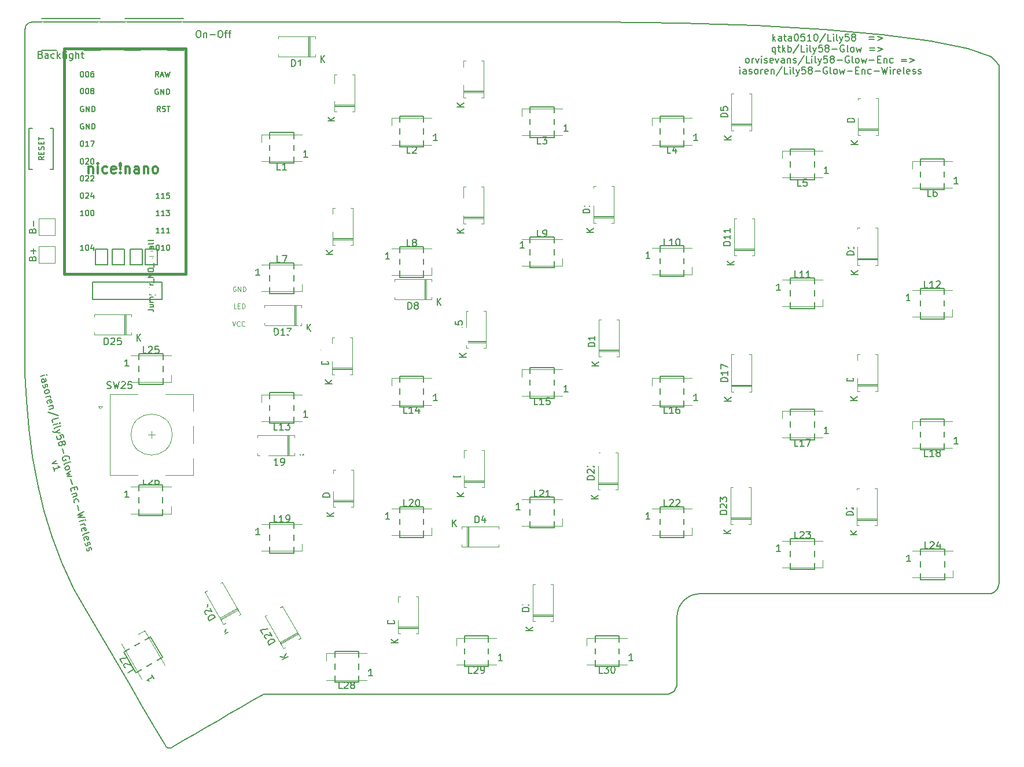
<source format=gbr>
G04 #@! TF.GenerationSoftware,KiCad,Pcbnew,(6.0.0-0)*
G04 #@! TF.CreationDate,2022-05-04T20:25:02-04:00*
G04 #@! TF.ProjectId,Lily58,4c696c79-3538-42e6-9b69-6361645f7063,rev?*
G04 #@! TF.SameCoordinates,Original*
G04 #@! TF.FileFunction,Legend,Top*
G04 #@! TF.FilePolarity,Positive*
%FSLAX46Y46*%
G04 Gerber Fmt 4.6, Leading zero omitted, Abs format (unit mm)*
G04 Created by KiCad (PCBNEW (6.0.0-0)) date 2022-05-04 20:25:02*
%MOMM*%
%LPD*%
G01*
G04 APERTURE LIST*
G04 Aperture macros list*
%AMHorizOval*
0 Thick line with rounded ends*
0 $1 width*
0 $2 $3 position (X,Y) of the first rounded end (center of the circle)*
0 $4 $5 position (X,Y) of the second rounded end (center of the circle)*
0 Add line between two ends*
20,1,$1,$2,$3,$4,$5,0*
0 Add two circle primitives to create the rounded ends*
1,1,$1,$2,$3*
1,1,$1,$4,$5*%
%AMRotRect*
0 Rectangle, with rotation*
0 The origin of the aperture is its center*
0 $1 length*
0 $2 width*
0 $3 Rotation angle, in degrees counterclockwise*
0 Add horizontal line*
21,1,$1,$2,0,0,$3*%
G04 Aperture macros list end*
G04 #@! TA.AperFunction,Profile*
%ADD10C,0.200000*%
G04 #@! TD*
G04 #@! TA.AperFunction,Profile*
%ADD11C,0.150000*%
G04 #@! TD*
%ADD12C,0.125000*%
%ADD13C,0.150000*%
%ADD14C,0.300000*%
%ADD15C,0.120000*%
%ADD16C,0.381000*%
%ADD17RotRect,1.800000X1.800000X120.000000*%
%ADD18C,1.752600*%
%ADD19C,1.397000*%
%ADD20C,1.800000*%
%ADD21C,4.000000*%
%ADD22C,2.200000*%
%ADD23R,1.800000X1.800000*%
%ADD24HorizOval,1.800000X0.000000X0.000000X0.000000X0.000000X0*%
%ADD25C,4.900000*%
%ADD26C,2.500000*%
%ADD27R,1.143000X0.635000*%
%ADD28C,3.000000*%
%ADD29R,2.550000X2.500000*%
%ADD30RotRect,2.550000X2.500000X120.000000*%
%ADD31R,1.600000X0.850000*%
%ADD32RotRect,1.600000X0.850000X120.000000*%
%ADD33R,2.000000X2.000000*%
%ADD34C,2.000000*%
%ADD35R,3.200000X2.000000*%
%ADD36O,1.800000X1.800000*%
%ADD37O,2.200000X3.500000*%
%ADD38R,1.500000X2.500000*%
%ADD39O,1.500000X2.500000*%
G04 APERTURE END LIST*
D10*
X104807833Y-37086762D02*
X94400000Y-37086762D01*
X82937528Y-82285296D02*
X82937528Y-75978362D01*
X82937528Y-75978362D02*
X82937528Y-69671429D01*
X82937528Y-88592229D02*
X82937528Y-82285296D01*
D11*
X118750000Y-57750000D02*
X118750000Y-53250000D01*
X101310889Y-127109431D02*
X103060889Y-130140520D01*
X103060889Y-130140520D02*
X99163775Y-132390520D01*
X97413775Y-129359431D02*
X101310889Y-127109431D01*
X99163775Y-132390520D02*
X97413775Y-129359431D01*
X118750000Y-72350000D02*
X122250000Y-72350000D01*
X131750000Y-129250000D02*
X131750000Y-133750000D01*
X166350000Y-127000000D02*
X169850000Y-127000000D01*
X160350000Y-111150000D02*
X156850000Y-111150000D01*
X141250000Y-108050000D02*
X141250000Y-112550000D01*
X103099200Y-104864800D02*
X103099200Y-109364800D01*
X137750000Y-108050000D02*
X141250000Y-108050000D01*
X198450000Y-117250000D02*
X194950000Y-117250000D01*
X122250000Y-114850000D02*
X118750000Y-114850000D01*
X156850000Y-111150000D02*
X156850000Y-106650000D01*
X166350000Y-131500000D02*
X166350000Y-127000000D01*
X194950000Y-117250000D02*
X194950000Y-112750000D01*
X141250000Y-112550000D02*
X137750000Y-112550000D01*
X122250000Y-110350000D02*
X122250000Y-114850000D01*
X179350000Y-108050000D02*
X179350000Y-112550000D01*
X175850000Y-108050000D02*
X179350000Y-108050000D01*
X214000000Y-118750000D02*
X214000000Y-114250000D01*
X147250000Y-127000000D02*
X150750000Y-127000000D01*
X150750000Y-131500000D02*
X147250000Y-131500000D01*
X160350000Y-106650000D02*
X160350000Y-111150000D01*
X137750000Y-112550000D02*
X137750000Y-108050000D01*
X150750000Y-127000000D02*
X150750000Y-131500000D01*
X156850000Y-106650000D02*
X160350000Y-106650000D01*
X217500000Y-114250000D02*
X217500000Y-118750000D01*
X99599200Y-104864800D02*
X103099200Y-104864800D01*
X194950000Y-112750000D02*
X198450000Y-112750000D01*
X128250000Y-129250000D02*
X131750000Y-129250000D01*
X103099200Y-109364800D02*
X99599200Y-109364800D01*
X175850000Y-112550000D02*
X175850000Y-108050000D01*
X217500000Y-118750000D02*
X214000000Y-118750000D01*
X214000000Y-114250000D02*
X217500000Y-114250000D01*
X147250000Y-131500000D02*
X147250000Y-127000000D01*
X99599200Y-109364800D02*
X99599200Y-104864800D01*
X118750000Y-114850000D02*
X118750000Y-110350000D01*
X118750000Y-110350000D02*
X122250000Y-110350000D01*
X128250000Y-133750000D02*
X128250000Y-129250000D01*
X169850000Y-127000000D02*
X169850000Y-131500000D01*
X169850000Y-131500000D02*
X166350000Y-131500000D01*
X179350000Y-112550000D02*
X175850000Y-112550000D01*
X198450000Y-112750000D02*
X198450000Y-117250000D01*
X131750000Y-133750000D02*
X128250000Y-133750000D01*
X99624000Y-90170000D02*
X99624000Y-85670000D01*
X103124000Y-85670000D02*
X103124000Y-90170000D01*
X103124000Y-90170000D02*
X99624000Y-90170000D01*
X99624000Y-85670000D02*
X103124000Y-85670000D01*
D10*
X178319348Y-134034052D02*
X178288901Y-134314154D01*
X225460000Y-100326490D02*
X225460000Y-109808112D01*
X82937528Y-63364495D02*
X82937528Y-57057562D01*
D11*
X160350000Y-92150000D02*
X156850000Y-92150000D01*
D10*
X96695647Y-131453701D02*
X98371341Y-134320020D01*
X225204001Y-120128696D02*
X225020912Y-120350648D01*
X169449826Y-135511658D02*
X176819348Y-135511658D01*
D11*
X141250000Y-88950000D02*
X141250000Y-93450000D01*
D10*
X89992869Y-119988423D02*
X91668563Y-122854742D01*
X177658308Y-135255660D02*
X177403500Y-135393876D01*
D11*
X141250000Y-55350000D02*
X137750000Y-55350000D01*
D10*
X178201565Y-134595810D02*
X178063349Y-134850619D01*
X104288864Y-143357278D02*
X104456758Y-143271756D01*
D11*
X122250000Y-72350000D02*
X122250000Y-76850000D01*
D10*
X225460000Y-43436755D02*
X225460000Y-52918378D01*
D11*
X198450000Y-60150000D02*
X194950000Y-60150000D01*
D10*
X136027379Y-37086762D02*
X125619545Y-37086762D01*
X104130206Y-143404468D02*
X104288864Y-143357278D01*
X83245570Y-37394123D02*
X83400937Y-37265961D01*
X103842470Y-143386445D02*
X103981252Y-143413974D01*
D11*
X179350000Y-50850000D02*
X179350000Y-55350000D01*
D10*
X82937528Y-50750629D02*
X82937528Y-44443695D01*
X103597295Y-143222884D02*
X103714328Y-143322532D01*
X116186619Y-136480784D02*
X117862313Y-135510645D01*
X224278471Y-42156190D02*
X220889319Y-40963847D01*
D11*
X217450000Y-80550000D02*
X213950000Y-80550000D01*
D10*
X103981252Y-143413974D02*
X104130206Y-143404468D01*
D11*
X194950000Y-93750000D02*
X198450000Y-93750000D01*
X156850000Y-87650000D02*
X160350000Y-87650000D01*
D10*
X224900000Y-42700000D02*
X224278471Y-42156190D01*
X178319348Y-131597973D02*
X178319348Y-132816013D01*
D11*
X137750000Y-74450000D02*
X137750000Y-69950000D01*
D10*
X178319348Y-129161894D02*
X178319348Y-130379933D01*
D11*
X118750000Y-76850000D02*
X118750000Y-72350000D01*
X122250000Y-91350000D02*
X122250000Y-95850000D01*
D10*
X83579303Y-37169210D02*
X83776462Y-37108075D01*
X178594174Y-122926713D02*
X178916678Y-122332160D01*
X178390391Y-123583911D02*
X178594174Y-122926713D01*
X104456758Y-143271756D02*
X106132452Y-142301617D01*
X197622092Y-120789735D02*
X202889673Y-120789735D01*
X213424836Y-120789735D02*
X218692418Y-120789735D01*
X225460000Y-90844867D02*
X225460000Y-100326490D01*
D11*
X160350000Y-49460000D02*
X160350000Y-53960000D01*
D10*
X91668563Y-122854742D02*
X93344258Y-125721062D01*
X139971738Y-135511658D02*
X147341260Y-135511658D01*
X82937528Y-44443695D02*
X82937528Y-38136762D01*
X224900000Y-42700000D02*
X225460000Y-43436755D01*
D11*
X179350000Y-55350000D02*
X175850000Y-55350000D01*
D10*
X83400937Y-37265961D02*
X83579303Y-37169210D01*
D11*
X118750000Y-91350000D02*
X122250000Y-91350000D01*
D10*
X95019952Y-128587381D02*
X96695647Y-131453701D01*
D11*
X137750000Y-69950000D02*
X141250000Y-69950000D01*
D10*
X192354511Y-120789735D02*
X197622092Y-120789735D01*
D11*
X156850000Y-68550000D02*
X160350000Y-68550000D01*
D10*
X181819348Y-120789735D02*
X187086929Y-120789735D01*
X177880261Y-135072571D02*
X177658308Y-135255660D01*
X103398425Y-142918979D02*
X103491837Y-143088150D01*
D11*
X175850000Y-74350000D02*
X175850000Y-69850000D01*
D10*
X225020912Y-120350648D02*
X224798960Y-120533736D01*
D11*
X141250000Y-93450000D02*
X137750000Y-93450000D01*
D10*
X83020657Y-37727855D02*
X83117409Y-37549489D01*
D11*
X217450000Y-95250000D02*
X217450000Y-99750000D01*
D10*
X106132452Y-142301617D02*
X107808147Y-141331479D01*
D11*
X179350000Y-69850000D02*
X179350000Y-74350000D01*
X141250000Y-74450000D02*
X137750000Y-74450000D01*
D10*
X215525697Y-39885159D02*
X208420758Y-38945561D01*
D11*
X213950000Y-76050000D02*
X217450000Y-76050000D01*
D10*
X177403500Y-135393876D02*
X177121844Y-135481211D01*
D11*
X122250000Y-57750000D02*
X118750000Y-57750000D01*
X194950000Y-79050000D02*
X194950000Y-74550000D01*
X160350000Y-68550000D02*
X160350000Y-73050000D01*
X175850000Y-88950000D02*
X179350000Y-88950000D01*
X213950000Y-95250000D02*
X217450000Y-95250000D01*
X160350000Y-73050000D02*
X156850000Y-73050000D01*
X122250000Y-53250000D02*
X122250000Y-57750000D01*
X198450000Y-98250000D02*
X194950000Y-98250000D01*
D10*
X178319348Y-126725814D02*
X178319348Y-127943854D01*
X178063349Y-134850619D02*
X177880261Y-135072571D01*
X224262495Y-120759288D02*
X223959999Y-120789735D01*
X83135690Y-92617561D02*
X83490297Y-96657663D01*
D11*
X137750000Y-55350000D02*
X137750000Y-50850000D01*
D10*
X178319348Y-132816013D02*
X178319348Y-134034052D01*
D11*
X137750000Y-50850000D02*
X141250000Y-50850000D01*
D10*
X179343884Y-121814271D02*
X179861773Y-121387065D01*
X125619545Y-37086762D02*
X115211711Y-37086762D01*
X225460000Y-109808112D02*
X225460000Y-119289735D01*
X88291758Y-116318073D02*
X89993333Y-119989540D01*
X83117409Y-37549489D02*
X83245570Y-37394123D01*
D11*
X217450000Y-99750000D02*
X213950000Y-99750000D01*
X122250000Y-95850000D02*
X118750000Y-95850000D01*
D10*
X178916678Y-122332160D02*
X179343884Y-121814271D01*
X83490297Y-96657663D02*
X84020972Y-100690825D01*
X103714328Y-143322532D02*
X103842470Y-143386445D01*
X82938210Y-38136762D02*
X82959523Y-37925015D01*
X208157255Y-120789735D02*
X213424836Y-120789735D01*
X125232695Y-135511658D02*
X132602217Y-135511658D01*
X225460000Y-52918378D02*
X225460000Y-62400000D01*
D11*
X118750000Y-53250000D02*
X122250000Y-53250000D01*
D10*
X83776462Y-37108075D02*
X83988210Y-37086762D01*
X112835230Y-138421062D02*
X114510925Y-137450923D01*
X154710782Y-135511658D02*
X162080304Y-135511658D01*
X109483841Y-140361340D02*
X111159536Y-139391201D01*
X179861773Y-121387065D02*
X180456326Y-121064561D01*
D11*
X122250000Y-76850000D02*
X118750000Y-76850000D01*
D10*
X178319348Y-127943854D02*
X178319348Y-129161894D01*
D11*
X156850000Y-49460000D02*
X160350000Y-49460000D01*
D10*
X146435213Y-37086762D02*
X136027379Y-37086762D01*
D11*
X213950000Y-99750000D02*
X213950000Y-95250000D01*
D10*
X218692418Y-120789735D02*
X223959999Y-120789735D01*
X85688004Y-108649127D02*
X86863105Y-112530670D01*
X86863105Y-112530670D02*
X88291758Y-116318073D01*
D11*
X194950000Y-55650000D02*
X198450000Y-55650000D01*
D10*
X178288901Y-134314154D02*
X178201565Y-134595810D01*
X162080304Y-135511658D02*
X169449826Y-135511658D01*
X156843047Y-37086762D02*
X146435213Y-37086762D01*
D11*
X179350000Y-74350000D02*
X175850000Y-74350000D01*
D10*
X178319348Y-130379933D02*
X178319348Y-131597973D01*
D11*
X137750000Y-88950000D02*
X141250000Y-88950000D01*
D10*
X117863173Y-135511658D02*
X125232695Y-135511658D01*
X180456326Y-121064561D02*
X181113524Y-120860778D01*
D11*
X198450000Y-74550000D02*
X198450000Y-79050000D01*
X175850000Y-55350000D02*
X175850000Y-50850000D01*
D10*
X189919538Y-37585374D02*
X178989563Y-37215654D01*
X107808147Y-141331479D02*
X109483841Y-140361340D01*
X115211711Y-37086762D02*
X104803877Y-37086762D01*
D11*
X194950000Y-98250000D02*
X194950000Y-93750000D01*
X213950000Y-57150000D02*
X217450000Y-57150000D01*
X217450000Y-76050000D02*
X217450000Y-80550000D01*
D10*
X225429552Y-119592231D02*
X225342217Y-119873887D01*
D11*
X137750000Y-93450000D02*
X137750000Y-88950000D01*
D10*
X82937528Y-57057562D02*
X82937528Y-50750629D01*
X225460000Y-71881623D02*
X225460000Y-81363245D01*
X101722730Y-140052659D02*
X103398425Y-142918979D01*
D11*
X175850000Y-69850000D02*
X179350000Y-69850000D01*
X179350000Y-88950000D02*
X179350000Y-93450000D01*
D10*
X181113524Y-120860778D02*
X181819348Y-120789735D01*
X225460000Y-62400000D02*
X225460000Y-71881623D01*
X103491837Y-143088150D02*
X103597295Y-143222884D01*
X84020972Y-100690825D02*
X84747083Y-104695246D01*
X94396044Y-37086762D02*
X83988210Y-37086762D01*
X178319348Y-124289735D02*
X178319348Y-125507775D01*
D11*
X175850000Y-93450000D02*
X175850000Y-88950000D01*
X160350000Y-87650000D02*
X160350000Y-92150000D01*
D10*
X208420758Y-38945561D02*
X199807654Y-38170488D01*
X132602217Y-135511658D02*
X139971738Y-135511658D01*
X82937777Y-88592317D02*
X83135690Y-92617561D01*
D11*
X198450000Y-55650000D02*
X198450000Y-60150000D01*
D10*
X147341260Y-135511658D02*
X154710782Y-135511658D01*
D11*
X141250000Y-50850000D02*
X141250000Y-55350000D01*
X160350000Y-53960000D02*
X156850000Y-53960000D01*
D10*
X178319348Y-124289735D02*
X178390391Y-123583911D01*
D11*
X156850000Y-92150000D02*
X156850000Y-87650000D01*
D10*
X98371341Y-134320020D02*
X100047036Y-137186340D01*
X225342217Y-119873887D02*
X225204001Y-120128696D01*
X202889673Y-120789735D02*
X208157255Y-120789735D01*
X82937528Y-69671429D02*
X82937528Y-63364495D01*
D11*
X198450000Y-93750000D02*
X198450000Y-98250000D01*
X141250000Y-69950000D02*
X141250000Y-74450000D01*
D10*
X111159536Y-139391201D02*
X112835230Y-138421062D01*
D11*
X213950000Y-80550000D02*
X213950000Y-76050000D01*
D10*
X225460000Y-81363245D02*
X225460000Y-90844867D01*
X187086929Y-120789735D02*
X192354511Y-120789735D01*
X220889319Y-40963847D02*
X215525697Y-39885159D01*
D11*
X118750000Y-95850000D02*
X118750000Y-91350000D01*
D10*
X177121844Y-135481211D02*
X176819348Y-135511658D01*
D11*
X156850000Y-73050000D02*
X156850000Y-68550000D01*
X217450000Y-61650000D02*
X213950000Y-61650000D01*
D10*
X84747083Y-104695246D02*
X85688004Y-108649127D01*
D11*
X198450000Y-79050000D02*
X194950000Y-79050000D01*
D10*
X167250881Y-37086762D02*
X156843047Y-37086762D01*
X114510925Y-137450923D02*
X116186619Y-136480784D01*
X224544152Y-120671952D02*
X224262495Y-120759288D01*
X100047036Y-137186340D02*
X101722730Y-140052659D01*
D11*
X194950000Y-60150000D02*
X194950000Y-55650000D01*
X213950000Y-61650000D02*
X213950000Y-57150000D01*
D10*
X93344258Y-125721062D02*
X95019952Y-128587381D01*
X178989563Y-37215654D02*
X167250881Y-37086762D01*
D11*
X217450000Y-57150000D02*
X217450000Y-61650000D01*
D10*
X224798960Y-120533736D02*
X224544152Y-120671952D01*
X225459999Y-119289735D02*
X225429552Y-119592231D01*
D11*
X194950000Y-74550000D02*
X198450000Y-74550000D01*
D10*
X199807654Y-38170488D02*
X189919538Y-37585374D01*
D11*
X179350000Y-93450000D02*
X175850000Y-93450000D01*
X175850000Y-50850000D02*
X179350000Y-50850000D01*
X156850000Y-53960000D02*
X156850000Y-49460000D01*
D10*
X178319348Y-125507775D02*
X178319348Y-126725814D01*
X82959523Y-37925015D02*
X83020657Y-37727855D01*
D12*
X113850000Y-79016666D02*
X113516666Y-79016666D01*
X113516666Y-78316666D01*
X114083333Y-78650000D02*
X114316666Y-78650000D01*
X114416666Y-79016666D02*
X114083333Y-79016666D01*
X114083333Y-78316666D01*
X114416666Y-78316666D01*
X114716666Y-79016666D02*
X114716666Y-78316666D01*
X114883333Y-78316666D01*
X114983333Y-78350000D01*
X115050000Y-78416666D01*
X115083333Y-78483333D01*
X115116666Y-78616666D01*
X115116666Y-78716666D01*
X115083333Y-78850000D01*
X115050000Y-78916666D01*
X114983333Y-78983333D01*
X114883333Y-79016666D01*
X114716666Y-79016666D01*
X113766666Y-75850000D02*
X113700000Y-75816666D01*
X113600000Y-75816666D01*
X113500000Y-75850000D01*
X113433333Y-75916666D01*
X113400000Y-75983333D01*
X113366666Y-76116666D01*
X113366666Y-76216666D01*
X113400000Y-76350000D01*
X113433333Y-76416666D01*
X113500000Y-76483333D01*
X113600000Y-76516666D01*
X113666666Y-76516666D01*
X113766666Y-76483333D01*
X113800000Y-76450000D01*
X113800000Y-76216666D01*
X113666666Y-76216666D01*
X114100000Y-76516666D02*
X114100000Y-75816666D01*
X114500000Y-76516666D01*
X114500000Y-75816666D01*
X114833333Y-76516666D02*
X114833333Y-75816666D01*
X115000000Y-75816666D01*
X115100000Y-75850000D01*
X115166666Y-75916666D01*
X115200000Y-75983333D01*
X115233333Y-76116666D01*
X115233333Y-76216666D01*
X115200000Y-76350000D01*
X115166666Y-76416666D01*
X115100000Y-76483333D01*
X115000000Y-76516666D01*
X114833333Y-76516666D01*
X113266666Y-80916666D02*
X113500000Y-81616666D01*
X113733333Y-80916666D01*
X114366666Y-81550000D02*
X114333333Y-81583333D01*
X114233333Y-81616666D01*
X114166666Y-81616666D01*
X114066666Y-81583333D01*
X114000000Y-81516666D01*
X113966666Y-81450000D01*
X113933333Y-81316666D01*
X113933333Y-81216666D01*
X113966666Y-81083333D01*
X114000000Y-81016666D01*
X114066666Y-80950000D01*
X114166666Y-80916666D01*
X114233333Y-80916666D01*
X114333333Y-80950000D01*
X114366666Y-80983333D01*
X115066666Y-81550000D02*
X115033333Y-81583333D01*
X114933333Y-81616666D01*
X114866666Y-81616666D01*
X114766666Y-81583333D01*
X114700000Y-81516666D01*
X114666666Y-81450000D01*
X114633333Y-81316666D01*
X114633333Y-81216666D01*
X114666666Y-81083333D01*
X114700000Y-81016666D01*
X114766666Y-80950000D01*
X114866666Y-80916666D01*
X114933333Y-80916666D01*
X115033333Y-80950000D01*
X115066666Y-80983333D01*
D13*
X85179332Y-88975717D02*
X85823282Y-88803171D01*
X86145258Y-88716898D02*
X86086937Y-88683226D01*
X86053265Y-88741548D01*
X86111586Y-88775219D01*
X86145258Y-88716898D01*
X86053265Y-88741548D01*
X85413501Y-89849650D02*
X85919463Y-89714078D01*
X85999131Y-89643432D01*
X86020478Y-89539115D01*
X85971179Y-89355129D01*
X85900533Y-89275461D01*
X85459498Y-89837325D02*
X85388852Y-89757657D01*
X85327228Y-89527675D01*
X85348576Y-89423357D01*
X85428244Y-89352711D01*
X85520237Y-89328062D01*
X85624554Y-89349409D01*
X85695200Y-89429077D01*
X85756824Y-89659059D01*
X85827470Y-89738728D01*
X85570420Y-90251294D02*
X85549073Y-90355611D01*
X85598372Y-90539597D01*
X85669018Y-90619265D01*
X85773336Y-90640612D01*
X85819332Y-90628288D01*
X85899000Y-90557642D01*
X85920348Y-90453324D01*
X85883373Y-90315335D01*
X85904720Y-90211017D01*
X85984389Y-90140371D01*
X86030385Y-90128046D01*
X86134703Y-90149393D01*
X86205349Y-90229062D01*
X86242323Y-90367051D01*
X86220976Y-90471369D01*
X85783243Y-91229544D02*
X85804590Y-91125227D01*
X85838262Y-91066905D01*
X85917930Y-90996259D01*
X86193909Y-90922311D01*
X86298226Y-90943658D01*
X86356548Y-90977330D01*
X86427194Y-91056998D01*
X86464168Y-91194988D01*
X86442821Y-91299305D01*
X86409149Y-91357626D01*
X86329481Y-91428272D01*
X86053502Y-91502221D01*
X85949184Y-91480874D01*
X85890863Y-91447202D01*
X85820217Y-91367534D01*
X85783243Y-91229544D01*
X85980438Y-91965488D02*
X86624389Y-91792942D01*
X86440403Y-91842240D02*
X86544721Y-91863588D01*
X86603042Y-91897259D01*
X86673688Y-91976927D01*
X86698337Y-92068920D01*
X86285254Y-92919089D02*
X86214608Y-92839421D01*
X86165309Y-92655435D01*
X86186656Y-92551117D01*
X86266324Y-92480471D01*
X86634296Y-92381873D01*
X86738614Y-92403220D01*
X86809260Y-92482889D01*
X86858559Y-92666874D01*
X86837212Y-92771192D01*
X86757543Y-92841838D01*
X86665550Y-92866487D01*
X86450310Y-92431172D01*
X87006455Y-93218832D02*
X86362505Y-93391378D01*
X86914462Y-93243482D02*
X86972783Y-93277153D01*
X87043429Y-93356822D01*
X87080404Y-93494811D01*
X87059056Y-93599129D01*
X86979388Y-93669774D01*
X86473427Y-93805346D01*
X87793467Y-94684114D02*
X86329718Y-94188945D01*
X86991065Y-95737198D02*
X86867818Y-95277233D01*
X87833744Y-95018414D01*
X87077338Y-96059173D02*
X87721289Y-95886627D01*
X88043264Y-95800354D02*
X87984943Y-95766682D01*
X87951271Y-95825004D01*
X88009592Y-95858675D01*
X88043264Y-95800354D01*
X87951271Y-95825004D01*
X87237560Y-96657127D02*
X87258907Y-96552810D01*
X87338575Y-96482164D01*
X88166511Y-96260319D01*
X87955458Y-96760560D02*
X87373131Y-97163089D01*
X88078706Y-97220525D02*
X87373131Y-97163089D01*
X87118500Y-97132719D01*
X87060178Y-97099047D01*
X86989533Y-97019379D01*
X88622526Y-97962188D02*
X88499279Y-97502224D01*
X88026989Y-97579474D01*
X88085310Y-97613146D01*
X88155956Y-97692814D01*
X88217580Y-97922797D01*
X88196233Y-98027114D01*
X88162561Y-98085435D01*
X88082893Y-98156081D01*
X87852910Y-98217705D01*
X87748593Y-98196358D01*
X87690272Y-98162686D01*
X87619626Y-98083018D01*
X87558002Y-97853036D01*
X87579349Y-97748718D01*
X87613021Y-97690397D01*
X88368779Y-98671065D02*
X88390126Y-98566747D01*
X88423798Y-98508426D01*
X88503466Y-98437780D01*
X88549462Y-98425455D01*
X88653780Y-98446802D01*
X88712101Y-98480474D01*
X88782747Y-98560142D01*
X88832046Y-98744128D01*
X88810699Y-98848446D01*
X88777027Y-98906767D01*
X88697359Y-98977413D01*
X88651362Y-98989738D01*
X88547045Y-98968391D01*
X88488724Y-98934719D01*
X88418078Y-98855051D01*
X88368779Y-98671065D01*
X88298133Y-98591397D01*
X88239812Y-98557725D01*
X88135494Y-98536378D01*
X87951508Y-98585677D01*
X87871840Y-98656323D01*
X87838168Y-98714644D01*
X87816821Y-98818961D01*
X87866120Y-99002947D01*
X87936766Y-99082615D01*
X87995087Y-99116287D01*
X88099405Y-99137634D01*
X88283391Y-99088335D01*
X88363059Y-99017689D01*
X88396731Y-98959368D01*
X88418078Y-98855051D01*
X88394313Y-99502304D02*
X88591509Y-100238247D01*
X89402285Y-101056276D02*
X89423632Y-100951959D01*
X89386658Y-100813969D01*
X89303688Y-100688305D01*
X89187045Y-100620961D01*
X89082727Y-100599614D01*
X88886417Y-100602916D01*
X88748428Y-100639891D01*
X88576766Y-100735186D01*
X88497098Y-100805832D01*
X88429755Y-100922474D01*
X88420732Y-101072788D01*
X88445382Y-101164781D01*
X88528352Y-101290446D01*
X88586674Y-101324118D01*
X88908649Y-101237845D01*
X88859350Y-101053859D01*
X88642577Y-101900725D02*
X88663924Y-101796407D01*
X88743592Y-101725761D01*
X89571529Y-101503916D01*
X88778149Y-102406686D02*
X88799496Y-102302368D01*
X88833168Y-102244047D01*
X88912836Y-102173401D01*
X89188815Y-102099453D01*
X89293133Y-102120800D01*
X89351454Y-102154472D01*
X89422100Y-102234140D01*
X89459074Y-102372129D01*
X89437727Y-102476447D01*
X89404055Y-102534768D01*
X89324387Y-102605414D01*
X89048408Y-102679362D01*
X88944090Y-102658015D01*
X88885769Y-102624343D01*
X88815123Y-102544675D01*
X88778149Y-102406686D01*
X89594646Y-102878090D02*
X88999994Y-103234622D01*
X89509258Y-103295361D01*
X89098592Y-103602594D01*
X89791841Y-103614034D01*
X89614460Y-104055954D02*
X89811656Y-104791897D01*
X90072892Y-105214888D02*
X90159165Y-105536863D01*
X89690178Y-105810424D02*
X89566931Y-105350460D01*
X90532857Y-105091641D01*
X90656104Y-105551605D01*
X90445051Y-106051847D02*
X89801101Y-106224393D01*
X90353058Y-106076496D02*
X90411379Y-106110168D01*
X90482025Y-106189836D01*
X90518999Y-106327825D01*
X90497652Y-106432143D01*
X90417984Y-106502789D01*
X89912023Y-106638361D01*
X90192189Y-107499969D02*
X90121543Y-107420301D01*
X90072244Y-107236315D01*
X90093591Y-107131997D01*
X90127263Y-107073676D01*
X90206931Y-107003030D01*
X90482910Y-106929082D01*
X90587228Y-106950429D01*
X90645549Y-106984101D01*
X90716195Y-107063769D01*
X90765494Y-107247755D01*
X90744147Y-107352072D01*
X90625087Y-107827664D02*
X90822282Y-108563608D01*
X91518834Y-108771358D02*
X90614532Y-109260160D01*
X91353778Y-109259275D01*
X90713130Y-109628131D01*
X91740679Y-109599295D01*
X90873351Y-110226085D02*
X91517301Y-110053539D01*
X91839277Y-109967266D02*
X91780956Y-109933595D01*
X91747284Y-109991916D01*
X91805605Y-110025588D01*
X91839277Y-109967266D01*
X91747284Y-109991916D01*
X90996598Y-110686050D02*
X91640549Y-110513504D01*
X91456563Y-110562803D02*
X91560880Y-110584150D01*
X91619202Y-110617822D01*
X91689847Y-110697490D01*
X91714497Y-110789483D01*
X91301414Y-111639651D02*
X91230768Y-111559983D01*
X91181469Y-111375997D01*
X91202816Y-111271679D01*
X91282484Y-111201034D01*
X91650456Y-111102436D01*
X91754773Y-111123783D01*
X91825419Y-111203451D01*
X91874718Y-111387437D01*
X91853371Y-111491755D01*
X91773703Y-111562400D01*
X91681710Y-111587050D01*
X91466470Y-111151735D01*
X91415638Y-112249930D02*
X91436985Y-112145612D01*
X91516654Y-112074966D01*
X92344590Y-111853122D01*
X91658830Y-112973549D02*
X91588184Y-112893881D01*
X91538886Y-112709895D01*
X91560233Y-112605577D01*
X91639901Y-112534931D01*
X92007873Y-112436333D01*
X92112190Y-112457680D01*
X92182836Y-112537349D01*
X92232135Y-112721335D01*
X92210788Y-112825652D01*
X92131120Y-112896298D01*
X92039127Y-112920947D01*
X91823887Y-112485632D01*
X91769753Y-113387517D02*
X91748406Y-113491835D01*
X91797705Y-113675820D01*
X91868351Y-113755489D01*
X91972668Y-113776836D01*
X92018665Y-113764511D01*
X92098333Y-113693865D01*
X92119680Y-113589547D01*
X92082706Y-113451558D01*
X92104053Y-113347240D01*
X92183721Y-113276595D01*
X92229717Y-113264270D01*
X92334035Y-113285617D01*
X92404681Y-113365285D01*
X92441655Y-113503274D01*
X92420308Y-113607592D01*
X91979273Y-114169457D02*
X91957926Y-114273775D01*
X92007225Y-114457760D01*
X92077871Y-114537429D01*
X92182188Y-114558776D01*
X92228185Y-114546451D01*
X92307853Y-114475805D01*
X92329200Y-114371487D01*
X92292226Y-114233498D01*
X92313573Y-114129180D01*
X92393241Y-114058534D01*
X92439238Y-114046210D01*
X92543555Y-114067557D01*
X92614201Y-114147225D01*
X92651175Y-114285214D01*
X92629828Y-114389532D01*
X87509542Y-101316941D02*
X86927215Y-101719470D01*
X87632789Y-101776906D01*
X87223008Y-102823385D02*
X87075111Y-102271427D01*
X87149060Y-102547406D02*
X88114986Y-102288587D01*
X87952347Y-102233568D01*
X87835704Y-102166225D01*
X87765059Y-102086556D01*
X155987714Y-70175380D02*
X155416285Y-70175380D01*
X155702000Y-70175380D02*
X155702000Y-69175380D01*
X155606761Y-69318238D01*
X155511523Y-69413476D01*
X155416285Y-69461095D01*
X192382238Y-39820380D02*
X192382238Y-38820380D01*
X192477476Y-39439428D02*
X192763190Y-39820380D01*
X192763190Y-39153714D02*
X192382238Y-39534666D01*
X193620333Y-39820380D02*
X193620333Y-39296571D01*
X193572714Y-39201333D01*
X193477476Y-39153714D01*
X193287000Y-39153714D01*
X193191761Y-39201333D01*
X193620333Y-39772761D02*
X193525095Y-39820380D01*
X193287000Y-39820380D01*
X193191761Y-39772761D01*
X193144142Y-39677523D01*
X193144142Y-39582285D01*
X193191761Y-39487047D01*
X193287000Y-39439428D01*
X193525095Y-39439428D01*
X193620333Y-39391809D01*
X193953666Y-39153714D02*
X194334619Y-39153714D01*
X194096523Y-38820380D02*
X194096523Y-39677523D01*
X194144142Y-39772761D01*
X194239380Y-39820380D01*
X194334619Y-39820380D01*
X195096523Y-39820380D02*
X195096523Y-39296571D01*
X195048904Y-39201333D01*
X194953666Y-39153714D01*
X194763190Y-39153714D01*
X194667952Y-39201333D01*
X195096523Y-39772761D02*
X195001285Y-39820380D01*
X194763190Y-39820380D01*
X194667952Y-39772761D01*
X194620333Y-39677523D01*
X194620333Y-39582285D01*
X194667952Y-39487047D01*
X194763190Y-39439428D01*
X195001285Y-39439428D01*
X195096523Y-39391809D01*
X195763190Y-38820380D02*
X195858428Y-38820380D01*
X195953666Y-38868000D01*
X196001285Y-38915619D01*
X196048904Y-39010857D01*
X196096523Y-39201333D01*
X196096523Y-39439428D01*
X196048904Y-39629904D01*
X196001285Y-39725142D01*
X195953666Y-39772761D01*
X195858428Y-39820380D01*
X195763190Y-39820380D01*
X195667952Y-39772761D01*
X195620333Y-39725142D01*
X195572714Y-39629904D01*
X195525095Y-39439428D01*
X195525095Y-39201333D01*
X195572714Y-39010857D01*
X195620333Y-38915619D01*
X195667952Y-38868000D01*
X195763190Y-38820380D01*
X197001285Y-38820380D02*
X196525095Y-38820380D01*
X196477476Y-39296571D01*
X196525095Y-39248952D01*
X196620333Y-39201333D01*
X196858428Y-39201333D01*
X196953666Y-39248952D01*
X197001285Y-39296571D01*
X197048904Y-39391809D01*
X197048904Y-39629904D01*
X197001285Y-39725142D01*
X196953666Y-39772761D01*
X196858428Y-39820380D01*
X196620333Y-39820380D01*
X196525095Y-39772761D01*
X196477476Y-39725142D01*
X198001285Y-39820380D02*
X197429857Y-39820380D01*
X197715571Y-39820380D02*
X197715571Y-38820380D01*
X197620333Y-38963238D01*
X197525095Y-39058476D01*
X197429857Y-39106095D01*
X198620333Y-38820380D02*
X198715571Y-38820380D01*
X198810809Y-38868000D01*
X198858428Y-38915619D01*
X198906047Y-39010857D01*
X198953666Y-39201333D01*
X198953666Y-39439428D01*
X198906047Y-39629904D01*
X198858428Y-39725142D01*
X198810809Y-39772761D01*
X198715571Y-39820380D01*
X198620333Y-39820380D01*
X198525095Y-39772761D01*
X198477476Y-39725142D01*
X198429857Y-39629904D01*
X198382238Y-39439428D01*
X198382238Y-39201333D01*
X198429857Y-39010857D01*
X198477476Y-38915619D01*
X198525095Y-38868000D01*
X198620333Y-38820380D01*
X200096523Y-38772761D02*
X199239380Y-40058476D01*
X200906047Y-39820380D02*
X200429857Y-39820380D01*
X200429857Y-38820380D01*
X201239380Y-39820380D02*
X201239380Y-39153714D01*
X201239380Y-38820380D02*
X201191761Y-38868000D01*
X201239380Y-38915619D01*
X201287000Y-38868000D01*
X201239380Y-38820380D01*
X201239380Y-38915619D01*
X201858428Y-39820380D02*
X201763190Y-39772761D01*
X201715571Y-39677523D01*
X201715571Y-38820380D01*
X202144142Y-39153714D02*
X202382238Y-39820380D01*
X202620333Y-39153714D02*
X202382238Y-39820380D01*
X202287000Y-40058476D01*
X202239380Y-40106095D01*
X202144142Y-40153714D01*
X203477476Y-38820380D02*
X203001285Y-38820380D01*
X202953666Y-39296571D01*
X203001285Y-39248952D01*
X203096523Y-39201333D01*
X203334619Y-39201333D01*
X203429857Y-39248952D01*
X203477476Y-39296571D01*
X203525095Y-39391809D01*
X203525095Y-39629904D01*
X203477476Y-39725142D01*
X203429857Y-39772761D01*
X203334619Y-39820380D01*
X203096523Y-39820380D01*
X203001285Y-39772761D01*
X202953666Y-39725142D01*
X204096523Y-39248952D02*
X204001285Y-39201333D01*
X203953666Y-39153714D01*
X203906047Y-39058476D01*
X203906047Y-39010857D01*
X203953666Y-38915619D01*
X204001285Y-38868000D01*
X204096523Y-38820380D01*
X204287000Y-38820380D01*
X204382238Y-38868000D01*
X204429857Y-38915619D01*
X204477476Y-39010857D01*
X204477476Y-39058476D01*
X204429857Y-39153714D01*
X204382238Y-39201333D01*
X204287000Y-39248952D01*
X204096523Y-39248952D01*
X204001285Y-39296571D01*
X203953666Y-39344190D01*
X203906047Y-39439428D01*
X203906047Y-39629904D01*
X203953666Y-39725142D01*
X204001285Y-39772761D01*
X204096523Y-39820380D01*
X204287000Y-39820380D01*
X204382238Y-39772761D01*
X204429857Y-39725142D01*
X204477476Y-39629904D01*
X204477476Y-39439428D01*
X204429857Y-39344190D01*
X204382238Y-39296571D01*
X204287000Y-39248952D01*
X206429857Y-39296571D02*
X207191761Y-39296571D01*
X207191761Y-39582285D02*
X206429857Y-39582285D01*
X207667952Y-39153714D02*
X208429857Y-39439428D01*
X207667952Y-39725142D01*
X192739380Y-40763714D02*
X192739380Y-41763714D01*
X192739380Y-41382761D02*
X192644142Y-41430380D01*
X192453666Y-41430380D01*
X192358428Y-41382761D01*
X192310809Y-41335142D01*
X192263190Y-41239904D01*
X192263190Y-40954190D01*
X192310809Y-40858952D01*
X192358428Y-40811333D01*
X192453666Y-40763714D01*
X192644142Y-40763714D01*
X192739380Y-40811333D01*
X193072714Y-40763714D02*
X193453666Y-40763714D01*
X193215571Y-40430380D02*
X193215571Y-41287523D01*
X193263190Y-41382761D01*
X193358428Y-41430380D01*
X193453666Y-41430380D01*
X193787000Y-41430380D02*
X193787000Y-40430380D01*
X193882238Y-41049428D02*
X194167952Y-41430380D01*
X194167952Y-40763714D02*
X193787000Y-41144666D01*
X194596523Y-41430380D02*
X194596523Y-40430380D01*
X194596523Y-40811333D02*
X194691761Y-40763714D01*
X194882238Y-40763714D01*
X194977476Y-40811333D01*
X195025095Y-40858952D01*
X195072714Y-40954190D01*
X195072714Y-41239904D01*
X195025095Y-41335142D01*
X194977476Y-41382761D01*
X194882238Y-41430380D01*
X194691761Y-41430380D01*
X194596523Y-41382761D01*
X196215571Y-40382761D02*
X195358428Y-41668476D01*
X197025095Y-41430380D02*
X196548904Y-41430380D01*
X196548904Y-40430380D01*
X197358428Y-41430380D02*
X197358428Y-40763714D01*
X197358428Y-40430380D02*
X197310809Y-40478000D01*
X197358428Y-40525619D01*
X197406047Y-40478000D01*
X197358428Y-40430380D01*
X197358428Y-40525619D01*
X197977476Y-41430380D02*
X197882238Y-41382761D01*
X197834619Y-41287523D01*
X197834619Y-40430380D01*
X198263190Y-40763714D02*
X198501285Y-41430380D01*
X198739380Y-40763714D02*
X198501285Y-41430380D01*
X198406047Y-41668476D01*
X198358428Y-41716095D01*
X198263190Y-41763714D01*
X199596523Y-40430380D02*
X199120333Y-40430380D01*
X199072714Y-40906571D01*
X199120333Y-40858952D01*
X199215571Y-40811333D01*
X199453666Y-40811333D01*
X199548904Y-40858952D01*
X199596523Y-40906571D01*
X199644142Y-41001809D01*
X199644142Y-41239904D01*
X199596523Y-41335142D01*
X199548904Y-41382761D01*
X199453666Y-41430380D01*
X199215571Y-41430380D01*
X199120333Y-41382761D01*
X199072714Y-41335142D01*
X200215571Y-40858952D02*
X200120333Y-40811333D01*
X200072714Y-40763714D01*
X200025095Y-40668476D01*
X200025095Y-40620857D01*
X200072714Y-40525619D01*
X200120333Y-40478000D01*
X200215571Y-40430380D01*
X200406047Y-40430380D01*
X200501285Y-40478000D01*
X200548904Y-40525619D01*
X200596523Y-40620857D01*
X200596523Y-40668476D01*
X200548904Y-40763714D01*
X200501285Y-40811333D01*
X200406047Y-40858952D01*
X200215571Y-40858952D01*
X200120333Y-40906571D01*
X200072714Y-40954190D01*
X200025095Y-41049428D01*
X200025095Y-41239904D01*
X200072714Y-41335142D01*
X200120333Y-41382761D01*
X200215571Y-41430380D01*
X200406047Y-41430380D01*
X200501285Y-41382761D01*
X200548904Y-41335142D01*
X200596523Y-41239904D01*
X200596523Y-41049428D01*
X200548904Y-40954190D01*
X200501285Y-40906571D01*
X200406047Y-40858952D01*
X201025095Y-41049428D02*
X201787000Y-41049428D01*
X202787000Y-40478000D02*
X202691761Y-40430380D01*
X202548904Y-40430380D01*
X202406047Y-40478000D01*
X202310809Y-40573238D01*
X202263190Y-40668476D01*
X202215571Y-40858952D01*
X202215571Y-41001809D01*
X202263190Y-41192285D01*
X202310809Y-41287523D01*
X202406047Y-41382761D01*
X202548904Y-41430380D01*
X202644142Y-41430380D01*
X202787000Y-41382761D01*
X202834619Y-41335142D01*
X202834619Y-41001809D01*
X202644142Y-41001809D01*
X203406047Y-41430380D02*
X203310809Y-41382761D01*
X203263190Y-41287523D01*
X203263190Y-40430380D01*
X203929857Y-41430380D02*
X203834619Y-41382761D01*
X203787000Y-41335142D01*
X203739380Y-41239904D01*
X203739380Y-40954190D01*
X203787000Y-40858952D01*
X203834619Y-40811333D01*
X203929857Y-40763714D01*
X204072714Y-40763714D01*
X204167952Y-40811333D01*
X204215571Y-40858952D01*
X204263190Y-40954190D01*
X204263190Y-41239904D01*
X204215571Y-41335142D01*
X204167952Y-41382761D01*
X204072714Y-41430380D01*
X203929857Y-41430380D01*
X204596523Y-40763714D02*
X204787000Y-41430380D01*
X204977476Y-40954190D01*
X205167952Y-41430380D01*
X205358428Y-40763714D01*
X206501285Y-40906571D02*
X207263190Y-40906571D01*
X207263190Y-41192285D02*
X206501285Y-41192285D01*
X207739380Y-40763714D02*
X208501285Y-41049428D01*
X207739380Y-41335142D01*
X188572714Y-43040380D02*
X188477476Y-42992761D01*
X188429857Y-42945142D01*
X188382238Y-42849904D01*
X188382238Y-42564190D01*
X188429857Y-42468952D01*
X188477476Y-42421333D01*
X188572714Y-42373714D01*
X188715571Y-42373714D01*
X188810809Y-42421333D01*
X188858428Y-42468952D01*
X188906047Y-42564190D01*
X188906047Y-42849904D01*
X188858428Y-42945142D01*
X188810809Y-42992761D01*
X188715571Y-43040380D01*
X188572714Y-43040380D01*
X189334619Y-43040380D02*
X189334619Y-42373714D01*
X189334619Y-42564190D02*
X189382238Y-42468952D01*
X189429857Y-42421333D01*
X189525095Y-42373714D01*
X189620333Y-42373714D01*
X189858428Y-42373714D02*
X190096523Y-43040380D01*
X190334619Y-42373714D01*
X190715571Y-43040380D02*
X190715571Y-42373714D01*
X190715571Y-42040380D02*
X190667952Y-42088000D01*
X190715571Y-42135619D01*
X190763190Y-42088000D01*
X190715571Y-42040380D01*
X190715571Y-42135619D01*
X191144142Y-42992761D02*
X191239380Y-43040380D01*
X191429857Y-43040380D01*
X191525095Y-42992761D01*
X191572714Y-42897523D01*
X191572714Y-42849904D01*
X191525095Y-42754666D01*
X191429857Y-42707047D01*
X191287000Y-42707047D01*
X191191761Y-42659428D01*
X191144142Y-42564190D01*
X191144142Y-42516571D01*
X191191761Y-42421333D01*
X191287000Y-42373714D01*
X191429857Y-42373714D01*
X191525095Y-42421333D01*
X192382238Y-42992761D02*
X192287000Y-43040380D01*
X192096523Y-43040380D01*
X192001285Y-42992761D01*
X191953666Y-42897523D01*
X191953666Y-42516571D01*
X192001285Y-42421333D01*
X192096523Y-42373714D01*
X192287000Y-42373714D01*
X192382238Y-42421333D01*
X192429857Y-42516571D01*
X192429857Y-42611809D01*
X191953666Y-42707047D01*
X192763190Y-42373714D02*
X193001285Y-43040380D01*
X193239380Y-42373714D01*
X194048904Y-43040380D02*
X194048904Y-42516571D01*
X194001285Y-42421333D01*
X193906047Y-42373714D01*
X193715571Y-42373714D01*
X193620333Y-42421333D01*
X194048904Y-42992761D02*
X193953666Y-43040380D01*
X193715571Y-43040380D01*
X193620333Y-42992761D01*
X193572714Y-42897523D01*
X193572714Y-42802285D01*
X193620333Y-42707047D01*
X193715571Y-42659428D01*
X193953666Y-42659428D01*
X194048904Y-42611809D01*
X194525095Y-42373714D02*
X194525095Y-43040380D01*
X194525095Y-42468952D02*
X194572714Y-42421333D01*
X194667952Y-42373714D01*
X194810809Y-42373714D01*
X194906047Y-42421333D01*
X194953666Y-42516571D01*
X194953666Y-43040380D01*
X195382238Y-42992761D02*
X195477476Y-43040380D01*
X195667952Y-43040380D01*
X195763190Y-42992761D01*
X195810809Y-42897523D01*
X195810809Y-42849904D01*
X195763190Y-42754666D01*
X195667952Y-42707047D01*
X195525095Y-42707047D01*
X195429857Y-42659428D01*
X195382238Y-42564190D01*
X195382238Y-42516571D01*
X195429857Y-42421333D01*
X195525095Y-42373714D01*
X195667952Y-42373714D01*
X195763190Y-42421333D01*
X196953666Y-41992761D02*
X196096523Y-43278476D01*
X197763190Y-43040380D02*
X197287000Y-43040380D01*
X197287000Y-42040380D01*
X198096523Y-43040380D02*
X198096523Y-42373714D01*
X198096523Y-42040380D02*
X198048904Y-42088000D01*
X198096523Y-42135619D01*
X198144142Y-42088000D01*
X198096523Y-42040380D01*
X198096523Y-42135619D01*
X198715571Y-43040380D02*
X198620333Y-42992761D01*
X198572714Y-42897523D01*
X198572714Y-42040380D01*
X199001285Y-42373714D02*
X199239380Y-43040380D01*
X199477476Y-42373714D02*
X199239380Y-43040380D01*
X199144142Y-43278476D01*
X199096523Y-43326095D01*
X199001285Y-43373714D01*
X200334619Y-42040380D02*
X199858428Y-42040380D01*
X199810809Y-42516571D01*
X199858428Y-42468952D01*
X199953666Y-42421333D01*
X200191761Y-42421333D01*
X200287000Y-42468952D01*
X200334619Y-42516571D01*
X200382238Y-42611809D01*
X200382238Y-42849904D01*
X200334619Y-42945142D01*
X200287000Y-42992761D01*
X200191761Y-43040380D01*
X199953666Y-43040380D01*
X199858428Y-42992761D01*
X199810809Y-42945142D01*
X200953666Y-42468952D02*
X200858428Y-42421333D01*
X200810809Y-42373714D01*
X200763190Y-42278476D01*
X200763190Y-42230857D01*
X200810809Y-42135619D01*
X200858428Y-42088000D01*
X200953666Y-42040380D01*
X201144142Y-42040380D01*
X201239380Y-42088000D01*
X201287000Y-42135619D01*
X201334619Y-42230857D01*
X201334619Y-42278476D01*
X201287000Y-42373714D01*
X201239380Y-42421333D01*
X201144142Y-42468952D01*
X200953666Y-42468952D01*
X200858428Y-42516571D01*
X200810809Y-42564190D01*
X200763190Y-42659428D01*
X200763190Y-42849904D01*
X200810809Y-42945142D01*
X200858428Y-42992761D01*
X200953666Y-43040380D01*
X201144142Y-43040380D01*
X201239380Y-42992761D01*
X201287000Y-42945142D01*
X201334619Y-42849904D01*
X201334619Y-42659428D01*
X201287000Y-42564190D01*
X201239380Y-42516571D01*
X201144142Y-42468952D01*
X201763190Y-42659428D02*
X202525095Y-42659428D01*
X203525095Y-42088000D02*
X203429857Y-42040380D01*
X203287000Y-42040380D01*
X203144142Y-42088000D01*
X203048904Y-42183238D01*
X203001285Y-42278476D01*
X202953666Y-42468952D01*
X202953666Y-42611809D01*
X203001285Y-42802285D01*
X203048904Y-42897523D01*
X203144142Y-42992761D01*
X203287000Y-43040380D01*
X203382238Y-43040380D01*
X203525095Y-42992761D01*
X203572714Y-42945142D01*
X203572714Y-42611809D01*
X203382238Y-42611809D01*
X204144142Y-43040380D02*
X204048904Y-42992761D01*
X204001285Y-42897523D01*
X204001285Y-42040380D01*
X204667952Y-43040380D02*
X204572714Y-42992761D01*
X204525095Y-42945142D01*
X204477476Y-42849904D01*
X204477476Y-42564190D01*
X204525095Y-42468952D01*
X204572714Y-42421333D01*
X204667952Y-42373714D01*
X204810809Y-42373714D01*
X204906047Y-42421333D01*
X204953666Y-42468952D01*
X205001285Y-42564190D01*
X205001285Y-42849904D01*
X204953666Y-42945142D01*
X204906047Y-42992761D01*
X204810809Y-43040380D01*
X204667952Y-43040380D01*
X205334619Y-42373714D02*
X205525095Y-43040380D01*
X205715571Y-42564190D01*
X205906047Y-43040380D01*
X206096523Y-42373714D01*
X206477476Y-42659428D02*
X207239380Y-42659428D01*
X207715571Y-42516571D02*
X208048904Y-42516571D01*
X208191761Y-43040380D02*
X207715571Y-43040380D01*
X207715571Y-42040380D01*
X208191761Y-42040380D01*
X208620333Y-42373714D02*
X208620333Y-43040380D01*
X208620333Y-42468952D02*
X208667952Y-42421333D01*
X208763190Y-42373714D01*
X208906047Y-42373714D01*
X209001285Y-42421333D01*
X209048904Y-42516571D01*
X209048904Y-43040380D01*
X209953666Y-42992761D02*
X209858428Y-43040380D01*
X209667952Y-43040380D01*
X209572714Y-42992761D01*
X209525095Y-42945142D01*
X209477476Y-42849904D01*
X209477476Y-42564190D01*
X209525095Y-42468952D01*
X209572714Y-42421333D01*
X209667952Y-42373714D01*
X209858428Y-42373714D01*
X209953666Y-42421333D01*
X211144142Y-42516571D02*
X211906047Y-42516571D01*
X211906047Y-42802285D02*
X211144142Y-42802285D01*
X212382238Y-42373714D02*
X213144142Y-42659428D01*
X212382238Y-42945142D01*
X187548904Y-44650380D02*
X187548904Y-43983714D01*
X187548904Y-43650380D02*
X187501285Y-43698000D01*
X187548904Y-43745619D01*
X187596523Y-43698000D01*
X187548904Y-43650380D01*
X187548904Y-43745619D01*
X188453666Y-44650380D02*
X188453666Y-44126571D01*
X188406047Y-44031333D01*
X188310809Y-43983714D01*
X188120333Y-43983714D01*
X188025095Y-44031333D01*
X188453666Y-44602761D02*
X188358428Y-44650380D01*
X188120333Y-44650380D01*
X188025095Y-44602761D01*
X187977476Y-44507523D01*
X187977476Y-44412285D01*
X188025095Y-44317047D01*
X188120333Y-44269428D01*
X188358428Y-44269428D01*
X188453666Y-44221809D01*
X188882238Y-44602761D02*
X188977476Y-44650380D01*
X189167952Y-44650380D01*
X189263190Y-44602761D01*
X189310809Y-44507523D01*
X189310809Y-44459904D01*
X189263190Y-44364666D01*
X189167952Y-44317047D01*
X189025095Y-44317047D01*
X188929857Y-44269428D01*
X188882238Y-44174190D01*
X188882238Y-44126571D01*
X188929857Y-44031333D01*
X189025095Y-43983714D01*
X189167952Y-43983714D01*
X189263190Y-44031333D01*
X189882238Y-44650380D02*
X189787000Y-44602761D01*
X189739380Y-44555142D01*
X189691761Y-44459904D01*
X189691761Y-44174190D01*
X189739380Y-44078952D01*
X189787000Y-44031333D01*
X189882238Y-43983714D01*
X190025095Y-43983714D01*
X190120333Y-44031333D01*
X190167952Y-44078952D01*
X190215571Y-44174190D01*
X190215571Y-44459904D01*
X190167952Y-44555142D01*
X190120333Y-44602761D01*
X190025095Y-44650380D01*
X189882238Y-44650380D01*
X190644142Y-44650380D02*
X190644142Y-43983714D01*
X190644142Y-44174190D02*
X190691761Y-44078952D01*
X190739380Y-44031333D01*
X190834619Y-43983714D01*
X190929857Y-43983714D01*
X191644142Y-44602761D02*
X191548904Y-44650380D01*
X191358428Y-44650380D01*
X191263190Y-44602761D01*
X191215571Y-44507523D01*
X191215571Y-44126571D01*
X191263190Y-44031333D01*
X191358428Y-43983714D01*
X191548904Y-43983714D01*
X191644142Y-44031333D01*
X191691761Y-44126571D01*
X191691761Y-44221809D01*
X191215571Y-44317047D01*
X192120333Y-43983714D02*
X192120333Y-44650380D01*
X192120333Y-44078952D02*
X192167952Y-44031333D01*
X192263190Y-43983714D01*
X192406047Y-43983714D01*
X192501285Y-44031333D01*
X192548904Y-44126571D01*
X192548904Y-44650380D01*
X193739380Y-43602761D02*
X192882238Y-44888476D01*
X194548904Y-44650380D02*
X194072714Y-44650380D01*
X194072714Y-43650380D01*
X194882238Y-44650380D02*
X194882238Y-43983714D01*
X194882238Y-43650380D02*
X194834619Y-43698000D01*
X194882238Y-43745619D01*
X194929857Y-43698000D01*
X194882238Y-43650380D01*
X194882238Y-43745619D01*
X195501285Y-44650380D02*
X195406047Y-44602761D01*
X195358428Y-44507523D01*
X195358428Y-43650380D01*
X195787000Y-43983714D02*
X196025095Y-44650380D01*
X196263190Y-43983714D02*
X196025095Y-44650380D01*
X195929857Y-44888476D01*
X195882238Y-44936095D01*
X195787000Y-44983714D01*
X197120333Y-43650380D02*
X196644142Y-43650380D01*
X196596523Y-44126571D01*
X196644142Y-44078952D01*
X196739380Y-44031333D01*
X196977476Y-44031333D01*
X197072714Y-44078952D01*
X197120333Y-44126571D01*
X197167952Y-44221809D01*
X197167952Y-44459904D01*
X197120333Y-44555142D01*
X197072714Y-44602761D01*
X196977476Y-44650380D01*
X196739380Y-44650380D01*
X196644142Y-44602761D01*
X196596523Y-44555142D01*
X197739380Y-44078952D02*
X197644142Y-44031333D01*
X197596523Y-43983714D01*
X197548904Y-43888476D01*
X197548904Y-43840857D01*
X197596523Y-43745619D01*
X197644142Y-43698000D01*
X197739380Y-43650380D01*
X197929857Y-43650380D01*
X198025095Y-43698000D01*
X198072714Y-43745619D01*
X198120333Y-43840857D01*
X198120333Y-43888476D01*
X198072714Y-43983714D01*
X198025095Y-44031333D01*
X197929857Y-44078952D01*
X197739380Y-44078952D01*
X197644142Y-44126571D01*
X197596523Y-44174190D01*
X197548904Y-44269428D01*
X197548904Y-44459904D01*
X197596523Y-44555142D01*
X197644142Y-44602761D01*
X197739380Y-44650380D01*
X197929857Y-44650380D01*
X198025095Y-44602761D01*
X198072714Y-44555142D01*
X198120333Y-44459904D01*
X198120333Y-44269428D01*
X198072714Y-44174190D01*
X198025095Y-44126571D01*
X197929857Y-44078952D01*
X198548904Y-44269428D02*
X199310809Y-44269428D01*
X200310809Y-43698000D02*
X200215571Y-43650380D01*
X200072714Y-43650380D01*
X199929857Y-43698000D01*
X199834619Y-43793238D01*
X199787000Y-43888476D01*
X199739380Y-44078952D01*
X199739380Y-44221809D01*
X199787000Y-44412285D01*
X199834619Y-44507523D01*
X199929857Y-44602761D01*
X200072714Y-44650380D01*
X200167952Y-44650380D01*
X200310809Y-44602761D01*
X200358428Y-44555142D01*
X200358428Y-44221809D01*
X200167952Y-44221809D01*
X200929857Y-44650380D02*
X200834619Y-44602761D01*
X200787000Y-44507523D01*
X200787000Y-43650380D01*
X201453666Y-44650380D02*
X201358428Y-44602761D01*
X201310809Y-44555142D01*
X201263190Y-44459904D01*
X201263190Y-44174190D01*
X201310809Y-44078952D01*
X201358428Y-44031333D01*
X201453666Y-43983714D01*
X201596523Y-43983714D01*
X201691761Y-44031333D01*
X201739380Y-44078952D01*
X201787000Y-44174190D01*
X201787000Y-44459904D01*
X201739380Y-44555142D01*
X201691761Y-44602761D01*
X201596523Y-44650380D01*
X201453666Y-44650380D01*
X202120333Y-43983714D02*
X202310809Y-44650380D01*
X202501285Y-44174190D01*
X202691761Y-44650380D01*
X202882238Y-43983714D01*
X203263190Y-44269428D02*
X204025095Y-44269428D01*
X204501285Y-44126571D02*
X204834619Y-44126571D01*
X204977476Y-44650380D02*
X204501285Y-44650380D01*
X204501285Y-43650380D01*
X204977476Y-43650380D01*
X205406047Y-43983714D02*
X205406047Y-44650380D01*
X205406047Y-44078952D02*
X205453666Y-44031333D01*
X205548904Y-43983714D01*
X205691761Y-43983714D01*
X205787000Y-44031333D01*
X205834619Y-44126571D01*
X205834619Y-44650380D01*
X206739380Y-44602761D02*
X206644142Y-44650380D01*
X206453666Y-44650380D01*
X206358428Y-44602761D01*
X206310809Y-44555142D01*
X206263190Y-44459904D01*
X206263190Y-44174190D01*
X206310809Y-44078952D01*
X206358428Y-44031333D01*
X206453666Y-43983714D01*
X206644142Y-43983714D01*
X206739380Y-44031333D01*
X207167952Y-44269428D02*
X207929857Y-44269428D01*
X208310809Y-43650380D02*
X208548904Y-44650380D01*
X208739380Y-43936095D01*
X208929857Y-44650380D01*
X209167952Y-43650380D01*
X209548904Y-44650380D02*
X209548904Y-43983714D01*
X209548904Y-43650380D02*
X209501285Y-43698000D01*
X209548904Y-43745619D01*
X209596523Y-43698000D01*
X209548904Y-43650380D01*
X209548904Y-43745619D01*
X210025095Y-44650380D02*
X210025095Y-43983714D01*
X210025095Y-44174190D02*
X210072714Y-44078952D01*
X210120333Y-44031333D01*
X210215571Y-43983714D01*
X210310809Y-43983714D01*
X211025095Y-44602761D02*
X210929857Y-44650380D01*
X210739380Y-44650380D01*
X210644142Y-44602761D01*
X210596523Y-44507523D01*
X210596523Y-44126571D01*
X210644142Y-44031333D01*
X210739380Y-43983714D01*
X210929857Y-43983714D01*
X211025095Y-44031333D01*
X211072714Y-44126571D01*
X211072714Y-44221809D01*
X210596523Y-44317047D01*
X211644142Y-44650380D02*
X211548904Y-44602761D01*
X211501285Y-44507523D01*
X211501285Y-43650380D01*
X212406047Y-44602761D02*
X212310809Y-44650380D01*
X212120333Y-44650380D01*
X212025095Y-44602761D01*
X211977476Y-44507523D01*
X211977476Y-44126571D01*
X212025095Y-44031333D01*
X212120333Y-43983714D01*
X212310809Y-43983714D01*
X212406047Y-44031333D01*
X212453666Y-44126571D01*
X212453666Y-44221809D01*
X211977476Y-44317047D01*
X212834619Y-44602761D02*
X212929857Y-44650380D01*
X213120333Y-44650380D01*
X213215571Y-44602761D01*
X213263190Y-44507523D01*
X213263190Y-44459904D01*
X213215571Y-44364666D01*
X213120333Y-44317047D01*
X212977476Y-44317047D01*
X212882238Y-44269428D01*
X212834619Y-44174190D01*
X212834619Y-44126571D01*
X212882238Y-44031333D01*
X212977476Y-43983714D01*
X213120333Y-43983714D01*
X213215571Y-44031333D01*
X213644142Y-44602761D02*
X213739380Y-44650380D01*
X213929857Y-44650380D01*
X214025095Y-44602761D01*
X214072714Y-44507523D01*
X214072714Y-44459904D01*
X214025095Y-44364666D01*
X213929857Y-44317047D01*
X213787000Y-44317047D01*
X213691761Y-44269428D01*
X213644142Y-44174190D01*
X213644142Y-44126571D01*
X213691761Y-44031333D01*
X213787000Y-43983714D01*
X213929857Y-43983714D01*
X214025095Y-44031333D01*
X110746833Y-124236854D02*
X109880807Y-124736854D01*
X109761760Y-124530658D01*
X109731570Y-124383130D01*
X109766430Y-124253033D01*
X109825099Y-124164174D01*
X109966247Y-124027697D01*
X110089965Y-123956268D01*
X110278731Y-123902270D01*
X110385020Y-123895890D01*
X110515117Y-123930749D01*
X110627785Y-124030658D01*
X110746833Y-124236854D01*
X109487095Y-123864449D02*
X109422047Y-123847019D01*
X109333188Y-123788350D01*
X109214141Y-123582154D01*
X109207761Y-123475866D01*
X109225191Y-123410817D01*
X109283860Y-123321958D01*
X109366338Y-123274339D01*
X109513866Y-123244150D01*
X110294452Y-123453308D01*
X109984928Y-122917197D01*
X108690331Y-122674889D02*
X108785569Y-122839846D01*
X108874428Y-122898515D01*
X108939476Y-122915945D01*
X109110813Y-122926995D01*
X109299580Y-122872996D01*
X109629495Y-122682520D01*
X109688164Y-122593662D01*
X109705593Y-122528613D01*
X109699214Y-122422325D01*
X109603976Y-122257368D01*
X109515117Y-122198699D01*
X109450068Y-122181269D01*
X109343780Y-122187649D01*
X109137584Y-122306696D01*
X109078915Y-122395555D01*
X109061485Y-122460603D01*
X109067865Y-122566891D01*
X109163103Y-122731849D01*
X109251961Y-122790518D01*
X109317010Y-122807948D01*
X109423298Y-122801568D01*
X112669277Y-126426625D02*
X111803252Y-126926625D01*
X112383563Y-125931754D02*
X112102977Y-126588622D01*
X111517538Y-126431754D02*
X112298124Y-126640911D01*
X85705904Y-56787904D02*
X85324952Y-57054571D01*
X85705904Y-57245047D02*
X84905904Y-57245047D01*
X84905904Y-56940285D01*
X84944000Y-56864095D01*
X84982095Y-56826000D01*
X85058285Y-56787904D01*
X85172571Y-56787904D01*
X85248761Y-56826000D01*
X85286857Y-56864095D01*
X85324952Y-56940285D01*
X85324952Y-57245047D01*
X85286857Y-56445047D02*
X85286857Y-56178380D01*
X85705904Y-56064095D02*
X85705904Y-56445047D01*
X84905904Y-56445047D01*
X84905904Y-56064095D01*
X85667809Y-55759333D02*
X85705904Y-55645047D01*
X85705904Y-55454571D01*
X85667809Y-55378380D01*
X85629714Y-55340285D01*
X85553523Y-55302190D01*
X85477333Y-55302190D01*
X85401142Y-55340285D01*
X85363047Y-55378380D01*
X85324952Y-55454571D01*
X85286857Y-55606952D01*
X85248761Y-55683142D01*
X85210666Y-55721238D01*
X85134476Y-55759333D01*
X85058285Y-55759333D01*
X84982095Y-55721238D01*
X84944000Y-55683142D01*
X84905904Y-55606952D01*
X84905904Y-55416476D01*
X84944000Y-55302190D01*
X85286857Y-54959333D02*
X85286857Y-54692666D01*
X85705904Y-54578380D02*
X85705904Y-54959333D01*
X84905904Y-54959333D01*
X84905904Y-54578380D01*
X84905904Y-54349809D02*
X84905904Y-53892666D01*
X85705904Y-54121238D02*
X84905904Y-54121238D01*
X91228815Y-57068034D02*
X91305005Y-57068034D01*
X91381195Y-57106130D01*
X91419291Y-57144225D01*
X91457386Y-57220415D01*
X91495481Y-57372796D01*
X91495481Y-57563272D01*
X91457386Y-57715653D01*
X91419291Y-57791844D01*
X91381195Y-57829939D01*
X91305005Y-57868034D01*
X91228815Y-57868034D01*
X91152624Y-57829939D01*
X91114529Y-57791844D01*
X91076434Y-57715653D01*
X91038338Y-57563272D01*
X91038338Y-57372796D01*
X91076434Y-57220415D01*
X91114529Y-57144225D01*
X91152624Y-57106130D01*
X91228815Y-57068034D01*
X91800243Y-57144225D02*
X91838338Y-57106130D01*
X91914529Y-57068034D01*
X92105005Y-57068034D01*
X92181195Y-57106130D01*
X92219291Y-57144225D01*
X92257386Y-57220415D01*
X92257386Y-57296606D01*
X92219291Y-57410891D01*
X91762148Y-57868034D01*
X92257386Y-57868034D01*
X92752624Y-57068034D02*
X92828815Y-57068034D01*
X92905005Y-57106130D01*
X92943100Y-57144225D01*
X92981195Y-57220415D01*
X93019291Y-57372796D01*
X93019291Y-57563272D01*
X92981195Y-57715653D01*
X92943100Y-57791844D01*
X92905005Y-57829939D01*
X92828815Y-57868034D01*
X92752624Y-57868034D01*
X92676434Y-57829939D01*
X92638338Y-57791844D01*
X92600243Y-57715653D01*
X92562148Y-57563272D01*
X92562148Y-57372796D01*
X92600243Y-57220415D01*
X92638338Y-57144225D01*
X92676434Y-57106130D01*
X92752624Y-57068034D01*
X91495481Y-65418034D02*
X91038338Y-65418034D01*
X91266910Y-65418034D02*
X91266910Y-64618034D01*
X91190719Y-64732320D01*
X91114529Y-64808510D01*
X91038338Y-64846606D01*
X91990719Y-64618034D02*
X92066910Y-64618034D01*
X92143100Y-64656130D01*
X92181195Y-64694225D01*
X92219291Y-64770415D01*
X92257386Y-64922796D01*
X92257386Y-65113272D01*
X92219291Y-65265653D01*
X92181195Y-65341844D01*
X92143100Y-65379939D01*
X92066910Y-65418034D01*
X91990719Y-65418034D01*
X91914529Y-65379939D01*
X91876434Y-65341844D01*
X91838338Y-65265653D01*
X91800243Y-65113272D01*
X91800243Y-64922796D01*
X91838338Y-64770415D01*
X91876434Y-64694225D01*
X91914529Y-64656130D01*
X91990719Y-64618034D01*
X92752624Y-64618034D02*
X92828815Y-64618034D01*
X92905005Y-64656130D01*
X92943100Y-64694225D01*
X92981195Y-64770415D01*
X93019291Y-64922796D01*
X93019291Y-65113272D01*
X92981195Y-65265653D01*
X92943100Y-65341844D01*
X92905005Y-65379939D01*
X92828815Y-65418034D01*
X92752624Y-65418034D01*
X92676434Y-65379939D01*
X92638338Y-65341844D01*
X92600243Y-65265653D01*
X92562148Y-65113272D01*
X92562148Y-64922796D01*
X92600243Y-64770415D01*
X92638338Y-64694225D01*
X92676434Y-64656130D01*
X92752624Y-64618034D01*
X102569862Y-62878034D02*
X102112719Y-62878034D01*
X102341291Y-62878034D02*
X102341291Y-62078034D01*
X102265100Y-62192320D01*
X102188910Y-62268510D01*
X102112719Y-62306606D01*
X103331767Y-62878034D02*
X102874624Y-62878034D01*
X103103196Y-62878034D02*
X103103196Y-62078034D01*
X103027005Y-62192320D01*
X102950815Y-62268510D01*
X102874624Y-62306606D01*
X104055576Y-62078034D02*
X103674624Y-62078034D01*
X103636529Y-62458987D01*
X103674624Y-62420891D01*
X103750815Y-62382796D01*
X103941291Y-62382796D01*
X104017481Y-62420891D01*
X104055576Y-62458987D01*
X104093672Y-62535177D01*
X104093672Y-62725653D01*
X104055576Y-62801844D01*
X104017481Y-62839939D01*
X103941291Y-62878034D01*
X103750815Y-62878034D01*
X103674624Y-62839939D01*
X103636529Y-62801844D01*
X102411148Y-46876130D02*
X102334957Y-46838034D01*
X102220672Y-46838034D01*
X102106386Y-46876130D01*
X102030195Y-46952320D01*
X101992100Y-47028510D01*
X101954005Y-47180891D01*
X101954005Y-47295177D01*
X101992100Y-47447558D01*
X102030195Y-47523749D01*
X102106386Y-47599939D01*
X102220672Y-47638034D01*
X102296862Y-47638034D01*
X102411148Y-47599939D01*
X102449243Y-47561844D01*
X102449243Y-47295177D01*
X102296862Y-47295177D01*
X102792100Y-47638034D02*
X102792100Y-46838034D01*
X103249243Y-47638034D01*
X103249243Y-46838034D01*
X103630195Y-47638034D02*
X103630195Y-46838034D01*
X103820672Y-46838034D01*
X103934957Y-46876130D01*
X104011148Y-46952320D01*
X104049243Y-47028510D01*
X104087338Y-47180891D01*
X104087338Y-47295177D01*
X104049243Y-47447558D01*
X104011148Y-47523749D01*
X103934957Y-47599939D01*
X103820672Y-47638034D01*
X103630195Y-47638034D01*
X91228815Y-59568034D02*
X91305005Y-59568034D01*
X91381195Y-59606130D01*
X91419291Y-59644225D01*
X91457386Y-59720415D01*
X91495481Y-59872796D01*
X91495481Y-60063272D01*
X91457386Y-60215653D01*
X91419291Y-60291844D01*
X91381195Y-60329939D01*
X91305005Y-60368034D01*
X91228815Y-60368034D01*
X91152624Y-60329939D01*
X91114529Y-60291844D01*
X91076434Y-60215653D01*
X91038338Y-60063272D01*
X91038338Y-59872796D01*
X91076434Y-59720415D01*
X91114529Y-59644225D01*
X91152624Y-59606130D01*
X91228815Y-59568034D01*
X91800243Y-59644225D02*
X91838338Y-59606130D01*
X91914529Y-59568034D01*
X92105005Y-59568034D01*
X92181195Y-59606130D01*
X92219291Y-59644225D01*
X92257386Y-59720415D01*
X92257386Y-59796606D01*
X92219291Y-59910891D01*
X91762148Y-60368034D01*
X92257386Y-60368034D01*
X92562148Y-59644225D02*
X92600243Y-59606130D01*
X92676434Y-59568034D01*
X92866910Y-59568034D01*
X92943100Y-59606130D01*
X92981195Y-59644225D01*
X93019291Y-59720415D01*
X93019291Y-59796606D01*
X92981195Y-59910891D01*
X92524053Y-60368034D01*
X93019291Y-60368034D01*
X91228815Y-54468034D02*
X91305005Y-54468034D01*
X91381195Y-54506130D01*
X91419291Y-54544225D01*
X91457386Y-54620415D01*
X91495481Y-54772796D01*
X91495481Y-54963272D01*
X91457386Y-55115653D01*
X91419291Y-55191844D01*
X91381195Y-55229939D01*
X91305005Y-55268034D01*
X91228815Y-55268034D01*
X91152624Y-55229939D01*
X91114529Y-55191844D01*
X91076434Y-55115653D01*
X91038338Y-54963272D01*
X91038338Y-54772796D01*
X91076434Y-54620415D01*
X91114529Y-54544225D01*
X91152624Y-54506130D01*
X91228815Y-54468034D01*
X92257386Y-55268034D02*
X91800243Y-55268034D01*
X92028815Y-55268034D02*
X92028815Y-54468034D01*
X91952624Y-54582320D01*
X91876434Y-54658510D01*
X91800243Y-54696606D01*
X92524053Y-54468034D02*
X93057386Y-54468034D01*
X92714529Y-55268034D01*
X102715909Y-50178034D02*
X102449243Y-49797082D01*
X102258766Y-50178034D02*
X102258766Y-49378034D01*
X102563528Y-49378034D01*
X102639719Y-49416130D01*
X102677814Y-49454225D01*
X102715909Y-49530415D01*
X102715909Y-49644701D01*
X102677814Y-49720891D01*
X102639719Y-49758987D01*
X102563528Y-49797082D01*
X102258766Y-49797082D01*
X103020671Y-50139939D02*
X103134957Y-50178034D01*
X103325433Y-50178034D01*
X103401624Y-50139939D01*
X103439719Y-50101844D01*
X103477814Y-50025653D01*
X103477814Y-49949463D01*
X103439719Y-49873272D01*
X103401624Y-49835177D01*
X103325433Y-49797082D01*
X103173052Y-49758987D01*
X103096862Y-49720891D01*
X103058766Y-49682796D01*
X103020671Y-49606606D01*
X103020671Y-49530415D01*
X103058766Y-49454225D01*
X103096862Y-49416130D01*
X103173052Y-49378034D01*
X103363528Y-49378034D01*
X103477814Y-49416130D01*
X103706385Y-49378034D02*
X104163528Y-49378034D01*
X103934957Y-50178034D02*
X103934957Y-49378034D01*
X102487339Y-45098034D02*
X102220672Y-44717082D01*
X102030196Y-45098034D02*
X102030196Y-44298034D01*
X102334958Y-44298034D01*
X102411148Y-44336130D01*
X102449243Y-44374225D01*
X102487339Y-44450415D01*
X102487339Y-44564701D01*
X102449243Y-44640891D01*
X102411148Y-44678987D01*
X102334958Y-44717082D01*
X102030196Y-44717082D01*
X102792100Y-44869463D02*
X103173053Y-44869463D01*
X102715910Y-45098034D02*
X102982577Y-44298034D01*
X103249243Y-45098034D01*
X103439720Y-44298034D02*
X103630196Y-45098034D01*
X103782577Y-44526606D01*
X103934958Y-45098034D01*
X104125434Y-44298034D01*
X91495481Y-49416130D02*
X91419290Y-49378034D01*
X91305005Y-49378034D01*
X91190719Y-49416130D01*
X91114528Y-49492320D01*
X91076433Y-49568510D01*
X91038338Y-49720891D01*
X91038338Y-49835177D01*
X91076433Y-49987558D01*
X91114528Y-50063749D01*
X91190719Y-50139939D01*
X91305005Y-50178034D01*
X91381195Y-50178034D01*
X91495481Y-50139939D01*
X91533576Y-50101844D01*
X91533576Y-49835177D01*
X91381195Y-49835177D01*
X91876433Y-50178034D02*
X91876433Y-49378034D01*
X92333576Y-50178034D01*
X92333576Y-49378034D01*
X92714528Y-50178034D02*
X92714528Y-49378034D01*
X92905005Y-49378034D01*
X93019290Y-49416130D01*
X93095481Y-49492320D01*
X93133576Y-49568510D01*
X93171671Y-49720891D01*
X93171671Y-49835177D01*
X93133576Y-49987558D01*
X93095481Y-50063749D01*
X93019290Y-50139939D01*
X92905005Y-50178034D01*
X92714528Y-50178034D01*
X102569862Y-65418034D02*
X102112719Y-65418034D01*
X102341291Y-65418034D02*
X102341291Y-64618034D01*
X102265100Y-64732320D01*
X102188910Y-64808510D01*
X102112719Y-64846606D01*
X103331767Y-65418034D02*
X102874624Y-65418034D01*
X103103196Y-65418034D02*
X103103196Y-64618034D01*
X103027005Y-64732320D01*
X102950815Y-64808510D01*
X102874624Y-64846606D01*
X103598434Y-64618034D02*
X104093672Y-64618034D01*
X103827005Y-64922796D01*
X103941291Y-64922796D01*
X104017481Y-64960891D01*
X104055576Y-64998987D01*
X104093672Y-65075177D01*
X104093672Y-65265653D01*
X104055576Y-65341844D01*
X104017481Y-65379939D01*
X103941291Y-65418034D01*
X103712719Y-65418034D01*
X103636529Y-65379939D01*
X103598434Y-65341844D01*
X91228815Y-62078034D02*
X91305005Y-62078034D01*
X91381195Y-62116130D01*
X91419291Y-62154225D01*
X91457386Y-62230415D01*
X91495481Y-62382796D01*
X91495481Y-62573272D01*
X91457386Y-62725653D01*
X91419291Y-62801844D01*
X91381195Y-62839939D01*
X91305005Y-62878034D01*
X91228815Y-62878034D01*
X91152624Y-62839939D01*
X91114529Y-62801844D01*
X91076434Y-62725653D01*
X91038338Y-62573272D01*
X91038338Y-62382796D01*
X91076434Y-62230415D01*
X91114529Y-62154225D01*
X91152624Y-62116130D01*
X91228815Y-62078034D01*
X91800243Y-62154225D02*
X91838338Y-62116130D01*
X91914529Y-62078034D01*
X92105005Y-62078034D01*
X92181195Y-62116130D01*
X92219291Y-62154225D01*
X92257386Y-62230415D01*
X92257386Y-62306606D01*
X92219291Y-62420891D01*
X91762148Y-62878034D01*
X92257386Y-62878034D01*
X92943100Y-62344701D02*
X92943100Y-62878034D01*
X92752624Y-62039939D02*
X92562148Y-62611368D01*
X93057386Y-62611368D01*
X91495481Y-51956130D02*
X91419290Y-51918034D01*
X91305005Y-51918034D01*
X91190719Y-51956130D01*
X91114528Y-52032320D01*
X91076433Y-52108510D01*
X91038338Y-52260891D01*
X91038338Y-52375177D01*
X91076433Y-52527558D01*
X91114528Y-52603749D01*
X91190719Y-52679939D01*
X91305005Y-52718034D01*
X91381195Y-52718034D01*
X91495481Y-52679939D01*
X91533576Y-52641844D01*
X91533576Y-52375177D01*
X91381195Y-52375177D01*
X91876433Y-52718034D02*
X91876433Y-51918034D01*
X92333576Y-52718034D01*
X92333576Y-51918034D01*
X92714528Y-52718034D02*
X92714528Y-51918034D01*
X92905005Y-51918034D01*
X93019290Y-51956130D01*
X93095481Y-52032320D01*
X93133576Y-52108510D01*
X93171671Y-52260891D01*
X93171671Y-52375177D01*
X93133576Y-52527558D01*
X93095481Y-52603749D01*
X93019290Y-52679939D01*
X92905005Y-52718034D01*
X92714528Y-52718034D01*
X91228815Y-44298034D02*
X91305005Y-44298034D01*
X91381195Y-44336130D01*
X91419291Y-44374225D01*
X91457386Y-44450415D01*
X91495481Y-44602796D01*
X91495481Y-44793272D01*
X91457386Y-44945653D01*
X91419291Y-45021844D01*
X91381195Y-45059939D01*
X91305005Y-45098034D01*
X91228815Y-45098034D01*
X91152624Y-45059939D01*
X91114529Y-45021844D01*
X91076434Y-44945653D01*
X91038338Y-44793272D01*
X91038338Y-44602796D01*
X91076434Y-44450415D01*
X91114529Y-44374225D01*
X91152624Y-44336130D01*
X91228815Y-44298034D01*
X91990719Y-44298034D02*
X92066910Y-44298034D01*
X92143100Y-44336130D01*
X92181195Y-44374225D01*
X92219291Y-44450415D01*
X92257386Y-44602796D01*
X92257386Y-44793272D01*
X92219291Y-44945653D01*
X92181195Y-45021844D01*
X92143100Y-45059939D01*
X92066910Y-45098034D01*
X91990719Y-45098034D01*
X91914529Y-45059939D01*
X91876434Y-45021844D01*
X91838338Y-44945653D01*
X91800243Y-44793272D01*
X91800243Y-44602796D01*
X91838338Y-44450415D01*
X91876434Y-44374225D01*
X91914529Y-44336130D01*
X91990719Y-44298034D01*
X92943100Y-44298034D02*
X92790719Y-44298034D01*
X92714529Y-44336130D01*
X92676434Y-44374225D01*
X92600243Y-44488510D01*
X92562148Y-44640891D01*
X92562148Y-44945653D01*
X92600243Y-45021844D01*
X92638338Y-45059939D01*
X92714529Y-45098034D01*
X92866910Y-45098034D01*
X92943100Y-45059939D01*
X92981195Y-45021844D01*
X93019291Y-44945653D01*
X93019291Y-44755177D01*
X92981195Y-44678987D01*
X92943100Y-44640891D01*
X92866910Y-44602796D01*
X92714529Y-44602796D01*
X92638338Y-44640891D01*
X92600243Y-44678987D01*
X92562148Y-44755177D01*
X91228815Y-46768034D02*
X91305005Y-46768034D01*
X91381195Y-46806130D01*
X91419291Y-46844225D01*
X91457386Y-46920415D01*
X91495481Y-47072796D01*
X91495481Y-47263272D01*
X91457386Y-47415653D01*
X91419291Y-47491844D01*
X91381195Y-47529939D01*
X91305005Y-47568034D01*
X91228815Y-47568034D01*
X91152624Y-47529939D01*
X91114529Y-47491844D01*
X91076434Y-47415653D01*
X91038338Y-47263272D01*
X91038338Y-47072796D01*
X91076434Y-46920415D01*
X91114529Y-46844225D01*
X91152624Y-46806130D01*
X91228815Y-46768034D01*
X91990719Y-46768034D02*
X92066910Y-46768034D01*
X92143100Y-46806130D01*
X92181195Y-46844225D01*
X92219291Y-46920415D01*
X92257386Y-47072796D01*
X92257386Y-47263272D01*
X92219291Y-47415653D01*
X92181195Y-47491844D01*
X92143100Y-47529939D01*
X92066910Y-47568034D01*
X91990719Y-47568034D01*
X91914529Y-47529939D01*
X91876434Y-47491844D01*
X91838338Y-47415653D01*
X91800243Y-47263272D01*
X91800243Y-47072796D01*
X91838338Y-46920415D01*
X91876434Y-46844225D01*
X91914529Y-46806130D01*
X91990719Y-46768034D01*
X92714529Y-47110891D02*
X92638338Y-47072796D01*
X92600243Y-47034701D01*
X92562148Y-46958510D01*
X92562148Y-46920415D01*
X92600243Y-46844225D01*
X92638338Y-46806130D01*
X92714529Y-46768034D01*
X92866910Y-46768034D01*
X92943100Y-46806130D01*
X92981195Y-46844225D01*
X93019291Y-46920415D01*
X93019291Y-46958510D01*
X92981195Y-47034701D01*
X92943100Y-47072796D01*
X92866910Y-47110891D01*
X92714529Y-47110891D01*
X92638338Y-47148987D01*
X92600243Y-47187082D01*
X92562148Y-47263272D01*
X92562148Y-47415653D01*
X92600243Y-47491844D01*
X92638338Y-47529939D01*
X92714529Y-47568034D01*
X92866910Y-47568034D01*
X92943100Y-47529939D01*
X92981195Y-47491844D01*
X93019291Y-47415653D01*
X93019291Y-47263272D01*
X92981195Y-47187082D01*
X92943100Y-47148987D01*
X92866910Y-47110891D01*
X102569862Y-67958034D02*
X102112719Y-67958034D01*
X102341291Y-67958034D02*
X102341291Y-67158034D01*
X102265100Y-67272320D01*
X102188910Y-67348510D01*
X102112719Y-67386606D01*
X103331767Y-67958034D02*
X102874624Y-67958034D01*
X103103196Y-67958034D02*
X103103196Y-67158034D01*
X103027005Y-67272320D01*
X102950815Y-67348510D01*
X102874624Y-67386606D01*
X104093672Y-67958034D02*
X103636529Y-67958034D01*
X103865100Y-67958034D02*
X103865100Y-67158034D01*
X103788910Y-67272320D01*
X103712719Y-67348510D01*
X103636529Y-67386606D01*
X91495481Y-70498034D02*
X91038338Y-70498034D01*
X91266910Y-70498034D02*
X91266910Y-69698034D01*
X91190719Y-69812320D01*
X91114529Y-69888510D01*
X91038338Y-69926606D01*
X91990719Y-69698034D02*
X92066910Y-69698034D01*
X92143100Y-69736130D01*
X92181195Y-69774225D01*
X92219291Y-69850415D01*
X92257386Y-70002796D01*
X92257386Y-70193272D01*
X92219291Y-70345653D01*
X92181195Y-70421844D01*
X92143100Y-70459939D01*
X92066910Y-70498034D01*
X91990719Y-70498034D01*
X91914529Y-70459939D01*
X91876434Y-70421844D01*
X91838338Y-70345653D01*
X91800243Y-70193272D01*
X91800243Y-70002796D01*
X91838338Y-69850415D01*
X91876434Y-69774225D01*
X91914529Y-69736130D01*
X91990719Y-69698034D01*
X92943100Y-69964701D02*
X92943100Y-70498034D01*
X92752624Y-69659939D02*
X92562148Y-70231368D01*
X93057386Y-70231368D01*
D14*
X92246285Y-58225571D02*
X92246285Y-59225571D01*
X92246285Y-58368428D02*
X92317714Y-58297000D01*
X92460571Y-58225571D01*
X92674857Y-58225571D01*
X92817714Y-58297000D01*
X92889142Y-58439857D01*
X92889142Y-59225571D01*
X93603428Y-59225571D02*
X93603428Y-58225571D01*
X93603428Y-57725571D02*
X93532000Y-57797000D01*
X93603428Y-57868428D01*
X93674857Y-57797000D01*
X93603428Y-57725571D01*
X93603428Y-57868428D01*
X94960571Y-59154142D02*
X94817714Y-59225571D01*
X94532000Y-59225571D01*
X94389142Y-59154142D01*
X94317714Y-59082714D01*
X94246285Y-58939857D01*
X94246285Y-58511285D01*
X94317714Y-58368428D01*
X94389142Y-58297000D01*
X94532000Y-58225571D01*
X94817714Y-58225571D01*
X94960571Y-58297000D01*
X96174857Y-59154142D02*
X96032000Y-59225571D01*
X95746285Y-59225571D01*
X95603428Y-59154142D01*
X95532000Y-59011285D01*
X95532000Y-58439857D01*
X95603428Y-58297000D01*
X95746285Y-58225571D01*
X96032000Y-58225571D01*
X96174857Y-58297000D01*
X96246285Y-58439857D01*
X96246285Y-58582714D01*
X95532000Y-58725571D01*
X96889142Y-59082714D02*
X96960571Y-59154142D01*
X96889142Y-59225571D01*
X96817714Y-59154142D01*
X96889142Y-59082714D01*
X96889142Y-59225571D01*
X96889142Y-58654142D02*
X96817714Y-57797000D01*
X96889142Y-57725571D01*
X96960571Y-57797000D01*
X96889142Y-58654142D01*
X96889142Y-57725571D01*
X97603428Y-58225571D02*
X97603428Y-59225571D01*
X97603428Y-58368428D02*
X97674857Y-58297000D01*
X97817714Y-58225571D01*
X98032000Y-58225571D01*
X98174857Y-58297000D01*
X98246285Y-58439857D01*
X98246285Y-59225571D01*
X99603428Y-59225571D02*
X99603428Y-58439857D01*
X99532000Y-58297000D01*
X99389142Y-58225571D01*
X99103428Y-58225571D01*
X98960571Y-58297000D01*
X99603428Y-59154142D02*
X99460571Y-59225571D01*
X99103428Y-59225571D01*
X98960571Y-59154142D01*
X98889142Y-59011285D01*
X98889142Y-58868428D01*
X98960571Y-58725571D01*
X99103428Y-58654142D01*
X99460571Y-58654142D01*
X99603428Y-58582714D01*
X100317714Y-58225571D02*
X100317714Y-59225571D01*
X100317714Y-58368428D02*
X100389142Y-58297000D01*
X100532000Y-58225571D01*
X100746285Y-58225571D01*
X100889142Y-58297000D01*
X100960571Y-58439857D01*
X100960571Y-59225571D01*
X101889142Y-59225571D02*
X101746285Y-59154142D01*
X101674857Y-59082714D01*
X101603428Y-58939857D01*
X101603428Y-58511285D01*
X101674857Y-58368428D01*
X101746285Y-58297000D01*
X101889142Y-58225571D01*
X102103428Y-58225571D01*
X102246285Y-58297000D01*
X102317714Y-58368428D01*
X102389142Y-58511285D01*
X102389142Y-58939857D01*
X102317714Y-59082714D01*
X102246285Y-59154142D01*
X102103428Y-59225571D01*
X101889142Y-59225571D01*
D13*
X102303196Y-69698034D02*
X102379386Y-69698034D01*
X102455576Y-69736130D01*
X102493672Y-69774225D01*
X102531767Y-69850415D01*
X102569862Y-70002796D01*
X102569862Y-70193272D01*
X102531767Y-70345653D01*
X102493672Y-70421844D01*
X102455576Y-70459939D01*
X102379386Y-70498034D01*
X102303196Y-70498034D01*
X102227005Y-70459939D01*
X102188910Y-70421844D01*
X102150815Y-70345653D01*
X102112719Y-70193272D01*
X102112719Y-70002796D01*
X102150815Y-69850415D01*
X102188910Y-69774225D01*
X102227005Y-69736130D01*
X102303196Y-69698034D01*
X103331767Y-70498034D02*
X102874624Y-70498034D01*
X103103196Y-70498034D02*
X103103196Y-69698034D01*
X103027005Y-69812320D01*
X102950815Y-69888510D01*
X102874624Y-69926606D01*
X103827005Y-69698034D02*
X103903196Y-69698034D01*
X103979386Y-69736130D01*
X104017481Y-69774225D01*
X104055576Y-69850415D01*
X104093672Y-70002796D01*
X104093672Y-70193272D01*
X104055576Y-70345653D01*
X104017481Y-70421844D01*
X103979386Y-70459939D01*
X103903196Y-70498034D01*
X103827005Y-70498034D01*
X103750815Y-70459939D01*
X103712719Y-70421844D01*
X103674624Y-70345653D01*
X103636529Y-70193272D01*
X103636529Y-70002796D01*
X103674624Y-69850415D01*
X103712719Y-69774225D01*
X103750815Y-69736130D01*
X103827005Y-69698034D01*
X100930900Y-79202589D02*
X101511471Y-79202589D01*
X101627585Y-79241294D01*
X101704995Y-79318703D01*
X101743700Y-79434818D01*
X101743700Y-79512227D01*
X101201833Y-78467199D02*
X101743700Y-78467199D01*
X101201833Y-78815541D02*
X101627585Y-78815541D01*
X101704995Y-78776837D01*
X101743700Y-78699427D01*
X101743700Y-78583313D01*
X101704995Y-78505903D01*
X101666290Y-78467199D01*
X101743700Y-78080151D02*
X101201833Y-78080151D01*
X101279243Y-78080151D02*
X101240538Y-78041446D01*
X101201833Y-77964037D01*
X101201833Y-77847922D01*
X101240538Y-77770513D01*
X101317947Y-77731808D01*
X101743700Y-77731808D01*
X101317947Y-77731808D02*
X101240538Y-77693103D01*
X101201833Y-77615694D01*
X101201833Y-77499580D01*
X101240538Y-77422170D01*
X101317947Y-77383465D01*
X101743700Y-77383465D01*
X101201833Y-76996418D02*
X102014633Y-76996418D01*
X101240538Y-76996418D02*
X101201833Y-76919008D01*
X101201833Y-76764189D01*
X101240538Y-76686780D01*
X101279243Y-76648075D01*
X101356652Y-76609370D01*
X101588881Y-76609370D01*
X101666290Y-76648075D01*
X101704995Y-76686780D01*
X101743700Y-76764189D01*
X101743700Y-76919008D01*
X101704995Y-76996418D01*
X101704995Y-75951389D02*
X101743700Y-76028799D01*
X101743700Y-76183618D01*
X101704995Y-76261027D01*
X101627585Y-76299732D01*
X101317947Y-76299732D01*
X101240538Y-76261027D01*
X101201833Y-76183618D01*
X101201833Y-76028799D01*
X101240538Y-75951389D01*
X101317947Y-75912684D01*
X101395357Y-75912684D01*
X101472766Y-76299732D01*
X101743700Y-75564341D02*
X101201833Y-75564341D01*
X101356652Y-75564341D02*
X101279243Y-75525637D01*
X101240538Y-75486932D01*
X101201833Y-75409522D01*
X101201833Y-75332113D01*
X101821109Y-75254703D02*
X101821109Y-74635427D01*
X101743700Y-74441903D02*
X100930900Y-74441903D01*
X101743700Y-73977446D01*
X100930900Y-73977446D01*
X100930900Y-73435580D02*
X100930900Y-73280760D01*
X100969605Y-73203351D01*
X101047014Y-73125941D01*
X101201833Y-73087237D01*
X101472766Y-73087237D01*
X101627585Y-73125941D01*
X101704995Y-73203351D01*
X101743700Y-73280760D01*
X101743700Y-73435580D01*
X101704995Y-73512989D01*
X101627585Y-73590399D01*
X101472766Y-73629103D01*
X101201833Y-73629103D01*
X101047014Y-73590399D01*
X100969605Y-73512989D01*
X100930900Y-73435580D01*
X101821109Y-72932418D02*
X101821109Y-72313141D01*
X101704995Y-72158322D02*
X101743700Y-72042208D01*
X101743700Y-71848684D01*
X101704995Y-71771275D01*
X101666290Y-71732570D01*
X101588881Y-71693865D01*
X101511471Y-71693865D01*
X101434062Y-71732570D01*
X101395357Y-71771275D01*
X101356652Y-71848684D01*
X101317947Y-72003503D01*
X101279243Y-72080913D01*
X101240538Y-72119618D01*
X101163128Y-72158322D01*
X101085719Y-72158322D01*
X101008309Y-72119618D01*
X100969605Y-72080913D01*
X100930900Y-72003503D01*
X100930900Y-71809980D01*
X100969605Y-71693865D01*
X101743700Y-71345522D02*
X101201833Y-71345522D01*
X101279243Y-71345522D02*
X101240538Y-71306818D01*
X101201833Y-71229408D01*
X101201833Y-71113294D01*
X101240538Y-71035884D01*
X101317947Y-70997180D01*
X101743700Y-70997180D01*
X101317947Y-70997180D02*
X101240538Y-70958475D01*
X101201833Y-70881065D01*
X101201833Y-70764951D01*
X101240538Y-70687541D01*
X101317947Y-70648837D01*
X101743700Y-70648837D01*
X101743700Y-69913446D02*
X101317947Y-69913446D01*
X101240538Y-69952151D01*
X101201833Y-70029560D01*
X101201833Y-70184380D01*
X101240538Y-70261789D01*
X101704995Y-69913446D02*
X101743700Y-69990856D01*
X101743700Y-70184380D01*
X101704995Y-70261789D01*
X101627585Y-70300494D01*
X101550176Y-70300494D01*
X101472766Y-70261789D01*
X101434062Y-70184380D01*
X101434062Y-69990856D01*
X101395357Y-69913446D01*
X101743700Y-69410284D02*
X101704995Y-69487694D01*
X101627585Y-69526399D01*
X100930900Y-69526399D01*
X101743700Y-68984532D02*
X101704995Y-69061941D01*
X101627585Y-69100646D01*
X100930900Y-69100646D01*
X120333333Y-58702380D02*
X119857142Y-58702380D01*
X119857142Y-57702380D01*
X121190476Y-58702380D02*
X120619047Y-58702380D01*
X120904761Y-58702380D02*
X120904761Y-57702380D01*
X120809523Y-57845238D01*
X120714285Y-57940476D01*
X120619047Y-57988095D01*
X124285714Y-56827380D02*
X123714285Y-56827380D01*
X124000000Y-56827380D02*
X124000000Y-55827380D01*
X123904761Y-55970238D01*
X123809523Y-56065476D01*
X123714285Y-56113095D01*
X138857142Y-108002380D02*
X138380952Y-108002380D01*
X138380952Y-107002380D01*
X139142857Y-107097619D02*
X139190476Y-107050000D01*
X139285714Y-107002380D01*
X139523809Y-107002380D01*
X139619047Y-107050000D01*
X139666666Y-107097619D01*
X139714285Y-107192857D01*
X139714285Y-107288095D01*
X139666666Y-107430952D01*
X139095238Y-108002380D01*
X139714285Y-108002380D01*
X140333333Y-107002380D02*
X140428571Y-107002380D01*
X140523809Y-107050000D01*
X140571428Y-107097619D01*
X140619047Y-107192857D01*
X140666666Y-107383333D01*
X140666666Y-107621428D01*
X140619047Y-107811904D01*
X140571428Y-107907142D01*
X140523809Y-107954761D01*
X140428571Y-108002380D01*
X140333333Y-108002380D01*
X140238095Y-107954761D01*
X140190476Y-107907142D01*
X140142857Y-107811904D01*
X140095238Y-107621428D01*
X140095238Y-107383333D01*
X140142857Y-107192857D01*
X140190476Y-107097619D01*
X140238095Y-107050000D01*
X140333333Y-107002380D01*
X136285714Y-109877380D02*
X135714285Y-109877380D01*
X136000000Y-109877380D02*
X136000000Y-108877380D01*
X135904761Y-109020238D01*
X135809523Y-109115476D01*
X135714285Y-109163095D01*
X148357142Y-132452380D02*
X147880952Y-132452380D01*
X147880952Y-131452380D01*
X148642857Y-131547619D02*
X148690476Y-131500000D01*
X148785714Y-131452380D01*
X149023809Y-131452380D01*
X149119047Y-131500000D01*
X149166666Y-131547619D01*
X149214285Y-131642857D01*
X149214285Y-131738095D01*
X149166666Y-131880952D01*
X148595238Y-132452380D01*
X149214285Y-132452380D01*
X149690476Y-132452380D02*
X149880952Y-132452380D01*
X149976190Y-132404761D01*
X150023809Y-132357142D01*
X150119047Y-132214285D01*
X150166666Y-132023809D01*
X150166666Y-131642857D01*
X150119047Y-131547619D01*
X150071428Y-131500000D01*
X149976190Y-131452380D01*
X149785714Y-131452380D01*
X149690476Y-131500000D01*
X149642857Y-131547619D01*
X149595238Y-131642857D01*
X149595238Y-131880952D01*
X149642857Y-131976190D01*
X149690476Y-132023809D01*
X149785714Y-132071428D01*
X149976190Y-132071428D01*
X150071428Y-132023809D01*
X150119047Y-131976190D01*
X150166666Y-131880952D01*
X152785714Y-130577380D02*
X152214285Y-130577380D01*
X152500000Y-130577380D02*
X152500000Y-129577380D01*
X152404761Y-129720238D01*
X152309523Y-129815476D01*
X152214285Y-129863095D01*
X157957142Y-106602380D02*
X157480952Y-106602380D01*
X157480952Y-105602380D01*
X158242857Y-105697619D02*
X158290476Y-105650000D01*
X158385714Y-105602380D01*
X158623809Y-105602380D01*
X158719047Y-105650000D01*
X158766666Y-105697619D01*
X158814285Y-105792857D01*
X158814285Y-105888095D01*
X158766666Y-106030952D01*
X158195238Y-106602380D01*
X158814285Y-106602380D01*
X159766666Y-106602380D02*
X159195238Y-106602380D01*
X159480952Y-106602380D02*
X159480952Y-105602380D01*
X159385714Y-105745238D01*
X159290476Y-105840476D01*
X159195238Y-105888095D01*
X155385714Y-108477380D02*
X154814285Y-108477380D01*
X155100000Y-108477380D02*
X155100000Y-107477380D01*
X155004761Y-107620238D01*
X154909523Y-107715476D01*
X154814285Y-107763095D01*
X196057142Y-112702380D02*
X195580952Y-112702380D01*
X195580952Y-111702380D01*
X196342857Y-111797619D02*
X196390476Y-111750000D01*
X196485714Y-111702380D01*
X196723809Y-111702380D01*
X196819047Y-111750000D01*
X196866666Y-111797619D01*
X196914285Y-111892857D01*
X196914285Y-111988095D01*
X196866666Y-112130952D01*
X196295238Y-112702380D01*
X196914285Y-112702380D01*
X197247619Y-111702380D02*
X197866666Y-111702380D01*
X197533333Y-112083333D01*
X197676190Y-112083333D01*
X197771428Y-112130952D01*
X197819047Y-112178571D01*
X197866666Y-112273809D01*
X197866666Y-112511904D01*
X197819047Y-112607142D01*
X197771428Y-112654761D01*
X197676190Y-112702380D01*
X197390476Y-112702380D01*
X197295238Y-112654761D01*
X197247619Y-112607142D01*
X193485714Y-114577380D02*
X192914285Y-114577380D01*
X193200000Y-114577380D02*
X193200000Y-113577380D01*
X193104761Y-113720238D01*
X193009523Y-113815476D01*
X192914285Y-113863095D01*
X215107142Y-114202380D02*
X214630952Y-114202380D01*
X214630952Y-113202380D01*
X215392857Y-113297619D02*
X215440476Y-113250000D01*
X215535714Y-113202380D01*
X215773809Y-113202380D01*
X215869047Y-113250000D01*
X215916666Y-113297619D01*
X215964285Y-113392857D01*
X215964285Y-113488095D01*
X215916666Y-113630952D01*
X215345238Y-114202380D01*
X215964285Y-114202380D01*
X216821428Y-113535714D02*
X216821428Y-114202380D01*
X216583333Y-113154761D02*
X216345238Y-113869047D01*
X216964285Y-113869047D01*
X212535714Y-116077380D02*
X211964285Y-116077380D01*
X212250000Y-116077380D02*
X212250000Y-115077380D01*
X212154761Y-115220238D01*
X212059523Y-115315476D01*
X211964285Y-115363095D01*
X129357142Y-134702380D02*
X128880952Y-134702380D01*
X128880952Y-133702380D01*
X129642857Y-133797619D02*
X129690476Y-133750000D01*
X129785714Y-133702380D01*
X130023809Y-133702380D01*
X130119047Y-133750000D01*
X130166666Y-133797619D01*
X130214285Y-133892857D01*
X130214285Y-133988095D01*
X130166666Y-134130952D01*
X129595238Y-134702380D01*
X130214285Y-134702380D01*
X130785714Y-134130952D02*
X130690476Y-134083333D01*
X130642857Y-134035714D01*
X130595238Y-133940476D01*
X130595238Y-133892857D01*
X130642857Y-133797619D01*
X130690476Y-133750000D01*
X130785714Y-133702380D01*
X130976190Y-133702380D01*
X131071428Y-133750000D01*
X131119047Y-133797619D01*
X131166666Y-133892857D01*
X131166666Y-133940476D01*
X131119047Y-134035714D01*
X131071428Y-134083333D01*
X130976190Y-134130952D01*
X130785714Y-134130952D01*
X130690476Y-134178571D01*
X130642857Y-134226190D01*
X130595238Y-134321428D01*
X130595238Y-134511904D01*
X130642857Y-134607142D01*
X130690476Y-134654761D01*
X130785714Y-134702380D01*
X130976190Y-134702380D01*
X131071428Y-134654761D01*
X131119047Y-134607142D01*
X131166666Y-134511904D01*
X131166666Y-134321428D01*
X131119047Y-134226190D01*
X131071428Y-134178571D01*
X130976190Y-134130952D01*
X133785714Y-132827380D02*
X133214285Y-132827380D01*
X133500000Y-132827380D02*
X133500000Y-131827380D01*
X133404761Y-131970238D01*
X133309523Y-132065476D01*
X133214285Y-132113095D01*
X176957142Y-94402380D02*
X176480952Y-94402380D01*
X176480952Y-93402380D01*
X177814285Y-94402380D02*
X177242857Y-94402380D01*
X177528571Y-94402380D02*
X177528571Y-93402380D01*
X177433333Y-93545238D01*
X177338095Y-93640476D01*
X177242857Y-93688095D01*
X178671428Y-93402380D02*
X178480952Y-93402380D01*
X178385714Y-93450000D01*
X178338095Y-93497619D01*
X178242857Y-93640476D01*
X178195238Y-93830952D01*
X178195238Y-94211904D01*
X178242857Y-94307142D01*
X178290476Y-94354761D01*
X178385714Y-94402380D01*
X178576190Y-94402380D01*
X178671428Y-94354761D01*
X178719047Y-94307142D01*
X178766666Y-94211904D01*
X178766666Y-93973809D01*
X178719047Y-93878571D01*
X178671428Y-93830952D01*
X178576190Y-93783333D01*
X178385714Y-93783333D01*
X178290476Y-93830952D01*
X178242857Y-93878571D01*
X178195238Y-93973809D01*
X181385714Y-92527380D02*
X180814285Y-92527380D01*
X181100000Y-92527380D02*
X181100000Y-91527380D01*
X181004761Y-91670238D01*
X180909523Y-91765476D01*
X180814285Y-91813095D01*
X119857142Y-110302380D02*
X119380952Y-110302380D01*
X119380952Y-109302380D01*
X120714285Y-110302380D02*
X120142857Y-110302380D01*
X120428571Y-110302380D02*
X120428571Y-109302380D01*
X120333333Y-109445238D01*
X120238095Y-109540476D01*
X120142857Y-109588095D01*
X121190476Y-110302380D02*
X121380952Y-110302380D01*
X121476190Y-110254761D01*
X121523809Y-110207142D01*
X121619047Y-110064285D01*
X121666666Y-109873809D01*
X121666666Y-109492857D01*
X121619047Y-109397619D01*
X121571428Y-109350000D01*
X121476190Y-109302380D01*
X121285714Y-109302380D01*
X121190476Y-109350000D01*
X121142857Y-109397619D01*
X121095238Y-109492857D01*
X121095238Y-109730952D01*
X121142857Y-109826190D01*
X121190476Y-109873809D01*
X121285714Y-109921428D01*
X121476190Y-109921428D01*
X121571428Y-109873809D01*
X121619047Y-109826190D01*
X121666666Y-109730952D01*
X117285714Y-112177380D02*
X116714285Y-112177380D01*
X117000000Y-112177380D02*
X117000000Y-111177380D01*
X116904761Y-111320238D01*
X116809523Y-111415476D01*
X116714285Y-111463095D01*
X215057142Y-100702380D02*
X214580952Y-100702380D01*
X214580952Y-99702380D01*
X215914285Y-100702380D02*
X215342857Y-100702380D01*
X215628571Y-100702380D02*
X215628571Y-99702380D01*
X215533333Y-99845238D01*
X215438095Y-99940476D01*
X215342857Y-99988095D01*
X216485714Y-100130952D02*
X216390476Y-100083333D01*
X216342857Y-100035714D01*
X216295238Y-99940476D01*
X216295238Y-99892857D01*
X216342857Y-99797619D01*
X216390476Y-99750000D01*
X216485714Y-99702380D01*
X216676190Y-99702380D01*
X216771428Y-99750000D01*
X216819047Y-99797619D01*
X216866666Y-99892857D01*
X216866666Y-99940476D01*
X216819047Y-100035714D01*
X216771428Y-100083333D01*
X216676190Y-100130952D01*
X216485714Y-100130952D01*
X216390476Y-100178571D01*
X216342857Y-100226190D01*
X216295238Y-100321428D01*
X216295238Y-100511904D01*
X216342857Y-100607142D01*
X216390476Y-100654761D01*
X216485714Y-100702380D01*
X216676190Y-100702380D01*
X216771428Y-100654761D01*
X216819047Y-100607142D01*
X216866666Y-100511904D01*
X216866666Y-100321428D01*
X216819047Y-100226190D01*
X216771428Y-100178571D01*
X216676190Y-100130952D01*
X219485714Y-98827380D02*
X218914285Y-98827380D01*
X219200000Y-98827380D02*
X219200000Y-97827380D01*
X219104761Y-97970238D01*
X219009523Y-98065476D01*
X218914285Y-98113095D01*
X157957142Y-93102380D02*
X157480952Y-93102380D01*
X157480952Y-92102380D01*
X158814285Y-93102380D02*
X158242857Y-93102380D01*
X158528571Y-93102380D02*
X158528571Y-92102380D01*
X158433333Y-92245238D01*
X158338095Y-92340476D01*
X158242857Y-92388095D01*
X159719047Y-92102380D02*
X159242857Y-92102380D01*
X159195238Y-92578571D01*
X159242857Y-92530952D01*
X159338095Y-92483333D01*
X159576190Y-92483333D01*
X159671428Y-92530952D01*
X159719047Y-92578571D01*
X159766666Y-92673809D01*
X159766666Y-92911904D01*
X159719047Y-93007142D01*
X159671428Y-93054761D01*
X159576190Y-93102380D01*
X159338095Y-93102380D01*
X159242857Y-93054761D01*
X159195238Y-93007142D01*
X162385714Y-91227380D02*
X161814285Y-91227380D01*
X162100000Y-91227380D02*
X162100000Y-90227380D01*
X162004761Y-90370238D01*
X161909523Y-90465476D01*
X161814285Y-90513095D01*
X138857142Y-94402380D02*
X138380952Y-94402380D01*
X138380952Y-93402380D01*
X139714285Y-94402380D02*
X139142857Y-94402380D01*
X139428571Y-94402380D02*
X139428571Y-93402380D01*
X139333333Y-93545238D01*
X139238095Y-93640476D01*
X139142857Y-93688095D01*
X140571428Y-93735714D02*
X140571428Y-94402380D01*
X140333333Y-93354761D02*
X140095238Y-94069047D01*
X140714285Y-94069047D01*
X143285714Y-92527380D02*
X142714285Y-92527380D01*
X143000000Y-92527380D02*
X143000000Y-91527380D01*
X142904761Y-91670238D01*
X142809523Y-91765476D01*
X142714285Y-91813095D01*
X119857142Y-96802380D02*
X119380952Y-96802380D01*
X119380952Y-95802380D01*
X120714285Y-96802380D02*
X120142857Y-96802380D01*
X120428571Y-96802380D02*
X120428571Y-95802380D01*
X120333333Y-95945238D01*
X120238095Y-96040476D01*
X120142857Y-96088095D01*
X121047619Y-95802380D02*
X121666666Y-95802380D01*
X121333333Y-96183333D01*
X121476190Y-96183333D01*
X121571428Y-96230952D01*
X121619047Y-96278571D01*
X121666666Y-96373809D01*
X121666666Y-96611904D01*
X121619047Y-96707142D01*
X121571428Y-96754761D01*
X121476190Y-96802380D01*
X121190476Y-96802380D01*
X121095238Y-96754761D01*
X121047619Y-96707142D01*
X124285714Y-94927380D02*
X123714285Y-94927380D01*
X124000000Y-94927380D02*
X124000000Y-93927380D01*
X123904761Y-94070238D01*
X123809523Y-94165476D01*
X123714285Y-94213095D01*
X215057142Y-76002380D02*
X214580952Y-76002380D01*
X214580952Y-75002380D01*
X215914285Y-76002380D02*
X215342857Y-76002380D01*
X215628571Y-76002380D02*
X215628571Y-75002380D01*
X215533333Y-75145238D01*
X215438095Y-75240476D01*
X215342857Y-75288095D01*
X216295238Y-75097619D02*
X216342857Y-75050000D01*
X216438095Y-75002380D01*
X216676190Y-75002380D01*
X216771428Y-75050000D01*
X216819047Y-75097619D01*
X216866666Y-75192857D01*
X216866666Y-75288095D01*
X216819047Y-75430952D01*
X216247619Y-76002380D01*
X216866666Y-76002380D01*
X212485714Y-77877380D02*
X211914285Y-77877380D01*
X212200000Y-77877380D02*
X212200000Y-76877380D01*
X212104761Y-77020238D01*
X212009523Y-77115476D01*
X211914285Y-77163095D01*
X196057142Y-99202380D02*
X195580952Y-99202380D01*
X195580952Y-98202380D01*
X196914285Y-99202380D02*
X196342857Y-99202380D01*
X196628571Y-99202380D02*
X196628571Y-98202380D01*
X196533333Y-98345238D01*
X196438095Y-98440476D01*
X196342857Y-98488095D01*
X197247619Y-98202380D02*
X197914285Y-98202380D01*
X197485714Y-99202380D01*
X200485714Y-97327380D02*
X199914285Y-97327380D01*
X200200000Y-97327380D02*
X200200000Y-96327380D01*
X200104761Y-96470238D01*
X200009523Y-96565476D01*
X199914285Y-96613095D01*
X176957142Y-108002380D02*
X176480952Y-108002380D01*
X176480952Y-107002380D01*
X177242857Y-107097619D02*
X177290476Y-107050000D01*
X177385714Y-107002380D01*
X177623809Y-107002380D01*
X177719047Y-107050000D01*
X177766666Y-107097619D01*
X177814285Y-107192857D01*
X177814285Y-107288095D01*
X177766666Y-107430952D01*
X177195238Y-108002380D01*
X177814285Y-108002380D01*
X178195238Y-107097619D02*
X178242857Y-107050000D01*
X178338095Y-107002380D01*
X178576190Y-107002380D01*
X178671428Y-107050000D01*
X178719047Y-107097619D01*
X178766666Y-107192857D01*
X178766666Y-107288095D01*
X178719047Y-107430952D01*
X178147619Y-108002380D01*
X178766666Y-108002380D01*
X174385714Y-109877380D02*
X173814285Y-109877380D01*
X174100000Y-109877380D02*
X174100000Y-108877380D01*
X174004761Y-109020238D01*
X173909523Y-109115476D01*
X173814285Y-109163095D01*
X177433333Y-56302380D02*
X176957142Y-56302380D01*
X176957142Y-55302380D01*
X178195238Y-55635714D02*
X178195238Y-56302380D01*
X177957142Y-55254761D02*
X177719047Y-55969047D01*
X178338095Y-55969047D01*
X181385714Y-54427380D02*
X180814285Y-54427380D01*
X181100000Y-54427380D02*
X181100000Y-53427380D01*
X181004761Y-53570238D01*
X180909523Y-53665476D01*
X180814285Y-53713095D01*
X196533333Y-61102380D02*
X196057142Y-61102380D01*
X196057142Y-60102380D01*
X197342857Y-60102380D02*
X196866666Y-60102380D01*
X196819047Y-60578571D01*
X196866666Y-60530952D01*
X196961904Y-60483333D01*
X197200000Y-60483333D01*
X197295238Y-60530952D01*
X197342857Y-60578571D01*
X197390476Y-60673809D01*
X197390476Y-60911904D01*
X197342857Y-61007142D01*
X197295238Y-61054761D01*
X197200000Y-61102380D01*
X196961904Y-61102380D01*
X196866666Y-61054761D01*
X196819047Y-61007142D01*
X200485714Y-59227380D02*
X199914285Y-59227380D01*
X200200000Y-59227380D02*
X200200000Y-58227380D01*
X200104761Y-58370238D01*
X200009523Y-58465476D01*
X199914285Y-58513095D01*
X158433333Y-54912380D02*
X157957142Y-54912380D01*
X157957142Y-53912380D01*
X158671428Y-53912380D02*
X159290476Y-53912380D01*
X158957142Y-54293333D01*
X159100000Y-54293333D01*
X159195238Y-54340952D01*
X159242857Y-54388571D01*
X159290476Y-54483809D01*
X159290476Y-54721904D01*
X159242857Y-54817142D01*
X159195238Y-54864761D01*
X159100000Y-54912380D01*
X158814285Y-54912380D01*
X158719047Y-54864761D01*
X158671428Y-54817142D01*
X162385714Y-53037380D02*
X161814285Y-53037380D01*
X162100000Y-53037380D02*
X162100000Y-52037380D01*
X162004761Y-52180238D01*
X161909523Y-52275476D01*
X161814285Y-52323095D01*
X139333333Y-56302380D02*
X138857142Y-56302380D01*
X138857142Y-55302380D01*
X139619047Y-55397619D02*
X139666666Y-55350000D01*
X139761904Y-55302380D01*
X140000000Y-55302380D01*
X140095238Y-55350000D01*
X140142857Y-55397619D01*
X140190476Y-55492857D01*
X140190476Y-55588095D01*
X140142857Y-55730952D01*
X139571428Y-56302380D01*
X140190476Y-56302380D01*
X143285714Y-54427380D02*
X142714285Y-54427380D01*
X143000000Y-54427380D02*
X143000000Y-53427380D01*
X142904761Y-53570238D01*
X142809523Y-53665476D01*
X142714285Y-53713095D01*
X196057142Y-74502380D02*
X195580952Y-74502380D01*
X195580952Y-73502380D01*
X196914285Y-74502380D02*
X196342857Y-74502380D01*
X196628571Y-74502380D02*
X196628571Y-73502380D01*
X196533333Y-73645238D01*
X196438095Y-73740476D01*
X196342857Y-73788095D01*
X197866666Y-74502380D02*
X197295238Y-74502380D01*
X197580952Y-74502380D02*
X197580952Y-73502380D01*
X197485714Y-73645238D01*
X197390476Y-73740476D01*
X197295238Y-73788095D01*
X193485714Y-76377380D02*
X192914285Y-76377380D01*
X193200000Y-76377380D02*
X193200000Y-75377380D01*
X193104761Y-75520238D01*
X193009523Y-75615476D01*
X192914285Y-75663095D01*
X176957142Y-69802380D02*
X176480952Y-69802380D01*
X176480952Y-68802380D01*
X177814285Y-69802380D02*
X177242857Y-69802380D01*
X177528571Y-69802380D02*
X177528571Y-68802380D01*
X177433333Y-68945238D01*
X177338095Y-69040476D01*
X177242857Y-69088095D01*
X178433333Y-68802380D02*
X178528571Y-68802380D01*
X178623809Y-68850000D01*
X178671428Y-68897619D01*
X178719047Y-68992857D01*
X178766666Y-69183333D01*
X178766666Y-69421428D01*
X178719047Y-69611904D01*
X178671428Y-69707142D01*
X178623809Y-69754761D01*
X178528571Y-69802380D01*
X178433333Y-69802380D01*
X178338095Y-69754761D01*
X178290476Y-69707142D01*
X178242857Y-69611904D01*
X178195238Y-69421428D01*
X178195238Y-69183333D01*
X178242857Y-68992857D01*
X178290476Y-68897619D01*
X178338095Y-68850000D01*
X178433333Y-68802380D01*
X174385714Y-71677380D02*
X173814285Y-71677380D01*
X174100000Y-71677380D02*
X174100000Y-70677380D01*
X174004761Y-70820238D01*
X173909523Y-70915476D01*
X173814285Y-70963095D01*
X158433333Y-68502380D02*
X157957142Y-68502380D01*
X157957142Y-67502380D01*
X158814285Y-68502380D02*
X159004761Y-68502380D01*
X159100000Y-68454761D01*
X159147619Y-68407142D01*
X159242857Y-68264285D01*
X159290476Y-68073809D01*
X159290476Y-67692857D01*
X159242857Y-67597619D01*
X159195238Y-67550000D01*
X159100000Y-67502380D01*
X158909523Y-67502380D01*
X158814285Y-67550000D01*
X158766666Y-67597619D01*
X158719047Y-67692857D01*
X158719047Y-67930952D01*
X158766666Y-68026190D01*
X158814285Y-68073809D01*
X158909523Y-68121428D01*
X159100000Y-68121428D01*
X159195238Y-68073809D01*
X159242857Y-68026190D01*
X159290476Y-67930952D01*
X215533333Y-62602380D02*
X215057142Y-62602380D01*
X215057142Y-61602380D01*
X216295238Y-61602380D02*
X216104761Y-61602380D01*
X216009523Y-61650000D01*
X215961904Y-61697619D01*
X215866666Y-61840476D01*
X215819047Y-62030952D01*
X215819047Y-62411904D01*
X215866666Y-62507142D01*
X215914285Y-62554761D01*
X216009523Y-62602380D01*
X216200000Y-62602380D01*
X216295238Y-62554761D01*
X216342857Y-62507142D01*
X216390476Y-62411904D01*
X216390476Y-62173809D01*
X216342857Y-62078571D01*
X216295238Y-62030952D01*
X216200000Y-61983333D01*
X216009523Y-61983333D01*
X215914285Y-62030952D01*
X215866666Y-62078571D01*
X215819047Y-62173809D01*
X219485714Y-60727380D02*
X218914285Y-60727380D01*
X219200000Y-60727380D02*
X219200000Y-59727380D01*
X219104761Y-59870238D01*
X219009523Y-59965476D01*
X218914285Y-60013095D01*
X139333333Y-69902380D02*
X138857142Y-69902380D01*
X138857142Y-68902380D01*
X139809523Y-69330952D02*
X139714285Y-69283333D01*
X139666666Y-69235714D01*
X139619047Y-69140476D01*
X139619047Y-69092857D01*
X139666666Y-68997619D01*
X139714285Y-68950000D01*
X139809523Y-68902380D01*
X140000000Y-68902380D01*
X140095238Y-68950000D01*
X140142857Y-68997619D01*
X140190476Y-69092857D01*
X140190476Y-69140476D01*
X140142857Y-69235714D01*
X140095238Y-69283333D01*
X140000000Y-69330952D01*
X139809523Y-69330952D01*
X139714285Y-69378571D01*
X139666666Y-69426190D01*
X139619047Y-69521428D01*
X139619047Y-69711904D01*
X139666666Y-69807142D01*
X139714285Y-69854761D01*
X139809523Y-69902380D01*
X140000000Y-69902380D01*
X140095238Y-69854761D01*
X140142857Y-69807142D01*
X140190476Y-69711904D01*
X140190476Y-69521428D01*
X140142857Y-69426190D01*
X140095238Y-69378571D01*
X140000000Y-69330952D01*
X136285714Y-71777380D02*
X135714285Y-71777380D01*
X136000000Y-71777380D02*
X136000000Y-70777380D01*
X135904761Y-70920238D01*
X135809523Y-71015476D01*
X135714285Y-71063095D01*
X120333333Y-72302380D02*
X119857142Y-72302380D01*
X119857142Y-71302380D01*
X120571428Y-71302380D02*
X121238095Y-71302380D01*
X120809523Y-72302380D01*
X117285714Y-74177380D02*
X116714285Y-74177380D01*
X117000000Y-74177380D02*
X117000000Y-73177380D01*
X116904761Y-73320238D01*
X116809523Y-73415476D01*
X116714285Y-73463095D01*
X167457142Y-132452380D02*
X166980952Y-132452380D01*
X166980952Y-131452380D01*
X167695238Y-131452380D02*
X168314285Y-131452380D01*
X167980952Y-131833333D01*
X168123809Y-131833333D01*
X168219047Y-131880952D01*
X168266666Y-131928571D01*
X168314285Y-132023809D01*
X168314285Y-132261904D01*
X168266666Y-132357142D01*
X168219047Y-132404761D01*
X168123809Y-132452380D01*
X167838095Y-132452380D01*
X167742857Y-132404761D01*
X167695238Y-132357142D01*
X168933333Y-131452380D02*
X169028571Y-131452380D01*
X169123809Y-131500000D01*
X169171428Y-131547619D01*
X169219047Y-131642857D01*
X169266666Y-131833333D01*
X169266666Y-132071428D01*
X169219047Y-132261904D01*
X169171428Y-132357142D01*
X169123809Y-132404761D01*
X169028571Y-132452380D01*
X168933333Y-132452380D01*
X168838095Y-132404761D01*
X168790476Y-132357142D01*
X168742857Y-132261904D01*
X168695238Y-132071428D01*
X168695238Y-131833333D01*
X168742857Y-131642857D01*
X168790476Y-131547619D01*
X168838095Y-131500000D01*
X168933333Y-131452380D01*
X171885714Y-130577380D02*
X171314285Y-130577380D01*
X171600000Y-130577380D02*
X171600000Y-129577380D01*
X171504761Y-129720238D01*
X171409523Y-129815476D01*
X171314285Y-129863095D01*
X98568490Y-131455540D02*
X98806586Y-131867933D01*
X97940560Y-132367933D01*
X97642087Y-131660485D02*
X97577038Y-131643055D01*
X97488179Y-131584386D01*
X97369132Y-131378189D01*
X97362752Y-131271901D01*
X97380182Y-131206852D01*
X97438851Y-131117994D01*
X97521329Y-131070375D01*
X97668857Y-131040186D01*
X98449443Y-131249343D01*
X98139919Y-130713232D01*
X97107227Y-130924557D02*
X96773894Y-130347207D01*
X97854205Y-130218360D01*
X101478003Y-132744962D02*
X101763717Y-133239834D01*
X101620860Y-132992398D02*
X100754834Y-133492398D01*
X100926171Y-133503448D01*
X101056269Y-133538308D01*
X101145127Y-133596977D01*
X94945076Y-90700761D02*
X95087933Y-90748380D01*
X95326028Y-90748380D01*
X95421266Y-90700761D01*
X95468885Y-90653142D01*
X95516504Y-90557904D01*
X95516504Y-90462666D01*
X95468885Y-90367428D01*
X95421266Y-90319809D01*
X95326028Y-90272190D01*
X95135552Y-90224571D01*
X95040314Y-90176952D01*
X94992695Y-90129333D01*
X94945076Y-90034095D01*
X94945076Y-89938857D01*
X94992695Y-89843619D01*
X95040314Y-89796000D01*
X95135552Y-89748380D01*
X95373647Y-89748380D01*
X95516504Y-89796000D01*
X95849838Y-89748380D02*
X96087933Y-90748380D01*
X96278409Y-90034095D01*
X96468885Y-90748380D01*
X96706980Y-89748380D01*
X97040314Y-89843619D02*
X97087933Y-89796000D01*
X97183171Y-89748380D01*
X97421266Y-89748380D01*
X97516504Y-89796000D01*
X97564123Y-89843619D01*
X97611742Y-89938857D01*
X97611742Y-90034095D01*
X97564123Y-90176952D01*
X96992695Y-90748380D01*
X97611742Y-90748380D01*
X98516504Y-89748380D02*
X98040314Y-89748380D01*
X97992695Y-90224571D01*
X98040314Y-90176952D01*
X98135552Y-90129333D01*
X98373647Y-90129333D01*
X98468885Y-90176952D01*
X98516504Y-90224571D01*
X98564123Y-90319809D01*
X98564123Y-90557904D01*
X98516504Y-90653142D01*
X98468885Y-90700761D01*
X98373647Y-90748380D01*
X98135552Y-90748380D01*
X98040314Y-90700761D01*
X97992695Y-90653142D01*
X100706342Y-104817180D02*
X100230152Y-104817180D01*
X100230152Y-103817180D01*
X100992057Y-103912419D02*
X101039676Y-103864800D01*
X101134914Y-103817180D01*
X101373009Y-103817180D01*
X101468247Y-103864800D01*
X101515866Y-103912419D01*
X101563485Y-104007657D01*
X101563485Y-104102895D01*
X101515866Y-104245752D01*
X100944438Y-104817180D01*
X101563485Y-104817180D01*
X102420628Y-103817180D02*
X102230152Y-103817180D01*
X102134914Y-103864800D01*
X102087295Y-103912419D01*
X101992057Y-104055276D01*
X101944438Y-104245752D01*
X101944438Y-104626704D01*
X101992057Y-104721942D01*
X102039676Y-104769561D01*
X102134914Y-104817180D01*
X102325390Y-104817180D01*
X102420628Y-104769561D01*
X102468247Y-104721942D01*
X102515866Y-104626704D01*
X102515866Y-104388609D01*
X102468247Y-104293371D01*
X102420628Y-104245752D01*
X102325390Y-104198133D01*
X102134914Y-104198133D01*
X102039676Y-104245752D01*
X101992057Y-104293371D01*
X101944438Y-104388609D01*
X98134914Y-106692180D02*
X97563485Y-106692180D01*
X97849200Y-106692180D02*
X97849200Y-105692180D01*
X97753961Y-105835038D01*
X97658723Y-105930276D01*
X97563485Y-105977895D01*
X100703142Y-85586380D02*
X100226952Y-85586380D01*
X100226952Y-84586380D01*
X100988857Y-84681619D02*
X101036476Y-84634000D01*
X101131714Y-84586380D01*
X101369809Y-84586380D01*
X101465047Y-84634000D01*
X101512666Y-84681619D01*
X101560285Y-84776857D01*
X101560285Y-84872095D01*
X101512666Y-85014952D01*
X100941238Y-85586380D01*
X101560285Y-85586380D01*
X102465047Y-84586380D02*
X101988857Y-84586380D01*
X101941238Y-85062571D01*
X101988857Y-85014952D01*
X102084095Y-84967333D01*
X102322190Y-84967333D01*
X102417428Y-85014952D01*
X102465047Y-85062571D01*
X102512666Y-85157809D01*
X102512666Y-85395904D01*
X102465047Y-85491142D01*
X102417428Y-85538761D01*
X102322190Y-85586380D01*
X102084095Y-85586380D01*
X101988857Y-85538761D01*
X101941238Y-85491142D01*
X98131714Y-87461380D02*
X97560285Y-87461380D01*
X97846000Y-87461380D02*
X97846000Y-86461380D01*
X97750761Y-86604238D01*
X97655523Y-86699476D01*
X97560285Y-86747095D01*
X204128780Y-109316685D02*
X203128780Y-109316685D01*
X203128780Y-109078590D01*
X203176400Y-108935733D01*
X203271638Y-108840495D01*
X203366876Y-108792876D01*
X203557352Y-108745257D01*
X203700209Y-108745257D01*
X203890685Y-108792876D01*
X203985923Y-108840495D01*
X204081161Y-108935733D01*
X204128780Y-109078590D01*
X204128780Y-109316685D01*
X203224019Y-108364304D02*
X203176400Y-108316685D01*
X203128780Y-108221447D01*
X203128780Y-107983352D01*
X203176400Y-107888114D01*
X203224019Y-107840495D01*
X203319257Y-107792876D01*
X203414495Y-107792876D01*
X203557352Y-107840495D01*
X204128780Y-108411923D01*
X204128780Y-107792876D01*
X203462114Y-106935733D02*
X204128780Y-106935733D01*
X203081161Y-107173828D02*
X203795447Y-107411923D01*
X203795447Y-106792876D01*
X204698780Y-112174304D02*
X203698780Y-112174304D01*
X204698780Y-111602876D02*
X204127352Y-112031447D01*
X203698780Y-111602876D02*
X204270209Y-112174304D01*
X204179580Y-89657085D02*
X203179580Y-89657085D01*
X203179580Y-89418990D01*
X203227200Y-89276133D01*
X203322438Y-89180895D01*
X203417676Y-89133276D01*
X203608152Y-89085657D01*
X203751009Y-89085657D01*
X203941485Y-89133276D01*
X204036723Y-89180895D01*
X204131961Y-89276133D01*
X204179580Y-89418990D01*
X204179580Y-89657085D01*
X204179580Y-88133276D02*
X204179580Y-88704704D01*
X204179580Y-88418990D02*
X203179580Y-88418990D01*
X203322438Y-88514228D01*
X203417676Y-88609466D01*
X203465295Y-88704704D01*
X203608152Y-87561847D02*
X203560533Y-87657085D01*
X203512914Y-87704704D01*
X203417676Y-87752323D01*
X203370057Y-87752323D01*
X203274819Y-87704704D01*
X203227200Y-87657085D01*
X203179580Y-87561847D01*
X203179580Y-87371371D01*
X203227200Y-87276133D01*
X203274819Y-87228514D01*
X203370057Y-87180895D01*
X203417676Y-87180895D01*
X203512914Y-87228514D01*
X203560533Y-87276133D01*
X203608152Y-87371371D01*
X203608152Y-87561847D01*
X203655771Y-87657085D01*
X203703390Y-87704704D01*
X203798628Y-87752323D01*
X203989104Y-87752323D01*
X204084342Y-87704704D01*
X204131961Y-87657085D01*
X204179580Y-87561847D01*
X204179580Y-87371371D01*
X204131961Y-87276133D01*
X204084342Y-87228514D01*
X203989104Y-87180895D01*
X203798628Y-87180895D01*
X203703390Y-87228514D01*
X203655771Y-87276133D01*
X203608152Y-87371371D01*
X204749580Y-92514704D02*
X203749580Y-92514704D01*
X204749580Y-91943276D02*
X204178152Y-92371847D01*
X203749580Y-91943276D02*
X204321009Y-92514704D01*
X146623180Y-103728685D02*
X145623180Y-103728685D01*
X145623180Y-103490590D01*
X145670800Y-103347733D01*
X145766038Y-103252495D01*
X145861276Y-103204876D01*
X146051752Y-103157257D01*
X146194609Y-103157257D01*
X146385085Y-103204876D01*
X146480323Y-103252495D01*
X146575561Y-103347733D01*
X146623180Y-103490590D01*
X146623180Y-103728685D01*
X145718419Y-102776304D02*
X145670800Y-102728685D01*
X145623180Y-102633447D01*
X145623180Y-102395352D01*
X145670800Y-102300114D01*
X145718419Y-102252495D01*
X145813657Y-102204876D01*
X145908895Y-102204876D01*
X146051752Y-102252495D01*
X146623180Y-102823923D01*
X146623180Y-102204876D01*
X146623180Y-101252495D02*
X146623180Y-101823923D01*
X146623180Y-101538209D02*
X145623180Y-101538209D01*
X145766038Y-101633447D01*
X145861276Y-101728685D01*
X145908895Y-101823923D01*
X147193180Y-106586304D02*
X146193180Y-106586304D01*
X147193180Y-106014876D02*
X146621752Y-106443447D01*
X146193180Y-106014876D02*
X146764609Y-106586304D01*
X185739180Y-89707885D02*
X184739180Y-89707885D01*
X184739180Y-89469790D01*
X184786800Y-89326933D01*
X184882038Y-89231695D01*
X184977276Y-89184076D01*
X185167752Y-89136457D01*
X185310609Y-89136457D01*
X185501085Y-89184076D01*
X185596323Y-89231695D01*
X185691561Y-89326933D01*
X185739180Y-89469790D01*
X185739180Y-89707885D01*
X185739180Y-88184076D02*
X185739180Y-88755504D01*
X185739180Y-88469790D02*
X184739180Y-88469790D01*
X184882038Y-88565028D01*
X184977276Y-88660266D01*
X185024895Y-88755504D01*
X184739180Y-87850742D02*
X184739180Y-87184076D01*
X185739180Y-87612647D01*
X186309180Y-92565504D02*
X185309180Y-92565504D01*
X186309180Y-91994076D02*
X185737752Y-92422647D01*
X185309180Y-91994076D02*
X185880609Y-92565504D01*
X204230380Y-71165885D02*
X203230380Y-71165885D01*
X203230380Y-70927790D01*
X203278000Y-70784933D01*
X203373238Y-70689695D01*
X203468476Y-70642076D01*
X203658952Y-70594457D01*
X203801809Y-70594457D01*
X203992285Y-70642076D01*
X204087523Y-70689695D01*
X204182761Y-70784933D01*
X204230380Y-70927790D01*
X204230380Y-71165885D01*
X204230380Y-69642076D02*
X204230380Y-70213504D01*
X204230380Y-69927790D02*
X203230380Y-69927790D01*
X203373238Y-70023028D01*
X203468476Y-70118266D01*
X203516095Y-70213504D01*
X203325619Y-69261123D02*
X203278000Y-69213504D01*
X203230380Y-69118266D01*
X203230380Y-68880171D01*
X203278000Y-68784933D01*
X203325619Y-68737314D01*
X203420857Y-68689695D01*
X203516095Y-68689695D01*
X203658952Y-68737314D01*
X204230380Y-69308742D01*
X204230380Y-68689695D01*
X204800380Y-74023504D02*
X203800380Y-74023504D01*
X204800380Y-73452076D02*
X204228952Y-73880647D01*
X203800380Y-73452076D02*
X204371809Y-74023504D01*
X127420780Y-67743295D02*
X126420780Y-67743295D01*
X126420780Y-67505200D01*
X126468400Y-67362342D01*
X126563638Y-67267104D01*
X126658876Y-67219485D01*
X126849352Y-67171866D01*
X126992209Y-67171866D01*
X127182685Y-67219485D01*
X127277923Y-67267104D01*
X127373161Y-67362342D01*
X127420780Y-67505200D01*
X127420780Y-67743295D01*
X126420780Y-66838533D02*
X126420780Y-66171866D01*
X127420780Y-66600438D01*
X127990780Y-71077104D02*
X126990780Y-71077104D01*
X127990780Y-70505676D02*
X127419352Y-70934247D01*
X126990780Y-70505676D02*
X127562209Y-71077104D01*
X146927980Y-83307085D02*
X145927980Y-83307085D01*
X145927980Y-83068990D01*
X145975600Y-82926133D01*
X146070838Y-82830895D01*
X146166076Y-82783276D01*
X146356552Y-82735657D01*
X146499409Y-82735657D01*
X146689885Y-82783276D01*
X146785123Y-82830895D01*
X146880361Y-82926133D01*
X146927980Y-83068990D01*
X146927980Y-83307085D01*
X146927980Y-81783276D02*
X146927980Y-82354704D01*
X146927980Y-82068990D02*
X145927980Y-82068990D01*
X146070838Y-82164228D01*
X146166076Y-82259466D01*
X146213695Y-82354704D01*
X145927980Y-80878514D02*
X145927980Y-81354704D01*
X146404171Y-81402323D01*
X146356552Y-81354704D01*
X146308933Y-81259466D01*
X146308933Y-81021371D01*
X146356552Y-80926133D01*
X146404171Y-80878514D01*
X146499409Y-80830895D01*
X146737504Y-80830895D01*
X146832742Y-80878514D01*
X146880361Y-80926133D01*
X146927980Y-81021371D01*
X146927980Y-81259466D01*
X146880361Y-81354704D01*
X146832742Y-81402323D01*
X147497980Y-86164704D02*
X146497980Y-86164704D01*
X147497980Y-85593276D02*
X146926552Y-86021847D01*
X146497980Y-85593276D02*
X147069409Y-86164704D01*
X121943904Y-43562380D02*
X121943904Y-42562380D01*
X122182000Y-42562380D01*
X122324857Y-42610000D01*
X122420095Y-42705238D01*
X122467714Y-42800476D01*
X122515333Y-42990952D01*
X122515333Y-43133809D01*
X122467714Y-43324285D01*
X122420095Y-43419523D01*
X122324857Y-43514761D01*
X122182000Y-43562380D01*
X121943904Y-43562380D01*
X123467714Y-43562380D02*
X122896285Y-43562380D01*
X123182000Y-43562380D02*
X123182000Y-42562380D01*
X123086761Y-42705238D01*
X122991523Y-42800476D01*
X122896285Y-42848095D01*
X126230095Y-42992380D02*
X126230095Y-41992380D01*
X126801523Y-42992380D02*
X126372952Y-42420952D01*
X126801523Y-41992380D02*
X126230095Y-42563809D01*
X119509833Y-127790411D02*
X118643807Y-128290411D01*
X118524760Y-128084215D01*
X118494570Y-127936687D01*
X118529430Y-127806590D01*
X118588099Y-127717731D01*
X118729247Y-127581254D01*
X118852965Y-127509825D01*
X119041731Y-127455827D01*
X119148020Y-127449447D01*
X119278117Y-127484306D01*
X119390785Y-127584215D01*
X119509833Y-127790411D01*
X118250095Y-127418006D02*
X118185047Y-127400576D01*
X118096188Y-127341907D01*
X117977141Y-127135711D01*
X117970761Y-127029423D01*
X117988191Y-126964374D01*
X118046860Y-126875515D01*
X118129338Y-126827896D01*
X118276866Y-126797707D01*
X119057452Y-127006865D01*
X118747928Y-126470754D01*
X117715236Y-126682078D02*
X117381903Y-126104728D01*
X118462214Y-125975882D01*
X121432277Y-129980182D02*
X120566252Y-130480182D01*
X121146563Y-129485311D02*
X120865977Y-130142179D01*
X120280538Y-129985311D02*
X121061124Y-130194468D01*
X85229238Y-41838571D02*
X85372095Y-41886190D01*
X85419714Y-41933809D01*
X85467333Y-42029047D01*
X85467333Y-42171904D01*
X85419714Y-42267142D01*
X85372095Y-42314761D01*
X85276857Y-42362380D01*
X84895904Y-42362380D01*
X84895904Y-41362380D01*
X85229238Y-41362380D01*
X85324476Y-41410000D01*
X85372095Y-41457619D01*
X85419714Y-41552857D01*
X85419714Y-41648095D01*
X85372095Y-41743333D01*
X85324476Y-41790952D01*
X85229238Y-41838571D01*
X84895904Y-41838571D01*
X86324476Y-42362380D02*
X86324476Y-41838571D01*
X86276857Y-41743333D01*
X86181619Y-41695714D01*
X85991142Y-41695714D01*
X85895904Y-41743333D01*
X86324476Y-42314761D02*
X86229238Y-42362380D01*
X85991142Y-42362380D01*
X85895904Y-42314761D01*
X85848285Y-42219523D01*
X85848285Y-42124285D01*
X85895904Y-42029047D01*
X85991142Y-41981428D01*
X86229238Y-41981428D01*
X86324476Y-41933809D01*
X87229238Y-42314761D02*
X87134000Y-42362380D01*
X86943523Y-42362380D01*
X86848285Y-42314761D01*
X86800666Y-42267142D01*
X86753047Y-42171904D01*
X86753047Y-41886190D01*
X86800666Y-41790952D01*
X86848285Y-41743333D01*
X86943523Y-41695714D01*
X87134000Y-41695714D01*
X87229238Y-41743333D01*
X87657809Y-42362380D02*
X87657809Y-41362380D01*
X87753047Y-41981428D02*
X88038761Y-42362380D01*
X88038761Y-41695714D02*
X87657809Y-42076666D01*
X88610190Y-42362380D02*
X88514952Y-42314761D01*
X88467333Y-42219523D01*
X88467333Y-41362380D01*
X88991142Y-42362380D02*
X88991142Y-41695714D01*
X88991142Y-41362380D02*
X88943523Y-41410000D01*
X88991142Y-41457619D01*
X89038761Y-41410000D01*
X88991142Y-41362380D01*
X88991142Y-41457619D01*
X89895904Y-41695714D02*
X89895904Y-42505238D01*
X89848285Y-42600476D01*
X89800666Y-42648095D01*
X89705428Y-42695714D01*
X89562571Y-42695714D01*
X89467333Y-42648095D01*
X89895904Y-42314761D02*
X89800666Y-42362380D01*
X89610190Y-42362380D01*
X89514952Y-42314761D01*
X89467333Y-42267142D01*
X89419714Y-42171904D01*
X89419714Y-41886190D01*
X89467333Y-41790952D01*
X89514952Y-41743333D01*
X89610190Y-41695714D01*
X89800666Y-41695714D01*
X89895904Y-41743333D01*
X90372095Y-42362380D02*
X90372095Y-41362380D01*
X90800666Y-42362380D02*
X90800666Y-41838571D01*
X90753047Y-41743333D01*
X90657809Y-41695714D01*
X90514952Y-41695714D01*
X90419714Y-41743333D01*
X90372095Y-41790952D01*
X91134000Y-41695714D02*
X91514952Y-41695714D01*
X91276857Y-41362380D02*
X91276857Y-42219523D01*
X91324476Y-42314761D01*
X91419714Y-42362380D01*
X91514952Y-42362380D01*
X165571580Y-65019085D02*
X164571580Y-65019085D01*
X164571580Y-64780990D01*
X164619200Y-64638133D01*
X164714438Y-64542895D01*
X164809676Y-64495276D01*
X165000152Y-64447657D01*
X165143009Y-64447657D01*
X165333485Y-64495276D01*
X165428723Y-64542895D01*
X165523961Y-64638133D01*
X165571580Y-64780990D01*
X165571580Y-65019085D01*
X165571580Y-63495276D02*
X165571580Y-64066704D01*
X165571580Y-63780990D02*
X164571580Y-63780990D01*
X164714438Y-63876228D01*
X164809676Y-63971466D01*
X164857295Y-64066704D01*
X164571580Y-62876228D02*
X164571580Y-62780990D01*
X164619200Y-62685752D01*
X164666819Y-62638133D01*
X164762057Y-62590514D01*
X164952533Y-62542895D01*
X165190628Y-62542895D01*
X165381104Y-62590514D01*
X165476342Y-62638133D01*
X165523961Y-62685752D01*
X165571580Y-62780990D01*
X165571580Y-62876228D01*
X165523961Y-62971466D01*
X165476342Y-63019085D01*
X165381104Y-63066704D01*
X165190628Y-63114323D01*
X164952533Y-63114323D01*
X164762057Y-63066704D01*
X164666819Y-63019085D01*
X164619200Y-62971466D01*
X164571580Y-62876228D01*
X166141580Y-67876704D02*
X165141580Y-67876704D01*
X166141580Y-67305276D02*
X165570152Y-67733847D01*
X165141580Y-67305276D02*
X165713009Y-67876704D01*
X186145580Y-69794285D02*
X185145580Y-69794285D01*
X185145580Y-69556190D01*
X185193200Y-69413333D01*
X185288438Y-69318095D01*
X185383676Y-69270476D01*
X185574152Y-69222857D01*
X185717009Y-69222857D01*
X185907485Y-69270476D01*
X186002723Y-69318095D01*
X186097961Y-69413333D01*
X186145580Y-69556190D01*
X186145580Y-69794285D01*
X186145580Y-68270476D02*
X186145580Y-68841904D01*
X186145580Y-68556190D02*
X185145580Y-68556190D01*
X185288438Y-68651428D01*
X185383676Y-68746666D01*
X185431295Y-68841904D01*
X186145580Y-67318095D02*
X186145580Y-67889523D01*
X186145580Y-67603809D02*
X185145580Y-67603809D01*
X185288438Y-67699047D01*
X185383676Y-67794285D01*
X185431295Y-67889523D01*
X186715580Y-72651904D02*
X185715580Y-72651904D01*
X186715580Y-72080476D02*
X186144152Y-72509047D01*
X185715580Y-72080476D02*
X186287009Y-72651904D01*
X138961904Y-79122380D02*
X138961904Y-78122380D01*
X139200000Y-78122380D01*
X139342857Y-78170000D01*
X139438095Y-78265238D01*
X139485714Y-78360476D01*
X139533333Y-78550952D01*
X139533333Y-78693809D01*
X139485714Y-78884285D01*
X139438095Y-78979523D01*
X139342857Y-79074761D01*
X139200000Y-79122380D01*
X138961904Y-79122380D01*
X140104761Y-78550952D02*
X140009523Y-78503333D01*
X139961904Y-78455714D01*
X139914285Y-78360476D01*
X139914285Y-78312857D01*
X139961904Y-78217619D01*
X140009523Y-78170000D01*
X140104761Y-78122380D01*
X140295238Y-78122380D01*
X140390476Y-78170000D01*
X140438095Y-78217619D01*
X140485714Y-78312857D01*
X140485714Y-78360476D01*
X140438095Y-78455714D01*
X140390476Y-78503333D01*
X140295238Y-78550952D01*
X140104761Y-78550952D01*
X140009523Y-78598571D01*
X139961904Y-78646190D01*
X139914285Y-78741428D01*
X139914285Y-78931904D01*
X139961904Y-79027142D01*
X140009523Y-79074761D01*
X140104761Y-79122380D01*
X140295238Y-79122380D01*
X140390476Y-79074761D01*
X140438095Y-79027142D01*
X140485714Y-78931904D01*
X140485714Y-78741428D01*
X140438095Y-78646190D01*
X140390476Y-78598571D01*
X140295238Y-78550952D01*
X143248095Y-78552380D02*
X143248095Y-77552380D01*
X143819523Y-78552380D02*
X143390952Y-77980952D01*
X143819523Y-77552380D02*
X143248095Y-78123809D01*
X127522380Y-106624285D02*
X126522380Y-106624285D01*
X126522380Y-106386190D01*
X126570000Y-106243333D01*
X126665238Y-106148095D01*
X126760476Y-106100476D01*
X126950952Y-106052857D01*
X127093809Y-106052857D01*
X127284285Y-106100476D01*
X127379523Y-106148095D01*
X127474761Y-106243333D01*
X127522380Y-106386190D01*
X127522380Y-106624285D01*
X126617619Y-105671904D02*
X126570000Y-105624285D01*
X126522380Y-105529047D01*
X126522380Y-105290952D01*
X126570000Y-105195714D01*
X126617619Y-105148095D01*
X126712857Y-105100476D01*
X126808095Y-105100476D01*
X126950952Y-105148095D01*
X127522380Y-105719523D01*
X127522380Y-105100476D01*
X126522380Y-104481428D02*
X126522380Y-104386190D01*
X126570000Y-104290952D01*
X126617619Y-104243333D01*
X126712857Y-104195714D01*
X126903333Y-104148095D01*
X127141428Y-104148095D01*
X127331904Y-104195714D01*
X127427142Y-104243333D01*
X127474761Y-104290952D01*
X127522380Y-104386190D01*
X127522380Y-104481428D01*
X127474761Y-104576666D01*
X127427142Y-104624285D01*
X127331904Y-104671904D01*
X127141428Y-104719523D01*
X126903333Y-104719523D01*
X126712857Y-104671904D01*
X126617619Y-104624285D01*
X126570000Y-104576666D01*
X126522380Y-104481428D01*
X128092380Y-109481904D02*
X127092380Y-109481904D01*
X128092380Y-108910476D02*
X127520952Y-109339047D01*
X127092380Y-108910476D02*
X127663809Y-109481904D01*
X84036571Y-67617619D02*
X84084190Y-67474761D01*
X84131809Y-67427142D01*
X84227047Y-67379523D01*
X84369904Y-67379523D01*
X84465142Y-67427142D01*
X84512761Y-67474761D01*
X84560380Y-67570000D01*
X84560380Y-67950952D01*
X83560380Y-67950952D01*
X83560380Y-67617619D01*
X83608000Y-67522380D01*
X83655619Y-67474761D01*
X83750857Y-67427142D01*
X83846095Y-67427142D01*
X83941333Y-67474761D01*
X83988952Y-67522380D01*
X84036571Y-67617619D01*
X84036571Y-67950952D01*
X84179428Y-66950952D02*
X84179428Y-66189047D01*
X118419714Y-101982380D02*
X118419714Y-100982380D01*
X118657809Y-100982380D01*
X118800666Y-101030000D01*
X118895904Y-101125238D01*
X118943523Y-101220476D01*
X118991142Y-101410952D01*
X118991142Y-101553809D01*
X118943523Y-101744285D01*
X118895904Y-101839523D01*
X118800666Y-101934761D01*
X118657809Y-101982380D01*
X118419714Y-101982380D01*
X119943523Y-101982380D02*
X119372095Y-101982380D01*
X119657809Y-101982380D02*
X119657809Y-100982380D01*
X119562571Y-101125238D01*
X119467333Y-101220476D01*
X119372095Y-101268095D01*
X120419714Y-101982380D02*
X120610190Y-101982380D01*
X120705428Y-101934761D01*
X120753047Y-101887142D01*
X120848285Y-101744285D01*
X120895904Y-101553809D01*
X120895904Y-101172857D01*
X120848285Y-101077619D01*
X120800666Y-101030000D01*
X120705428Y-100982380D01*
X120514952Y-100982380D01*
X120419714Y-101030000D01*
X120372095Y-101077619D01*
X120324476Y-101172857D01*
X120324476Y-101410952D01*
X120372095Y-101506190D01*
X120419714Y-101553809D01*
X120514952Y-101601428D01*
X120705428Y-101601428D01*
X120800666Y-101553809D01*
X120848285Y-101506190D01*
X120895904Y-101410952D01*
X123182095Y-101412380D02*
X123182095Y-100412380D01*
X123753523Y-101412380D02*
X123324952Y-100840952D01*
X123753523Y-100412380D02*
X123182095Y-100983809D01*
X166232380Y-104084285D02*
X165232380Y-104084285D01*
X165232380Y-103846190D01*
X165280000Y-103703333D01*
X165375238Y-103608095D01*
X165470476Y-103560476D01*
X165660952Y-103512857D01*
X165803809Y-103512857D01*
X165994285Y-103560476D01*
X166089523Y-103608095D01*
X166184761Y-103703333D01*
X166232380Y-103846190D01*
X166232380Y-104084285D01*
X165327619Y-103131904D02*
X165280000Y-103084285D01*
X165232380Y-102989047D01*
X165232380Y-102750952D01*
X165280000Y-102655714D01*
X165327619Y-102608095D01*
X165422857Y-102560476D01*
X165518095Y-102560476D01*
X165660952Y-102608095D01*
X166232380Y-103179523D01*
X166232380Y-102560476D01*
X165327619Y-102179523D02*
X165280000Y-102131904D01*
X165232380Y-102036666D01*
X165232380Y-101798571D01*
X165280000Y-101703333D01*
X165327619Y-101655714D01*
X165422857Y-101608095D01*
X165518095Y-101608095D01*
X165660952Y-101655714D01*
X166232380Y-102227142D01*
X166232380Y-101608095D01*
X166802380Y-106941904D02*
X165802380Y-106941904D01*
X166802380Y-106370476D02*
X166230952Y-106799047D01*
X165802380Y-106370476D02*
X166373809Y-106941904D01*
X84036571Y-71667619D02*
X84084190Y-71524761D01*
X84131809Y-71477142D01*
X84227047Y-71429523D01*
X84369904Y-71429523D01*
X84465142Y-71477142D01*
X84512761Y-71524761D01*
X84560380Y-71620000D01*
X84560380Y-72000952D01*
X83560380Y-72000952D01*
X83560380Y-71667619D01*
X83608000Y-71572380D01*
X83655619Y-71524761D01*
X83750857Y-71477142D01*
X83846095Y-71477142D01*
X83941333Y-71524761D01*
X83988952Y-71572380D01*
X84036571Y-71667619D01*
X84036571Y-72000952D01*
X84179428Y-71000952D02*
X84179428Y-70239047D01*
X84560380Y-70620000D02*
X83798476Y-70620000D01*
X146572380Y-64619095D02*
X145572380Y-64619095D01*
X145572380Y-64381000D01*
X145620000Y-64238142D01*
X145715238Y-64142904D01*
X145810476Y-64095285D01*
X146000952Y-64047666D01*
X146143809Y-64047666D01*
X146334285Y-64095285D01*
X146429523Y-64142904D01*
X146524761Y-64238142D01*
X146572380Y-64381000D01*
X146572380Y-64619095D01*
X146572380Y-63571476D02*
X146572380Y-63381000D01*
X146524761Y-63285761D01*
X146477142Y-63238142D01*
X146334285Y-63142904D01*
X146143809Y-63095285D01*
X145762857Y-63095285D01*
X145667619Y-63142904D01*
X145620000Y-63190523D01*
X145572380Y-63285761D01*
X145572380Y-63476238D01*
X145620000Y-63571476D01*
X145667619Y-63619095D01*
X145762857Y-63666714D01*
X146000952Y-63666714D01*
X146096190Y-63619095D01*
X146143809Y-63571476D01*
X146191428Y-63476238D01*
X146191428Y-63285761D01*
X146143809Y-63190523D01*
X146096190Y-63142904D01*
X146000952Y-63095285D01*
X147142380Y-67952904D02*
X146142380Y-67952904D01*
X147142380Y-67381476D02*
X146570952Y-67810047D01*
X146142380Y-67381476D02*
X146713809Y-67952904D01*
X185739180Y-50979295D02*
X184739180Y-50979295D01*
X184739180Y-50741200D01*
X184786800Y-50598342D01*
X184882038Y-50503104D01*
X184977276Y-50455485D01*
X185167752Y-50407866D01*
X185310609Y-50407866D01*
X185501085Y-50455485D01*
X185596323Y-50503104D01*
X185691561Y-50598342D01*
X185739180Y-50741200D01*
X185739180Y-50979295D01*
X184739180Y-49503104D02*
X184739180Y-49979295D01*
X185215371Y-50026914D01*
X185167752Y-49979295D01*
X185120133Y-49884057D01*
X185120133Y-49645961D01*
X185167752Y-49550723D01*
X185215371Y-49503104D01*
X185310609Y-49455485D01*
X185548704Y-49455485D01*
X185643942Y-49503104D01*
X185691561Y-49550723D01*
X185739180Y-49645961D01*
X185739180Y-49884057D01*
X185691561Y-49979295D01*
X185643942Y-50026914D01*
X186309180Y-54313104D02*
X185309180Y-54313104D01*
X186309180Y-53741676D02*
X185737752Y-54170247D01*
X185309180Y-53741676D02*
X185880609Y-54313104D01*
X156682380Y-123388285D02*
X155682380Y-123388285D01*
X155682380Y-123150190D01*
X155730000Y-123007333D01*
X155825238Y-122912095D01*
X155920476Y-122864476D01*
X156110952Y-122816857D01*
X156253809Y-122816857D01*
X156444285Y-122864476D01*
X156539523Y-122912095D01*
X156634761Y-123007333D01*
X156682380Y-123150190D01*
X156682380Y-123388285D01*
X155777619Y-122435904D02*
X155730000Y-122388285D01*
X155682380Y-122293047D01*
X155682380Y-122054952D01*
X155730000Y-121959714D01*
X155777619Y-121912095D01*
X155872857Y-121864476D01*
X155968095Y-121864476D01*
X156110952Y-121912095D01*
X156682380Y-122483523D01*
X156682380Y-121864476D01*
X156682380Y-121388285D02*
X156682380Y-121197809D01*
X156634761Y-121102571D01*
X156587142Y-121054952D01*
X156444285Y-120959714D01*
X156253809Y-120912095D01*
X155872857Y-120912095D01*
X155777619Y-120959714D01*
X155730000Y-121007333D01*
X155682380Y-121102571D01*
X155682380Y-121293047D01*
X155730000Y-121388285D01*
X155777619Y-121435904D01*
X155872857Y-121483523D01*
X156110952Y-121483523D01*
X156206190Y-121435904D01*
X156253809Y-121388285D01*
X156301428Y-121293047D01*
X156301428Y-121102571D01*
X156253809Y-121007333D01*
X156206190Y-120959714D01*
X156110952Y-120912095D01*
X157252380Y-126245904D02*
X156252380Y-126245904D01*
X157252380Y-125674476D02*
X156680952Y-126103047D01*
X156252380Y-125674476D02*
X156823809Y-126245904D01*
X119435714Y-82932380D02*
X119435714Y-81932380D01*
X119673809Y-81932380D01*
X119816666Y-81980000D01*
X119911904Y-82075238D01*
X119959523Y-82170476D01*
X120007142Y-82360952D01*
X120007142Y-82503809D01*
X119959523Y-82694285D01*
X119911904Y-82789523D01*
X119816666Y-82884761D01*
X119673809Y-82932380D01*
X119435714Y-82932380D01*
X120959523Y-82932380D02*
X120388095Y-82932380D01*
X120673809Y-82932380D02*
X120673809Y-81932380D01*
X120578571Y-82075238D01*
X120483333Y-82170476D01*
X120388095Y-82218095D01*
X121292857Y-81932380D02*
X121911904Y-81932380D01*
X121578571Y-82313333D01*
X121721428Y-82313333D01*
X121816666Y-82360952D01*
X121864285Y-82408571D01*
X121911904Y-82503809D01*
X121911904Y-82741904D01*
X121864285Y-82837142D01*
X121816666Y-82884761D01*
X121721428Y-82932380D01*
X121435714Y-82932380D01*
X121340476Y-82884761D01*
X121292857Y-82837142D01*
X124198095Y-82362380D02*
X124198095Y-81362380D01*
X124769523Y-82362380D02*
X124340952Y-81790952D01*
X124769523Y-81362380D02*
X124198095Y-81933809D01*
X127319180Y-87218685D02*
X126319180Y-87218685D01*
X126319180Y-86980590D01*
X126366800Y-86837733D01*
X126462038Y-86742495D01*
X126557276Y-86694876D01*
X126747752Y-86647257D01*
X126890609Y-86647257D01*
X127081085Y-86694876D01*
X127176323Y-86742495D01*
X127271561Y-86837733D01*
X127319180Y-86980590D01*
X127319180Y-87218685D01*
X127319180Y-85694876D02*
X127319180Y-86266304D01*
X127319180Y-85980590D02*
X126319180Y-85980590D01*
X126462038Y-86075828D01*
X126557276Y-86171066D01*
X126604895Y-86266304D01*
X126652514Y-84837733D02*
X127319180Y-84837733D01*
X126271561Y-85075828D02*
X126985847Y-85313923D01*
X126985847Y-84694876D01*
X127889180Y-90076304D02*
X126889180Y-90076304D01*
X127889180Y-89504876D02*
X127317752Y-89933447D01*
X126889180Y-89504876D02*
X127460609Y-90076304D01*
X108228095Y-38314380D02*
X108418571Y-38314380D01*
X108513809Y-38362000D01*
X108609047Y-38457238D01*
X108656666Y-38647714D01*
X108656666Y-38981047D01*
X108609047Y-39171523D01*
X108513809Y-39266761D01*
X108418571Y-39314380D01*
X108228095Y-39314380D01*
X108132857Y-39266761D01*
X108037619Y-39171523D01*
X107990000Y-38981047D01*
X107990000Y-38647714D01*
X108037619Y-38457238D01*
X108132857Y-38362000D01*
X108228095Y-38314380D01*
X109085238Y-38647714D02*
X109085238Y-39314380D01*
X109085238Y-38742952D02*
X109132857Y-38695333D01*
X109228095Y-38647714D01*
X109370952Y-38647714D01*
X109466190Y-38695333D01*
X109513809Y-38790571D01*
X109513809Y-39314380D01*
X109990000Y-38933428D02*
X110751904Y-38933428D01*
X111418571Y-38314380D02*
X111609047Y-38314380D01*
X111704285Y-38362000D01*
X111799523Y-38457238D01*
X111847142Y-38647714D01*
X111847142Y-38981047D01*
X111799523Y-39171523D01*
X111704285Y-39266761D01*
X111609047Y-39314380D01*
X111418571Y-39314380D01*
X111323333Y-39266761D01*
X111228095Y-39171523D01*
X111180476Y-38981047D01*
X111180476Y-38647714D01*
X111228095Y-38457238D01*
X111323333Y-38362000D01*
X111418571Y-38314380D01*
X112132857Y-38647714D02*
X112513809Y-38647714D01*
X112275714Y-39314380D02*
X112275714Y-38457238D01*
X112323333Y-38362000D01*
X112418571Y-38314380D01*
X112513809Y-38314380D01*
X112704285Y-38647714D02*
X113085238Y-38647714D01*
X112847142Y-39314380D02*
X112847142Y-38457238D01*
X112894761Y-38362000D01*
X112990000Y-38314380D01*
X113085238Y-38314380D01*
X166333580Y-84577085D02*
X165333580Y-84577085D01*
X165333580Y-84338990D01*
X165381200Y-84196133D01*
X165476438Y-84100895D01*
X165571676Y-84053276D01*
X165762152Y-84005657D01*
X165905009Y-84005657D01*
X166095485Y-84053276D01*
X166190723Y-84100895D01*
X166285961Y-84196133D01*
X166333580Y-84338990D01*
X166333580Y-84577085D01*
X166333580Y-83053276D02*
X166333580Y-83624704D01*
X166333580Y-83338990D02*
X165333580Y-83338990D01*
X165476438Y-83434228D01*
X165571676Y-83529466D01*
X165619295Y-83624704D01*
X165333580Y-82196133D02*
X165333580Y-82386609D01*
X165381200Y-82481847D01*
X165428819Y-82529466D01*
X165571676Y-82624704D01*
X165762152Y-82672323D01*
X166143104Y-82672323D01*
X166238342Y-82624704D01*
X166285961Y-82577085D01*
X166333580Y-82481847D01*
X166333580Y-82291371D01*
X166285961Y-82196133D01*
X166238342Y-82148514D01*
X166143104Y-82100895D01*
X165905009Y-82100895D01*
X165809771Y-82148514D01*
X165762152Y-82196133D01*
X165714533Y-82291371D01*
X165714533Y-82481847D01*
X165762152Y-82577085D01*
X165809771Y-82624704D01*
X165905009Y-82672323D01*
X166903580Y-87434704D02*
X165903580Y-87434704D01*
X166903580Y-86863276D02*
X166332152Y-87291847D01*
X165903580Y-86863276D02*
X166475009Y-87434704D01*
X148817104Y-110402780D02*
X148817104Y-109402780D01*
X149055200Y-109402780D01*
X149198057Y-109450400D01*
X149293295Y-109545638D01*
X149340914Y-109640876D01*
X149388533Y-109831352D01*
X149388533Y-109974209D01*
X149340914Y-110164685D01*
X149293295Y-110259923D01*
X149198057Y-110355161D01*
X149055200Y-110402780D01*
X148817104Y-110402780D01*
X150245676Y-109736114D02*
X150245676Y-110402780D01*
X150007580Y-109355161D02*
X149769485Y-110069447D01*
X150388533Y-110069447D01*
X145483295Y-110972780D02*
X145483295Y-109972780D01*
X146054723Y-110972780D02*
X145626152Y-110401352D01*
X146054723Y-109972780D02*
X145483295Y-110544209D01*
X204281180Y-51690495D02*
X203281180Y-51690495D01*
X203281180Y-51452400D01*
X203328800Y-51309542D01*
X203424038Y-51214304D01*
X203519276Y-51166685D01*
X203709752Y-51119066D01*
X203852609Y-51119066D01*
X204043085Y-51166685D01*
X204138323Y-51214304D01*
X204233561Y-51309542D01*
X204281180Y-51452400D01*
X204281180Y-51690495D01*
X203281180Y-50261923D02*
X203281180Y-50452400D01*
X203328800Y-50547638D01*
X203376419Y-50595257D01*
X203519276Y-50690495D01*
X203709752Y-50738114D01*
X204090704Y-50738114D01*
X204185942Y-50690495D01*
X204233561Y-50642876D01*
X204281180Y-50547638D01*
X204281180Y-50357161D01*
X204233561Y-50261923D01*
X204185942Y-50214304D01*
X204090704Y-50166685D01*
X203852609Y-50166685D01*
X203757371Y-50214304D01*
X203709752Y-50261923D01*
X203662133Y-50357161D01*
X203662133Y-50547638D01*
X203709752Y-50642876D01*
X203757371Y-50690495D01*
X203852609Y-50738114D01*
X204851180Y-55024304D02*
X203851180Y-55024304D01*
X204851180Y-54452876D02*
X204279752Y-54881447D01*
X203851180Y-54452876D02*
X204422609Y-55024304D01*
X127674780Y-48236095D02*
X126674780Y-48236095D01*
X126674780Y-47998000D01*
X126722400Y-47855142D01*
X126817638Y-47759904D01*
X126912876Y-47712285D01*
X127103352Y-47664666D01*
X127246209Y-47664666D01*
X127436685Y-47712285D01*
X127531923Y-47759904D01*
X127627161Y-47855142D01*
X127674780Y-47998000D01*
X127674780Y-48236095D01*
X126770019Y-47283714D02*
X126722400Y-47236095D01*
X126674780Y-47140857D01*
X126674780Y-46902761D01*
X126722400Y-46807523D01*
X126770019Y-46759904D01*
X126865257Y-46712285D01*
X126960495Y-46712285D01*
X127103352Y-46759904D01*
X127674780Y-47331333D01*
X127674780Y-46712285D01*
X128244780Y-51569904D02*
X127244780Y-51569904D01*
X128244780Y-50998476D02*
X127673352Y-51427047D01*
X127244780Y-50998476D02*
X127816209Y-51569904D01*
X146572380Y-46153295D02*
X145572380Y-46153295D01*
X145572380Y-45915200D01*
X145620000Y-45772342D01*
X145715238Y-45677104D01*
X145810476Y-45629485D01*
X146000952Y-45581866D01*
X146143809Y-45581866D01*
X146334285Y-45629485D01*
X146429523Y-45677104D01*
X146524761Y-45772342D01*
X146572380Y-45915200D01*
X146572380Y-46153295D01*
X145572380Y-45248533D02*
X145572380Y-44629485D01*
X145953333Y-44962819D01*
X145953333Y-44819961D01*
X146000952Y-44724723D01*
X146048571Y-44677104D01*
X146143809Y-44629485D01*
X146381904Y-44629485D01*
X146477142Y-44677104D01*
X146524761Y-44724723D01*
X146572380Y-44819961D01*
X146572380Y-45105676D01*
X146524761Y-45200914D01*
X146477142Y-45248533D01*
X147142380Y-49487104D02*
X146142380Y-49487104D01*
X147142380Y-48915676D02*
X146570952Y-49344247D01*
X146142380Y-48915676D02*
X146713809Y-49487104D01*
X185637580Y-109164285D02*
X184637580Y-109164285D01*
X184637580Y-108926190D01*
X184685200Y-108783333D01*
X184780438Y-108688095D01*
X184875676Y-108640476D01*
X185066152Y-108592857D01*
X185209009Y-108592857D01*
X185399485Y-108640476D01*
X185494723Y-108688095D01*
X185589961Y-108783333D01*
X185637580Y-108926190D01*
X185637580Y-109164285D01*
X184732819Y-108211904D02*
X184685200Y-108164285D01*
X184637580Y-108069047D01*
X184637580Y-107830952D01*
X184685200Y-107735714D01*
X184732819Y-107688095D01*
X184828057Y-107640476D01*
X184923295Y-107640476D01*
X185066152Y-107688095D01*
X185637580Y-108259523D01*
X185637580Y-107640476D01*
X184637580Y-107307142D02*
X184637580Y-106688095D01*
X185018533Y-107021428D01*
X185018533Y-106878571D01*
X185066152Y-106783333D01*
X185113771Y-106735714D01*
X185209009Y-106688095D01*
X185447104Y-106688095D01*
X185542342Y-106735714D01*
X185589961Y-106783333D01*
X185637580Y-106878571D01*
X185637580Y-107164285D01*
X185589961Y-107259523D01*
X185542342Y-107307142D01*
X186207580Y-112021904D02*
X185207580Y-112021904D01*
X186207580Y-111450476D02*
X185636152Y-111879047D01*
X185207580Y-111450476D02*
X185779009Y-112021904D01*
X94543714Y-84329380D02*
X94543714Y-83329380D01*
X94781809Y-83329380D01*
X94924666Y-83377000D01*
X95019904Y-83472238D01*
X95067523Y-83567476D01*
X95115142Y-83757952D01*
X95115142Y-83900809D01*
X95067523Y-84091285D01*
X95019904Y-84186523D01*
X94924666Y-84281761D01*
X94781809Y-84329380D01*
X94543714Y-84329380D01*
X95496095Y-83424619D02*
X95543714Y-83377000D01*
X95638952Y-83329380D01*
X95877047Y-83329380D01*
X95972285Y-83377000D01*
X96019904Y-83424619D01*
X96067523Y-83519857D01*
X96067523Y-83615095D01*
X96019904Y-83757952D01*
X95448476Y-84329380D01*
X96067523Y-84329380D01*
X96972285Y-83329380D02*
X96496095Y-83329380D01*
X96448476Y-83805571D01*
X96496095Y-83757952D01*
X96591333Y-83710333D01*
X96829428Y-83710333D01*
X96924666Y-83757952D01*
X96972285Y-83805571D01*
X97019904Y-83900809D01*
X97019904Y-84138904D01*
X96972285Y-84234142D01*
X96924666Y-84281761D01*
X96829428Y-84329380D01*
X96591333Y-84329380D01*
X96496095Y-84281761D01*
X96448476Y-84234142D01*
X99306095Y-83759380D02*
X99306095Y-82759380D01*
X99877523Y-83759380D02*
X99448952Y-83187952D01*
X99877523Y-82759380D02*
X99306095Y-83330809D01*
X136971180Y-125166285D02*
X135971180Y-125166285D01*
X135971180Y-124928190D01*
X136018800Y-124785333D01*
X136114038Y-124690095D01*
X136209276Y-124642476D01*
X136399752Y-124594857D01*
X136542609Y-124594857D01*
X136733085Y-124642476D01*
X136828323Y-124690095D01*
X136923561Y-124785333D01*
X136971180Y-124928190D01*
X136971180Y-125166285D01*
X136066419Y-124213904D02*
X136018800Y-124166285D01*
X135971180Y-124071047D01*
X135971180Y-123832952D01*
X136018800Y-123737714D01*
X136066419Y-123690095D01*
X136161657Y-123642476D01*
X136256895Y-123642476D01*
X136399752Y-123690095D01*
X136971180Y-124261523D01*
X136971180Y-123642476D01*
X136399752Y-123071047D02*
X136352133Y-123166285D01*
X136304514Y-123213904D01*
X136209276Y-123261523D01*
X136161657Y-123261523D01*
X136066419Y-123213904D01*
X136018800Y-123166285D01*
X135971180Y-123071047D01*
X135971180Y-122880571D01*
X136018800Y-122785333D01*
X136066419Y-122737714D01*
X136161657Y-122690095D01*
X136209276Y-122690095D01*
X136304514Y-122737714D01*
X136352133Y-122785333D01*
X136399752Y-122880571D01*
X136399752Y-123071047D01*
X136447371Y-123166285D01*
X136494990Y-123213904D01*
X136590228Y-123261523D01*
X136780704Y-123261523D01*
X136875942Y-123213904D01*
X136923561Y-123166285D01*
X136971180Y-123071047D01*
X136971180Y-122880571D01*
X136923561Y-122785333D01*
X136875942Y-122737714D01*
X136780704Y-122690095D01*
X136590228Y-122690095D01*
X136494990Y-122737714D01*
X136447371Y-122785333D01*
X136399752Y-122880571D01*
X137541180Y-128023904D02*
X136541180Y-128023904D01*
X137541180Y-127452476D02*
X136969752Y-127881047D01*
X136541180Y-127452476D02*
X137112609Y-128023904D01*
D15*
X111800057Y-119085854D02*
X111514269Y-119250854D01*
X112259731Y-125102032D02*
X111973943Y-125267032D01*
X114234269Y-123962032D02*
X114520057Y-123797032D01*
X111973943Y-125267032D02*
X109253943Y-120555854D01*
X111463943Y-124383686D02*
X114010057Y-122913686D01*
X111583943Y-124591532D02*
X114130057Y-123121532D01*
X109253943Y-120555854D02*
X109539731Y-120390854D01*
X111523943Y-124487609D02*
X114070057Y-123017609D01*
X114520057Y-123797032D02*
X111800057Y-119085854D01*
D13*
X87044000Y-58626000D02*
X86644000Y-58626000D01*
X83544000Y-52626000D02*
X83544000Y-58626000D01*
X87044000Y-52626000D02*
X86644000Y-52626000D01*
X83544000Y-52626000D02*
X84044000Y-52626000D01*
X83544000Y-58626000D02*
X84044000Y-58626000D01*
X87044000Y-58626000D02*
X87044000Y-52626000D01*
D16*
X88676005Y-40926130D02*
X88676005Y-43466130D01*
X106456005Y-40926130D02*
X88676005Y-40926130D01*
X106456005Y-73946130D02*
X106456005Y-43466130D01*
X88676005Y-73946130D02*
X106456005Y-73946130D01*
X88676005Y-43466130D02*
X88676005Y-73946130D01*
X106456005Y-43466130D02*
X106456005Y-40926130D01*
D13*
X95721810Y-72636380D02*
X95721810Y-70350380D01*
X95721810Y-70350380D02*
X97499810Y-70350380D01*
X97499810Y-72636380D02*
X95721810Y-72636380D01*
X97499810Y-70350380D02*
X97499810Y-72636380D01*
X94999810Y-72636380D02*
X93221810Y-72636380D01*
X93221810Y-70350380D02*
X94999810Y-70350380D01*
X94999810Y-70350380D02*
X94999810Y-72636380D01*
X93221810Y-72636380D02*
X93221810Y-70350380D01*
X92837000Y-77724000D02*
X102997000Y-77724000D01*
X92837000Y-77724000D02*
X92837000Y-75184000D01*
X92837000Y-75184000D02*
X102997000Y-75184000D01*
X102997000Y-75184000D02*
X102997000Y-77724000D01*
X98321810Y-72636380D02*
X98321810Y-70350380D01*
X100099810Y-72636380D02*
X98321810Y-72636380D01*
X100099810Y-70350380D02*
X100099810Y-72636380D01*
X98321810Y-70350380D02*
X100099810Y-70350380D01*
X102265005Y-72636380D02*
X100487005Y-72636380D01*
X102265005Y-70350380D02*
X102265005Y-72636380D01*
X100487005Y-72636380D02*
X100487005Y-70350380D01*
X100487005Y-70350380D02*
X102265005Y-70350380D01*
D15*
X123450000Y-57450000D02*
X117550000Y-57450000D01*
X117550000Y-53550000D02*
X117550000Y-54625000D01*
X123450000Y-53550000D02*
X117550000Y-53550000D01*
X142450000Y-112250000D02*
X142450000Y-111175000D01*
X136550000Y-112250000D02*
X142450000Y-112250000D01*
X136550000Y-108350000D02*
X142450000Y-108350000D01*
X151950000Y-127300000D02*
X146050000Y-127300000D01*
X146050000Y-127300000D02*
X146050000Y-128375000D01*
X151950000Y-131200000D02*
X146050000Y-131200000D01*
X155650000Y-110850000D02*
X161550000Y-110850000D01*
X155650000Y-106950000D02*
X161550000Y-106950000D01*
X161550000Y-110850000D02*
X161550000Y-109775000D01*
X193750000Y-113050000D02*
X199650000Y-113050000D01*
X199650000Y-116950000D02*
X199650000Y-115875000D01*
X193750000Y-116950000D02*
X199650000Y-116950000D01*
X218700000Y-118450000D02*
X218700000Y-117375000D01*
X212800000Y-118450000D02*
X218700000Y-118450000D01*
X212800000Y-114550000D02*
X218700000Y-114550000D01*
X127050000Y-129550000D02*
X127050000Y-130625000D01*
X132950000Y-133450000D02*
X127050000Y-133450000D01*
X132950000Y-129550000D02*
X127050000Y-129550000D01*
X180550000Y-89250000D02*
X174650000Y-89250000D01*
X180550000Y-93150000D02*
X174650000Y-93150000D01*
X174650000Y-89250000D02*
X174650000Y-90325000D01*
X117550000Y-114550000D02*
X123450000Y-114550000D01*
X117550000Y-110650000D02*
X123450000Y-110650000D01*
X123450000Y-114550000D02*
X123450000Y-113475000D01*
X218650000Y-99450000D02*
X212750000Y-99450000D01*
X212750000Y-95550000D02*
X212750000Y-96625000D01*
X218650000Y-95550000D02*
X212750000Y-95550000D01*
X155650000Y-87950000D02*
X155650000Y-89025000D01*
X161550000Y-87950000D02*
X155650000Y-87950000D01*
X161550000Y-91850000D02*
X155650000Y-91850000D01*
X136550000Y-89250000D02*
X136550000Y-90325000D01*
X142450000Y-93150000D02*
X136550000Y-93150000D01*
X142450000Y-89250000D02*
X136550000Y-89250000D01*
X123450000Y-91650000D02*
X117550000Y-91650000D01*
X117550000Y-91650000D02*
X117550000Y-92725000D01*
X123450000Y-95550000D02*
X117550000Y-95550000D01*
X212750000Y-76350000D02*
X218650000Y-76350000D01*
X218650000Y-80250000D02*
X218650000Y-79175000D01*
X212750000Y-80250000D02*
X218650000Y-80250000D01*
X199650000Y-94050000D02*
X193750000Y-94050000D01*
X193750000Y-94050000D02*
X193750000Y-95125000D01*
X199650000Y-97950000D02*
X193750000Y-97950000D01*
X174650000Y-108350000D02*
X180550000Y-108350000D01*
X180550000Y-112250000D02*
X180550000Y-111175000D01*
X174650000Y-112250000D02*
X180550000Y-112250000D01*
X180550000Y-55050000D02*
X174650000Y-55050000D01*
X180550000Y-51150000D02*
X174650000Y-51150000D01*
X174650000Y-51150000D02*
X174650000Y-52225000D01*
X193750000Y-55950000D02*
X193750000Y-57025000D01*
X199650000Y-59850000D02*
X193750000Y-59850000D01*
X199650000Y-55950000D02*
X193750000Y-55950000D01*
X161550000Y-53660000D02*
X155650000Y-53660000D01*
X161550000Y-49760000D02*
X155650000Y-49760000D01*
X155650000Y-49760000D02*
X155650000Y-50835000D01*
X142450000Y-55050000D02*
X136550000Y-55050000D01*
X136550000Y-51150000D02*
X136550000Y-52225000D01*
X142450000Y-51150000D02*
X136550000Y-51150000D01*
X193750000Y-78750000D02*
X199650000Y-78750000D01*
X199650000Y-78750000D02*
X199650000Y-77675000D01*
X193750000Y-74850000D02*
X199650000Y-74850000D01*
X180550000Y-74050000D02*
X180550000Y-72975000D01*
X174650000Y-70150000D02*
X180550000Y-70150000D01*
X174650000Y-74050000D02*
X180550000Y-74050000D01*
X155650000Y-72750000D02*
X161550000Y-72750000D01*
X155650000Y-68850000D02*
X161550000Y-68850000D01*
X161550000Y-72750000D02*
X161550000Y-71675000D01*
X218650000Y-61350000D02*
X212750000Y-61350000D01*
X218650000Y-57450000D02*
X212750000Y-57450000D01*
X212750000Y-57450000D02*
X212750000Y-58525000D01*
X136550000Y-74150000D02*
X142450000Y-74150000D01*
X136550000Y-70250000D02*
X142450000Y-70250000D01*
X142450000Y-74150000D02*
X142450000Y-73075000D01*
X117550000Y-76550000D02*
X123450000Y-76550000D01*
X123450000Y-76550000D02*
X123450000Y-75475000D01*
X117550000Y-72650000D02*
X123450000Y-72650000D01*
X171050000Y-127300000D02*
X165150000Y-127300000D01*
X171050000Y-131200000D02*
X165150000Y-131200000D01*
X165150000Y-127300000D02*
X165150000Y-128375000D01*
X100023109Y-133279775D02*
X97073109Y-128170225D01*
X103400609Y-131329775D02*
X100450609Y-126220225D01*
X100450609Y-126220225D02*
X99519631Y-126757725D01*
X103454600Y-91596000D02*
X107554600Y-91596000D01*
X94254600Y-93396000D02*
X93954600Y-93696000D01*
X93654600Y-93396000D02*
X94254600Y-93396000D01*
X107554600Y-96196000D02*
X107554600Y-98796000D01*
X107554600Y-91596000D02*
X107554600Y-93996000D01*
X95354600Y-91596000D02*
X95354600Y-103396000D01*
X93954600Y-93696000D02*
X93654600Y-93396000D01*
X101454600Y-96996000D02*
X101454600Y-97996000D01*
X99454600Y-91596000D02*
X95354600Y-91596000D01*
X100954600Y-97496000D02*
X101954600Y-97496000D01*
X107554600Y-103396000D02*
X103454600Y-103396000D01*
X107554600Y-100996000D02*
X107554600Y-103396000D01*
X99454600Y-103396000D02*
X95354600Y-103396000D01*
X104454600Y-97496000D02*
G75*
G03*
X104454600Y-97496000I-3000000J0D01*
G01*
X98399200Y-105164800D02*
X104299200Y-105164800D01*
X104299200Y-109064800D02*
X104299200Y-107989800D01*
X98399200Y-109064800D02*
X104299200Y-109064800D01*
X98396000Y-89834000D02*
X104296000Y-89834000D01*
X104296000Y-89834000D02*
X104296000Y-88759000D01*
X98396000Y-85934000D02*
X104296000Y-85934000D01*
X204676400Y-110822400D02*
X204676400Y-105382400D01*
X204676400Y-110042400D02*
X207616400Y-110042400D01*
X204676400Y-109922400D02*
X207616400Y-109922400D01*
X207616400Y-105382400D02*
X207286400Y-105382400D01*
X205006400Y-110822400D02*
X204676400Y-110822400D01*
X204676400Y-105382400D02*
X205006400Y-105382400D01*
X207286400Y-110822400D02*
X207616400Y-110822400D01*
X204676400Y-109802400D02*
X207616400Y-109802400D01*
X207616400Y-110822400D02*
X207616400Y-105382400D01*
X207667200Y-91162800D02*
X207667200Y-85722800D01*
X204727200Y-90142800D02*
X207667200Y-90142800D01*
X207337200Y-91162800D02*
X207667200Y-91162800D01*
X204727200Y-91162800D02*
X204727200Y-85722800D01*
X204727200Y-90262800D02*
X207667200Y-90262800D01*
X204727200Y-85722800D02*
X205057200Y-85722800D01*
X207667200Y-85722800D02*
X207337200Y-85722800D01*
X205057200Y-91162800D02*
X204727200Y-91162800D01*
X204727200Y-90382800D02*
X207667200Y-90382800D01*
X147170800Y-104334400D02*
X150110800Y-104334400D01*
X150110800Y-105234400D02*
X150110800Y-99794400D01*
X147170800Y-104454400D02*
X150110800Y-104454400D01*
X147170800Y-105234400D02*
X147170800Y-99794400D01*
X149780800Y-105234400D02*
X150110800Y-105234400D01*
X147170800Y-104214400D02*
X150110800Y-104214400D01*
X147170800Y-99794400D02*
X147500800Y-99794400D01*
X150110800Y-99794400D02*
X149780800Y-99794400D01*
X147500800Y-105234400D02*
X147170800Y-105234400D01*
X189226800Y-85773600D02*
X188896800Y-85773600D01*
X188896800Y-91213600D02*
X189226800Y-91213600D01*
X186616800Y-91213600D02*
X186286800Y-91213600D01*
X186286800Y-85773600D02*
X186616800Y-85773600D01*
X186286800Y-90313600D02*
X189226800Y-90313600D01*
X189226800Y-91213600D02*
X189226800Y-85773600D01*
X186286800Y-91213600D02*
X186286800Y-85773600D01*
X186286800Y-90193600D02*
X189226800Y-90193600D01*
X186286800Y-90433600D02*
X189226800Y-90433600D01*
X204778000Y-71771600D02*
X207718000Y-71771600D01*
X207718000Y-72671600D02*
X207718000Y-67231600D01*
X204778000Y-71651600D02*
X207718000Y-71651600D01*
X204778000Y-71891600D02*
X207718000Y-71891600D01*
X207388000Y-72671600D02*
X207718000Y-72671600D01*
X207718000Y-67231600D02*
X207388000Y-67231600D01*
X204778000Y-72671600D02*
X204778000Y-67231600D01*
X205108000Y-72671600D02*
X204778000Y-72671600D01*
X204778000Y-67231600D02*
X205108000Y-67231600D01*
X127968400Y-68825200D02*
X130908400Y-68825200D01*
X130908400Y-64285200D02*
X130578400Y-64285200D01*
X130908400Y-69725200D02*
X130908400Y-64285200D01*
X127968400Y-68705200D02*
X130908400Y-68705200D01*
X127968400Y-68945200D02*
X130908400Y-68945200D01*
X127968400Y-69725200D02*
X127968400Y-64285200D01*
X127968400Y-64285200D02*
X128298400Y-64285200D01*
X128298400Y-69725200D02*
X127968400Y-69725200D01*
X130578400Y-69725200D02*
X130908400Y-69725200D01*
X150415600Y-84812800D02*
X150415600Y-79372800D01*
X150085600Y-84812800D02*
X150415600Y-84812800D01*
X150415600Y-79372800D02*
X150085600Y-79372800D01*
X147475600Y-83912800D02*
X150415600Y-83912800D01*
X147475600Y-84812800D02*
X147475600Y-79372800D01*
X147475600Y-83792800D02*
X150415600Y-83792800D01*
X147475600Y-79372800D02*
X147805600Y-79372800D01*
X147475600Y-84032800D02*
X150415600Y-84032800D01*
X147805600Y-84812800D02*
X147475600Y-84812800D01*
X125402000Y-39500000D02*
X125402000Y-39170000D01*
X119962000Y-39170000D02*
X119962000Y-39500000D01*
X119962000Y-42110000D02*
X119962000Y-41780000D01*
X124502000Y-42110000D02*
X124502000Y-39170000D01*
X125402000Y-41780000D02*
X125402000Y-42110000D01*
X125402000Y-39170000D02*
X119962000Y-39170000D01*
X124382000Y-42110000D02*
X124382000Y-39170000D01*
X124622000Y-42110000D02*
X124622000Y-39170000D01*
X125402000Y-42110000D02*
X119962000Y-42110000D01*
X120736943Y-128820589D02*
X118016943Y-124109411D01*
X123283057Y-127350589D02*
X120563057Y-122639411D01*
X120346943Y-128145089D02*
X122893057Y-126675089D01*
X120286943Y-128041166D02*
X122833057Y-126571166D01*
X118016943Y-124109411D02*
X118302731Y-123944411D01*
X120563057Y-122639411D02*
X120277269Y-122804411D01*
X121022731Y-128655589D02*
X120736943Y-128820589D01*
X122997269Y-127515589D02*
X123283057Y-127350589D01*
X120226943Y-127937243D02*
X122773057Y-126467243D01*
D13*
X85326000Y-41162000D02*
X87526000Y-41162000D01*
X85326000Y-36562000D02*
X93926000Y-36562000D01*
X91626000Y-41162000D02*
X93926000Y-41162000D01*
D15*
X166119200Y-65624800D02*
X169059200Y-65624800D01*
X166119200Y-65504800D02*
X169059200Y-65504800D01*
X166119200Y-66524800D02*
X166119200Y-61084800D01*
X168729200Y-66524800D02*
X169059200Y-66524800D01*
X169059200Y-61084800D02*
X168729200Y-61084800D01*
X169059200Y-66524800D02*
X169059200Y-61084800D01*
X166119200Y-61084800D02*
X166449200Y-61084800D01*
X166119200Y-65744800D02*
X169059200Y-65744800D01*
X166449200Y-66524800D02*
X166119200Y-66524800D01*
X189633200Y-65860000D02*
X189303200Y-65860000D01*
X186693200Y-65860000D02*
X187023200Y-65860000D01*
X189633200Y-71300000D02*
X189633200Y-65860000D01*
X187023200Y-71300000D02*
X186693200Y-71300000D01*
X186693200Y-70400000D02*
X189633200Y-70400000D01*
X189303200Y-71300000D02*
X189633200Y-71300000D01*
X186693200Y-71300000D02*
X186693200Y-65860000D01*
X186693200Y-70520000D02*
X189633200Y-70520000D01*
X186693200Y-70280000D02*
X189633200Y-70280000D01*
X136980000Y-77670000D02*
X136980000Y-77340000D01*
X141640000Y-77670000D02*
X141640000Y-74730000D01*
X136980000Y-74730000D02*
X136980000Y-75060000D01*
X141400000Y-77670000D02*
X141400000Y-74730000D01*
X142420000Y-75060000D02*
X142420000Y-74730000D01*
X142420000Y-77340000D02*
X142420000Y-77670000D01*
X142420000Y-77670000D02*
X136980000Y-77670000D01*
X141520000Y-77670000D02*
X141520000Y-74730000D01*
X142420000Y-74730000D02*
X136980000Y-74730000D01*
X128070000Y-108130000D02*
X128070000Y-102690000D01*
X128070000Y-102690000D02*
X128400000Y-102690000D01*
X128070000Y-107110000D02*
X131010000Y-107110000D01*
X131010000Y-102690000D02*
X130680000Y-102690000D01*
X128070000Y-107230000D02*
X131010000Y-107230000D01*
X131010000Y-108130000D02*
X131010000Y-102690000D01*
X130680000Y-108130000D02*
X131010000Y-108130000D01*
X128070000Y-107350000D02*
X131010000Y-107350000D01*
X128400000Y-108130000D02*
X128070000Y-108130000D01*
X84906000Y-65870000D02*
X87306000Y-65870000D01*
X87306000Y-65870000D02*
X87306000Y-68270000D01*
X87306000Y-68270000D02*
X84906000Y-68270000D01*
X84906000Y-68270000D02*
X84906000Y-65870000D01*
X116914000Y-97590000D02*
X116914000Y-97920000D01*
X122354000Y-97920000D02*
X122354000Y-97590000D01*
X116914000Y-100530000D02*
X116914000Y-100200000D01*
X121574000Y-100530000D02*
X121574000Y-97590000D01*
X122354000Y-100530000D02*
X116914000Y-100530000D01*
X121454000Y-100530000D02*
X121454000Y-97590000D01*
X122354000Y-97590000D02*
X116914000Y-97590000D01*
X121334000Y-100530000D02*
X121334000Y-97590000D01*
X122354000Y-100200000D02*
X122354000Y-100530000D01*
X169720000Y-100150000D02*
X169390000Y-100150000D01*
X167110000Y-105590000D02*
X166780000Y-105590000D01*
X166780000Y-104690000D02*
X169720000Y-104690000D01*
X166780000Y-104810000D02*
X169720000Y-104810000D01*
X169720000Y-105590000D02*
X169720000Y-100150000D01*
X166780000Y-100150000D02*
X167110000Y-100150000D01*
X169390000Y-105590000D02*
X169720000Y-105590000D01*
X166780000Y-105590000D02*
X166780000Y-100150000D01*
X166780000Y-104570000D02*
X169720000Y-104570000D01*
X87306000Y-72320000D02*
X84906000Y-72320000D01*
X84906000Y-72320000D02*
X84906000Y-69920000D01*
X87306000Y-69920000D02*
X87306000Y-72320000D01*
X84906000Y-69920000D02*
X87306000Y-69920000D01*
X147120000Y-66601000D02*
X147120000Y-61161000D01*
X147120000Y-61161000D02*
X147450000Y-61161000D01*
X147120000Y-65701000D02*
X150060000Y-65701000D01*
X147450000Y-66601000D02*
X147120000Y-66601000D01*
X150060000Y-66601000D02*
X150060000Y-61161000D01*
X147120000Y-65581000D02*
X150060000Y-65581000D01*
X147120000Y-65821000D02*
X150060000Y-65821000D01*
X149730000Y-66601000D02*
X150060000Y-66601000D01*
X150060000Y-61161000D02*
X149730000Y-61161000D01*
X186286800Y-47521200D02*
X186616800Y-47521200D01*
X186286800Y-52961200D02*
X186286800Y-47521200D01*
X186286800Y-51941200D02*
X189226800Y-51941200D01*
X186286800Y-52061200D02*
X189226800Y-52061200D01*
X186616800Y-52961200D02*
X186286800Y-52961200D01*
X188896800Y-52961200D02*
X189226800Y-52961200D01*
X189226800Y-52961200D02*
X189226800Y-47521200D01*
X189226800Y-47521200D02*
X188896800Y-47521200D01*
X186286800Y-52181200D02*
X189226800Y-52181200D01*
X157230000Y-124894000D02*
X157230000Y-119454000D01*
X160170000Y-119454000D02*
X159840000Y-119454000D01*
X159840000Y-124894000D02*
X160170000Y-124894000D01*
X157560000Y-124894000D02*
X157230000Y-124894000D01*
X157230000Y-123874000D02*
X160170000Y-123874000D01*
X157230000Y-119454000D02*
X157560000Y-119454000D01*
X160170000Y-124894000D02*
X160170000Y-119454000D01*
X157230000Y-123994000D02*
X160170000Y-123994000D01*
X157230000Y-124114000D02*
X160170000Y-124114000D01*
X123370000Y-81150000D02*
X123370000Y-81480000D01*
X122350000Y-81480000D02*
X122350000Y-78540000D01*
X123370000Y-78540000D02*
X117930000Y-78540000D01*
X122470000Y-81480000D02*
X122470000Y-78540000D01*
X122590000Y-81480000D02*
X122590000Y-78540000D01*
X123370000Y-78870000D02*
X123370000Y-78540000D01*
X117930000Y-81480000D02*
X117930000Y-81150000D01*
X123370000Y-81480000D02*
X117930000Y-81480000D01*
X117930000Y-78540000D02*
X117930000Y-78870000D01*
X127866800Y-87944400D02*
X130806800Y-87944400D01*
X127866800Y-83284400D02*
X128196800Y-83284400D01*
X127866800Y-88724400D02*
X127866800Y-83284400D01*
X130806800Y-83284400D02*
X130476800Y-83284400D01*
X127866800Y-87824400D02*
X130806800Y-87824400D01*
X130806800Y-88724400D02*
X130806800Y-83284400D01*
X128196800Y-88724400D02*
X127866800Y-88724400D01*
X130476800Y-88724400D02*
X130806800Y-88724400D01*
X127866800Y-87704400D02*
X130806800Y-87704400D01*
D13*
X97518000Y-41162000D02*
X99718000Y-41162000D01*
X103818000Y-41162000D02*
X106118000Y-41162000D01*
X97518000Y-36562000D02*
X106118000Y-36562000D01*
D15*
X166881200Y-85182800D02*
X169821200Y-85182800D01*
X169821200Y-80642800D02*
X169491200Y-80642800D01*
X167211200Y-86082800D02*
X166881200Y-86082800D01*
X166881200Y-80642800D02*
X167211200Y-80642800D01*
X166881200Y-85062800D02*
X169821200Y-85062800D01*
X166881200Y-86082800D02*
X166881200Y-80642800D01*
X166881200Y-85302800D02*
X169821200Y-85302800D01*
X169821200Y-86082800D02*
X169821200Y-80642800D01*
X169491200Y-86082800D02*
X169821200Y-86082800D01*
X152275200Y-110950400D02*
X152275200Y-111280400D01*
X146835200Y-113560400D02*
X146835200Y-113890400D01*
X146835200Y-111280400D02*
X146835200Y-110950400D01*
X146835200Y-113890400D02*
X152275200Y-113890400D01*
X152275200Y-113890400D02*
X152275200Y-113560400D01*
X147855200Y-110950400D02*
X147855200Y-113890400D01*
X146835200Y-110950400D02*
X152275200Y-110950400D01*
X147615200Y-110950400D02*
X147615200Y-113890400D01*
X147735200Y-110950400D02*
X147735200Y-113890400D01*
X205158800Y-53672400D02*
X204828800Y-53672400D01*
X207768800Y-48232400D02*
X207438800Y-48232400D01*
X207438800Y-53672400D02*
X207768800Y-53672400D01*
X207768800Y-53672400D02*
X207768800Y-48232400D01*
X204828800Y-48232400D02*
X205158800Y-48232400D01*
X204828800Y-52772400D02*
X207768800Y-52772400D01*
X204828800Y-52892400D02*
X207768800Y-52892400D01*
X204828800Y-53672400D02*
X204828800Y-48232400D01*
X204828800Y-52652400D02*
X207768800Y-52652400D01*
X130832400Y-50218000D02*
X131162400Y-50218000D01*
X128222400Y-49318000D02*
X131162400Y-49318000D01*
X128552400Y-50218000D02*
X128222400Y-50218000D01*
X131162400Y-50218000D02*
X131162400Y-44778000D01*
X128222400Y-50218000D02*
X128222400Y-44778000D01*
X128222400Y-44778000D02*
X128552400Y-44778000D01*
X128222400Y-49198000D02*
X131162400Y-49198000D01*
X128222400Y-49438000D02*
X131162400Y-49438000D01*
X131162400Y-44778000D02*
X130832400Y-44778000D01*
X147120000Y-47115200D02*
X150060000Y-47115200D01*
X147120000Y-47235200D02*
X150060000Y-47235200D01*
X147120000Y-42695200D02*
X147450000Y-42695200D01*
X150060000Y-42695200D02*
X149730000Y-42695200D01*
X147120000Y-47355200D02*
X150060000Y-47355200D01*
X150060000Y-48135200D02*
X150060000Y-42695200D01*
X149730000Y-48135200D02*
X150060000Y-48135200D01*
X147450000Y-48135200D02*
X147120000Y-48135200D01*
X147120000Y-48135200D02*
X147120000Y-42695200D01*
X186185200Y-109770000D02*
X189125200Y-109770000D01*
X186185200Y-105230000D02*
X186515200Y-105230000D01*
X189125200Y-105230000D02*
X188795200Y-105230000D01*
X186185200Y-109650000D02*
X189125200Y-109650000D01*
X189125200Y-110670000D02*
X189125200Y-105230000D01*
X186185200Y-110670000D02*
X186185200Y-105230000D01*
X186515200Y-110670000D02*
X186185200Y-110670000D01*
X188795200Y-110670000D02*
X189125200Y-110670000D01*
X186185200Y-109890000D02*
X189125200Y-109890000D01*
X97578000Y-82877000D02*
X97578000Y-79937000D01*
X97698000Y-82877000D02*
X97698000Y-79937000D01*
X93038000Y-82877000D02*
X93038000Y-82547000D01*
X97458000Y-82877000D02*
X97458000Y-79937000D01*
X98478000Y-80267000D02*
X98478000Y-79937000D01*
X93038000Y-79937000D02*
X93038000Y-80267000D01*
X98478000Y-82877000D02*
X93038000Y-82877000D01*
X98478000Y-82547000D02*
X98478000Y-82877000D01*
X98478000Y-79937000D02*
X93038000Y-79937000D01*
X137848800Y-126672000D02*
X137518800Y-126672000D01*
X137518800Y-125772000D02*
X140458800Y-125772000D01*
X137518800Y-125652000D02*
X140458800Y-125652000D01*
X140128800Y-126672000D02*
X140458800Y-126672000D01*
X140458800Y-126672000D02*
X140458800Y-121232000D01*
X137518800Y-121232000D02*
X137848800Y-121232000D01*
X140458800Y-121232000D02*
X140128800Y-121232000D01*
X137518800Y-126672000D02*
X137518800Y-121232000D01*
X137518800Y-125892000D02*
X140458800Y-125892000D01*
D17*
X113792000Y-125476000D03*
D18*
X89946005Y-44736130D03*
X89946005Y-47276130D03*
X89946005Y-49816130D03*
X89946005Y-52356130D03*
X89946005Y-54896130D03*
X89946005Y-57436130D03*
X89946005Y-59976130D03*
X89946005Y-62516130D03*
X89946005Y-65056130D03*
X89946005Y-67596130D03*
X89946005Y-70136130D03*
X89946005Y-72676130D03*
X105186005Y-72676130D03*
X105186005Y-70136130D03*
X105186005Y-67596130D03*
X105186005Y-65056130D03*
X105186005Y-62516130D03*
X105186005Y-59976130D03*
X105186005Y-57436130D03*
X105186005Y-54896130D03*
X105186005Y-52356130D03*
X105186005Y-49816130D03*
X105186005Y-47276130D03*
X105186005Y-44736130D03*
X92486005Y-67596130D03*
X95026005Y-67596130D03*
X97566005Y-67596130D03*
D19*
X94107000Y-76454000D03*
X96647000Y-76454000D03*
X99187000Y-76454000D03*
X101727000Y-76454000D03*
D20*
X144580000Y-47600000D03*
X134420000Y-47600000D03*
D21*
X139500000Y-47600000D03*
D20*
X163680000Y-46210000D03*
D21*
X158600000Y-46210000D03*
D20*
X153520000Y-46210000D03*
X172520000Y-47600000D03*
D21*
X177600000Y-47600000D03*
D20*
X182680000Y-47600000D03*
X201780000Y-52400000D03*
X191620000Y-52400000D03*
D21*
X196700000Y-52400000D03*
D20*
X210620000Y-53900000D03*
D21*
X215700000Y-53900000D03*
D20*
X220780000Y-53900000D03*
X115420000Y-69100000D03*
X125580000Y-69100000D03*
D21*
X120500000Y-69100000D03*
D20*
X144580000Y-66700000D03*
D21*
X139500000Y-66700000D03*
D20*
X134420000Y-66700000D03*
D21*
X158600000Y-65300000D03*
D20*
X163680000Y-65300000D03*
X153520000Y-65300000D03*
X182680000Y-66600000D03*
X172520000Y-66600000D03*
D21*
X177600000Y-66600000D03*
D20*
X191620000Y-71300000D03*
D21*
X196700000Y-71300000D03*
D20*
X201780000Y-71300000D03*
X210620000Y-72800000D03*
X220780000Y-72800000D03*
D21*
X215700000Y-72800000D03*
D20*
X125580000Y-88100000D03*
D21*
X120500000Y-88100000D03*
D20*
X115420000Y-88100000D03*
D21*
X139500000Y-85700000D03*
D20*
X134420000Y-85700000D03*
X144580000Y-85700000D03*
D21*
X158600000Y-84400000D03*
D20*
X153520000Y-84400000D03*
X163680000Y-84400000D03*
D21*
X177600000Y-85700000D03*
D20*
X172520000Y-85700000D03*
X182680000Y-85700000D03*
X201780000Y-90500000D03*
X191620000Y-90500000D03*
D21*
X196700000Y-90500000D03*
D20*
X220780000Y-92000000D03*
D21*
X215700000Y-92000000D03*
D20*
X210620000Y-92000000D03*
D21*
X120500000Y-107100000D03*
D20*
X125580000Y-107100000D03*
X115420000Y-107100000D03*
D21*
X139500000Y-104800000D03*
D20*
X134420000Y-104800000D03*
X144580000Y-104800000D03*
D21*
X158600000Y-103400000D03*
D20*
X153520000Y-103400000D03*
X163680000Y-103400000D03*
D21*
X177600000Y-104800000D03*
D20*
X172520000Y-104800000D03*
X182680000Y-104800000D03*
X191620000Y-109500000D03*
D21*
X196700000Y-109500000D03*
D20*
X201780000Y-109500000D03*
X210670000Y-111000000D03*
D21*
X215750000Y-111000000D03*
D20*
X220830000Y-111000000D03*
D21*
X105000000Y-127000000D03*
D20*
X102460000Y-122600591D03*
X107540000Y-131399409D03*
D21*
X130000000Y-126000000D03*
D20*
X135080000Y-126000000D03*
X124920000Y-126000000D03*
X143920000Y-123750000D03*
D21*
X149000000Y-123750000D03*
D20*
X154080000Y-123750000D03*
D21*
X168100000Y-123750000D03*
D20*
X173180000Y-123750000D03*
X163020000Y-123750000D03*
D22*
X86000000Y-85000000D03*
X108000000Y-85000000D03*
D20*
X125580000Y-50000000D03*
D21*
X120500000Y-50000000D03*
D20*
X115420000Y-50000000D03*
D23*
X124460000Y-80010000D03*
D17*
X113792000Y-125471114D03*
%LPC*%
X113792000Y-125476000D03*
D24*
X109982000Y-118876886D03*
D25*
X129600000Y-59600000D03*
X205800000Y-61800000D03*
X129600000Y-97600000D03*
X205800000Y-100000000D03*
X105000000Y-114800000D03*
D26*
X85344000Y-58876000D03*
X85344000Y-52376000D03*
D18*
X89946005Y-44736130D03*
X89946005Y-47276130D03*
X89946005Y-49816130D03*
X89946005Y-52356130D03*
X89946005Y-54896130D03*
X89946005Y-57436130D03*
X89946005Y-59976130D03*
X89946005Y-62516130D03*
X89946005Y-65056130D03*
X89946005Y-67596130D03*
X89946005Y-70136130D03*
X89946005Y-72676130D03*
X105186005Y-72676130D03*
X105186005Y-70136130D03*
X105186005Y-67596130D03*
X105186005Y-65056130D03*
X105186005Y-62516130D03*
X105186005Y-59976130D03*
X105186005Y-57436130D03*
X105186005Y-54896130D03*
X105186005Y-52356130D03*
X105186005Y-49816130D03*
X105186005Y-47276130D03*
X105186005Y-44736130D03*
X92486005Y-67596130D03*
X95026005Y-67596130D03*
X97566005Y-67596130D03*
D27*
X96610810Y-71993760D03*
X96610810Y-70993000D03*
X94110810Y-71993760D03*
X94110810Y-70993000D03*
D19*
X94107000Y-76454000D03*
X96647000Y-76454000D03*
X99187000Y-76454000D03*
X101727000Y-76454000D03*
D27*
X99210810Y-71993760D03*
X99210810Y-70993000D03*
X101376005Y-71993760D03*
X101376005Y-70993000D03*
D28*
X136960000Y-42520000D03*
X143310000Y-45060000D03*
X135690000Y-45060000D03*
D20*
X144580000Y-47600000D03*
D28*
X142040000Y-42520000D03*
D20*
X134420000Y-47600000D03*
D21*
X139500000Y-47600000D03*
D29*
X146500000Y-45020000D03*
X133800000Y-42480000D03*
D20*
X163680000Y-46210000D03*
D28*
X154790000Y-43670000D03*
X161140000Y-41130000D03*
D21*
X158600000Y-46210000D03*
D28*
X156060000Y-41130000D03*
D20*
X153520000Y-46210000D03*
D28*
X162410000Y-43670000D03*
D29*
X165600000Y-43630000D03*
X152900000Y-41090000D03*
D28*
X175060000Y-42520000D03*
D20*
X172520000Y-47600000D03*
D21*
X177600000Y-47600000D03*
D20*
X182680000Y-47600000D03*
D28*
X180140000Y-42520000D03*
X173790000Y-45060000D03*
X181410000Y-45060000D03*
D29*
X184600000Y-45020000D03*
X171900000Y-42480000D03*
D28*
X194160000Y-47320000D03*
X192890000Y-49860000D03*
X200510000Y-49860000D03*
X199240000Y-47320000D03*
D20*
X201780000Y-52400000D03*
X191620000Y-52400000D03*
D21*
X196700000Y-52400000D03*
D29*
X203700000Y-49820000D03*
X191000000Y-47280000D03*
D28*
X219510000Y-51360000D03*
D20*
X210620000Y-53900000D03*
D21*
X215700000Y-53900000D03*
D20*
X220780000Y-53900000D03*
D28*
X211890000Y-51360000D03*
X213160000Y-48820000D03*
X218240000Y-48820000D03*
D29*
X222700000Y-51320000D03*
X210000000Y-48780000D03*
D20*
X115420000Y-69100000D03*
D28*
X117960000Y-64020000D03*
X124310000Y-66560000D03*
D20*
X125580000Y-69100000D03*
D28*
X123040000Y-64020000D03*
X116690000Y-66560000D03*
D21*
X120500000Y-69100000D03*
D29*
X127500000Y-66520000D03*
X114800000Y-63980000D03*
D28*
X142040000Y-61620000D03*
X135690000Y-64160000D03*
X136960000Y-61620000D03*
D20*
X144580000Y-66700000D03*
D21*
X139500000Y-66700000D03*
D28*
X143310000Y-64160000D03*
D20*
X134420000Y-66700000D03*
D29*
X146500000Y-64120000D03*
X133800000Y-61580000D03*
D28*
X156060000Y-60220000D03*
X162410000Y-62760000D03*
D21*
X158600000Y-65300000D03*
D28*
X154790000Y-62760000D03*
X161140000Y-60220000D03*
D20*
X163680000Y-65300000D03*
X153520000Y-65300000D03*
D29*
X165600000Y-62720000D03*
X152900000Y-60180000D03*
D28*
X181410000Y-64060000D03*
X173790000Y-64060000D03*
X175060000Y-61520000D03*
X180140000Y-61520000D03*
D20*
X182680000Y-66600000D03*
X172520000Y-66600000D03*
D21*
X177600000Y-66600000D03*
D29*
X184600000Y-64020000D03*
X171900000Y-61480000D03*
D20*
X191620000Y-71300000D03*
D21*
X196700000Y-71300000D03*
D28*
X199240000Y-66220000D03*
D20*
X201780000Y-71300000D03*
D28*
X192890000Y-68760000D03*
X200510000Y-68760000D03*
X194160000Y-66220000D03*
D29*
X203700000Y-68720000D03*
X191000000Y-66180000D03*
D28*
X219510000Y-70260000D03*
D20*
X210620000Y-72800000D03*
D28*
X213160000Y-67720000D03*
D20*
X220780000Y-72800000D03*
D28*
X211890000Y-70260000D03*
D21*
X215700000Y-72800000D03*
D28*
X218240000Y-67720000D03*
D29*
X222700000Y-70220000D03*
X210000000Y-67680000D03*
D28*
X124310000Y-85560000D03*
D20*
X125580000Y-88100000D03*
D28*
X117960000Y-83020000D03*
D21*
X120500000Y-88100000D03*
D28*
X123040000Y-83020000D03*
X116690000Y-85560000D03*
D20*
X115420000Y-88100000D03*
D29*
X127500000Y-85520000D03*
X114800000Y-82980000D03*
D28*
X142040000Y-80620000D03*
D21*
X139500000Y-85700000D03*
D28*
X143310000Y-83160000D03*
X135690000Y-83160000D03*
D20*
X134420000Y-85700000D03*
D28*
X136960000Y-80620000D03*
D20*
X144580000Y-85700000D03*
D29*
X146500000Y-83120000D03*
X133800000Y-80580000D03*
D21*
X158600000Y-84400000D03*
D20*
X153520000Y-84400000D03*
D28*
X162410000Y-81860000D03*
D20*
X163680000Y-84400000D03*
D28*
X154790000Y-81860000D03*
X161140000Y-79320000D03*
X156060000Y-79320000D03*
D29*
X165600000Y-81820000D03*
X152900000Y-79280000D03*
D28*
X181410000Y-83160000D03*
X173790000Y-83160000D03*
D21*
X177600000Y-85700000D03*
D20*
X172520000Y-85700000D03*
D28*
X175060000Y-80620000D03*
X180140000Y-80620000D03*
D20*
X182680000Y-85700000D03*
D29*
X184600000Y-83120000D03*
X171900000Y-80580000D03*
D20*
X201780000Y-90500000D03*
X191620000Y-90500000D03*
D28*
X192890000Y-87960000D03*
D21*
X196700000Y-90500000D03*
D28*
X194160000Y-85420000D03*
X199240000Y-85420000D03*
X200510000Y-87960000D03*
D29*
X203700000Y-87920000D03*
X191000000Y-85380000D03*
D28*
X213160000Y-86920000D03*
D20*
X220780000Y-92000000D03*
D28*
X211890000Y-89460000D03*
X218240000Y-86920000D03*
D21*
X215700000Y-92000000D03*
D28*
X219510000Y-89460000D03*
D20*
X210620000Y-92000000D03*
D29*
X222700000Y-89420000D03*
X210000000Y-86880000D03*
D21*
X120500000Y-107100000D03*
D20*
X125580000Y-107100000D03*
D28*
X124310000Y-104560000D03*
X117960000Y-102020000D03*
X116690000Y-104560000D03*
X123040000Y-102020000D03*
D20*
X115420000Y-107100000D03*
D29*
X127500000Y-104520000D03*
X114800000Y-101980000D03*
D21*
X139500000Y-104800000D03*
D20*
X134420000Y-104800000D03*
D28*
X136960000Y-99720000D03*
X135690000Y-102260000D03*
X142040000Y-99720000D03*
X143310000Y-102260000D03*
D20*
X144580000Y-104800000D03*
D29*
X146500000Y-102220000D03*
X133800000Y-99680000D03*
D28*
X156060000Y-98320000D03*
X154790000Y-100860000D03*
X162410000Y-100860000D03*
D21*
X158600000Y-103400000D03*
D20*
X153520000Y-103400000D03*
X163680000Y-103400000D03*
D28*
X161140000Y-98320000D03*
D29*
X165600000Y-100820000D03*
X152900000Y-98280000D03*
D28*
X175060000Y-99720000D03*
D21*
X177600000Y-104800000D03*
D28*
X181410000Y-102260000D03*
X173790000Y-102260000D03*
D20*
X172520000Y-104800000D03*
D28*
X180140000Y-99720000D03*
D20*
X182680000Y-104800000D03*
D29*
X184600000Y-102220000D03*
X171900000Y-99680000D03*
D28*
X192890000Y-106960000D03*
D20*
X191620000Y-109500000D03*
D28*
X199240000Y-104420000D03*
X200510000Y-106960000D03*
X194160000Y-104420000D03*
D21*
X196700000Y-109500000D03*
D20*
X201780000Y-109500000D03*
D29*
X203700000Y-106920000D03*
X191000000Y-104380000D03*
D20*
X210670000Y-111000000D03*
D28*
X211940000Y-108460000D03*
D21*
X215750000Y-111000000D03*
D28*
X213210000Y-105920000D03*
D20*
X220830000Y-111000000D03*
D28*
X218290000Y-105920000D03*
X219560000Y-108460000D03*
D29*
X222750000Y-108420000D03*
X210050000Y-105880000D03*
D21*
X105000000Y-127000000D03*
D20*
X102460000Y-122600591D03*
D28*
X110669409Y-126659705D03*
X108129409Y-122260295D03*
X109104705Y-129029557D03*
X105294705Y-122430443D03*
D20*
X107540000Y-131399409D03*
D30*
X110734346Y-131772178D03*
X106584050Y-119503655D03*
D21*
X130000000Y-126000000D03*
D20*
X135080000Y-126000000D03*
D28*
X126190000Y-123460000D03*
X132540000Y-120920000D03*
X127460000Y-120920000D03*
X133810000Y-123460000D03*
D20*
X124920000Y-126000000D03*
D29*
X137000000Y-123420000D03*
X124300000Y-120880000D03*
D20*
X143920000Y-123750000D03*
D28*
X146460000Y-118670000D03*
D21*
X149000000Y-123750000D03*
D20*
X154080000Y-123750000D03*
D28*
X152810000Y-121210000D03*
X151540000Y-118670000D03*
X145190000Y-121210000D03*
D29*
X156000000Y-121170000D03*
X143300000Y-118630000D03*
D21*
X168100000Y-123750000D03*
D28*
X165560000Y-118670000D03*
X171910000Y-121210000D03*
D20*
X173180000Y-123750000D03*
X163020000Y-123750000D03*
D28*
X170640000Y-118670000D03*
X164290000Y-121210000D03*
D29*
X175100000Y-121170000D03*
X162400000Y-118630000D03*
D22*
X86000000Y-85000000D03*
X108000000Y-85000000D03*
D28*
X117960000Y-44920000D03*
D20*
X125580000Y-50000000D03*
D28*
X124310000Y-47460000D03*
X116690000Y-47460000D03*
X123040000Y-44920000D03*
D21*
X120500000Y-50000000D03*
D20*
X115420000Y-50000000D03*
D29*
X127500000Y-47420000D03*
X114800000Y-44880000D03*
D31*
X122250000Y-56375000D03*
X122250000Y-54625000D03*
X118750000Y-54625000D03*
X118750000Y-56375000D03*
X137750000Y-109425000D03*
X137750000Y-111175000D03*
X141250000Y-111175000D03*
X141250000Y-109425000D03*
X150750000Y-130125000D03*
X150750000Y-128375000D03*
X147250000Y-128375000D03*
X147250000Y-130125000D03*
X156850000Y-108025000D03*
X156850000Y-109775000D03*
X160350000Y-109775000D03*
X160350000Y-108025000D03*
X194950000Y-114125000D03*
X194950000Y-115875000D03*
X198450000Y-115875000D03*
X198450000Y-114125000D03*
X214000000Y-115625000D03*
X214000000Y-117375000D03*
X217500000Y-117375000D03*
X217500000Y-115625000D03*
X131750000Y-132375000D03*
X131750000Y-130625000D03*
X128250000Y-130625000D03*
X128250000Y-132375000D03*
X179350000Y-92075000D03*
X179350000Y-90325000D03*
X175850000Y-90325000D03*
X175850000Y-92075000D03*
X118750000Y-111725000D03*
X118750000Y-113475000D03*
X122250000Y-113475000D03*
X122250000Y-111725000D03*
X217450000Y-98375000D03*
X217450000Y-96625000D03*
X213950000Y-96625000D03*
X213950000Y-98375000D03*
X160350000Y-90775000D03*
X160350000Y-89025000D03*
X156850000Y-89025000D03*
X156850000Y-90775000D03*
X141250000Y-92075000D03*
X141250000Y-90325000D03*
X137750000Y-90325000D03*
X137750000Y-92075000D03*
X122250000Y-94475000D03*
X122250000Y-92725000D03*
X118750000Y-92725000D03*
X118750000Y-94475000D03*
X213950000Y-77425000D03*
X213950000Y-79175000D03*
X217450000Y-79175000D03*
X217450000Y-77425000D03*
X198450000Y-96875000D03*
X198450000Y-95125000D03*
X194950000Y-95125000D03*
X194950000Y-96875000D03*
X175850000Y-109425000D03*
X175850000Y-111175000D03*
X179350000Y-111175000D03*
X179350000Y-109425000D03*
X179350000Y-53975000D03*
X179350000Y-52225000D03*
X175850000Y-52225000D03*
X175850000Y-53975000D03*
X198450000Y-58775000D03*
X198450000Y-57025000D03*
X194950000Y-57025000D03*
X194950000Y-58775000D03*
X160350000Y-52585000D03*
X160350000Y-50835000D03*
X156850000Y-50835000D03*
X156850000Y-52585000D03*
X141250000Y-53975000D03*
X141250000Y-52225000D03*
X137750000Y-52225000D03*
X137750000Y-53975000D03*
X194950000Y-75925000D03*
X194950000Y-77675000D03*
X198450000Y-77675000D03*
X198450000Y-75925000D03*
X175850000Y-71225000D03*
X175850000Y-72975000D03*
X179350000Y-72975000D03*
X179350000Y-71225000D03*
X156850000Y-69925000D03*
X156850000Y-71675000D03*
X160350000Y-71675000D03*
X160350000Y-69925000D03*
X217450000Y-60275000D03*
X217450000Y-58525000D03*
X213950000Y-58525000D03*
X213950000Y-60275000D03*
X137750000Y-71325000D03*
X137750000Y-73075000D03*
X141250000Y-73075000D03*
X141250000Y-71325000D03*
X118750000Y-73725000D03*
X118750000Y-75475000D03*
X122250000Y-75475000D03*
X122250000Y-73725000D03*
X169850000Y-130125000D03*
X169850000Y-128375000D03*
X166350000Y-128375000D03*
X166350000Y-130125000D03*
D32*
X100354087Y-131703044D03*
X101869631Y-130828044D03*
X100119631Y-127796956D03*
X98604087Y-128671956D03*
D33*
X93954600Y-94996000D03*
D34*
X93954600Y-99996000D03*
X93954600Y-97496000D03*
D35*
X101454600Y-91896000D03*
X101454600Y-103096000D03*
D34*
X108454600Y-99996000D03*
X108454600Y-94996000D03*
D31*
X99599200Y-106239800D03*
X99599200Y-107989800D03*
X103099200Y-107989800D03*
X103099200Y-106239800D03*
X99596000Y-87009000D03*
X99596000Y-88759000D03*
X103096000Y-88759000D03*
X103096000Y-87009000D03*
D23*
X206146400Y-111912400D03*
D36*
X206146400Y-104292400D03*
D23*
X206197200Y-92252800D03*
D36*
X206197200Y-84632800D03*
D23*
X148640800Y-106324400D03*
D36*
X148640800Y-98704400D03*
D23*
X187756800Y-92303600D03*
D36*
X187756800Y-84683600D03*
D23*
X206248000Y-73761600D03*
D36*
X206248000Y-66141600D03*
D23*
X129438400Y-70815200D03*
D36*
X129438400Y-63195200D03*
D23*
X148945600Y-85902800D03*
D36*
X148945600Y-78282800D03*
D23*
X126492000Y-40640000D03*
D36*
X118872000Y-40640000D03*
D17*
X122555000Y-129029557D03*
D24*
X118745000Y-122430443D03*
D37*
X85526000Y-38862000D03*
X93726000Y-38862000D03*
D38*
X87626000Y-38862000D03*
D39*
X89626000Y-38862000D03*
X91626000Y-38862000D03*
D23*
X167589200Y-67614800D03*
D36*
X167589200Y-59994800D03*
D23*
X188163200Y-72390000D03*
D36*
X188163200Y-64770000D03*
D23*
X143510000Y-76200000D03*
D36*
X135890000Y-76200000D03*
D23*
X129540000Y-109220000D03*
D36*
X129540000Y-101600000D03*
D33*
X86106000Y-67070000D03*
D23*
X123444000Y-99060000D03*
D36*
X115824000Y-99060000D03*
D23*
X168250000Y-106680000D03*
D36*
X168250000Y-99060000D03*
D33*
X86106000Y-71120000D03*
D23*
X148590000Y-67691000D03*
D36*
X148590000Y-60071000D03*
D23*
X187756800Y-54051200D03*
D36*
X187756800Y-46431200D03*
D23*
X158700000Y-125984000D03*
D36*
X158700000Y-118364000D03*
D23*
X124460000Y-80010000D03*
D36*
X116840000Y-80010000D03*
D23*
X129336800Y-89814400D03*
D36*
X129336800Y-82194400D03*
D37*
X97718000Y-38862000D03*
X105918000Y-38862000D03*
D38*
X99818000Y-38862000D03*
D39*
X101818000Y-38862000D03*
X103818000Y-38862000D03*
D23*
X168351200Y-87172800D03*
D36*
X168351200Y-79552800D03*
D23*
X145745200Y-112420400D03*
D36*
X153365200Y-112420400D03*
D23*
X206298800Y-54762400D03*
D36*
X206298800Y-47142400D03*
D23*
X129692400Y-51308000D03*
D36*
X129692400Y-43688000D03*
D23*
X148590000Y-49225200D03*
D36*
X148590000Y-41605200D03*
D23*
X187655200Y-111760000D03*
D36*
X187655200Y-104140000D03*
D23*
X99568000Y-81407000D03*
D36*
X91948000Y-81407000D03*
D23*
X138988800Y-127762000D03*
D36*
X138988800Y-120142000D03*
D23*
X126492000Y-40640000D03*
D36*
X118872000Y-40640000D03*
D23*
X129692400Y-51308000D03*
D36*
X129692400Y-43688000D03*
D23*
X148590000Y-49225200D03*
D36*
X148590000Y-41605200D03*
D23*
X145745200Y-112420400D03*
D36*
X153365200Y-112420400D03*
D23*
X187756800Y-54051200D03*
D36*
X187756800Y-46431200D03*
D23*
X206298800Y-54762400D03*
D36*
X206298800Y-47142400D03*
D23*
X129438400Y-70815200D03*
D36*
X129438400Y-63195200D03*
D23*
X143510000Y-76200000D03*
D36*
X135890000Y-76200000D03*
D23*
X148590000Y-67818000D03*
D36*
X148590000Y-60198000D03*
D23*
X167589200Y-67614800D03*
D36*
X167589200Y-59994800D03*
D23*
X188163200Y-72593200D03*
D36*
X188163200Y-64973200D03*
D23*
X206248000Y-73761600D03*
D36*
X206248000Y-66141600D03*
D23*
X124460000Y-80010000D03*
D36*
X116840000Y-80010000D03*
D23*
X129336800Y-89814400D03*
D36*
X129336800Y-82194400D03*
D23*
X148945600Y-85902800D03*
D36*
X148945600Y-78282800D03*
D23*
X168351200Y-87172800D03*
D36*
X168351200Y-79552800D03*
D23*
X187756800Y-92303600D03*
D36*
X187756800Y-84683600D03*
D23*
X206197200Y-92252800D03*
D36*
X206197200Y-84632800D03*
D23*
X123444000Y-99060000D03*
D36*
X115824000Y-99060000D03*
D23*
X129540000Y-109220000D03*
D36*
X129540000Y-101600000D03*
D23*
X148640800Y-106324400D03*
D36*
X148640800Y-98704400D03*
D23*
X168250000Y-106680000D03*
D36*
X168250000Y-99060000D03*
D23*
X187655200Y-111760000D03*
D36*
X187655200Y-104140000D03*
D23*
X99568000Y-81407000D03*
D36*
X91948000Y-81407000D03*
D17*
X122555000Y-129029557D03*
D24*
X118745000Y-122430443D03*
D23*
X138988800Y-127508000D03*
D36*
X138988800Y-119888000D03*
D23*
X158700000Y-125984000D03*
D36*
X158700000Y-118364000D03*
D23*
X206146400Y-111912400D03*
D36*
X206146400Y-104292400D03*
D17*
X113792000Y-125471114D03*
D24*
X109982000Y-118872000D03*
M02*

</source>
